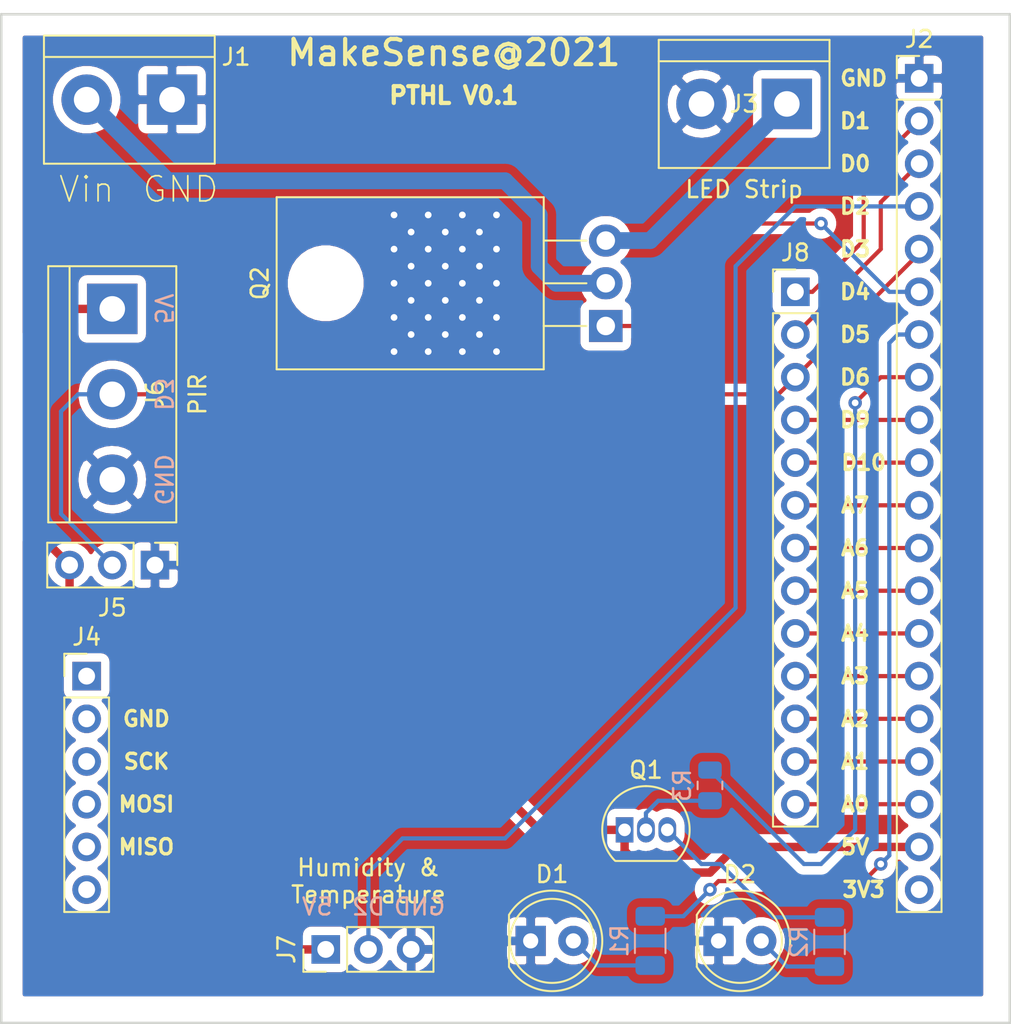
<source format=kicad_pcb>
(kicad_pcb (version 20171130) (host pcbnew "(5.1.10)-1")

  (general
    (thickness 1.6)
    (drawings 46)
    (tracks 129)
    (zones 0)
    (modules 15)
    (nets 33)
  )

  (page A4)
  (layers
    (0 F.Cu signal)
    (31 B.Cu signal)
    (32 B.Adhes user)
    (33 F.Adhes user)
    (34 B.Paste user)
    (35 F.Paste user)
    (36 B.SilkS user)
    (37 F.SilkS user)
    (38 B.Mask user)
    (39 F.Mask user)
    (40 Dwgs.User user)
    (41 Cmts.User user)
    (42 Eco1.User user)
    (43 Eco2.User user)
    (44 Edge.Cuts user)
    (45 Margin user)
    (46 B.CrtYd user)
    (47 F.CrtYd user)
    (48 B.Fab user)
    (49 F.Fab user)
  )

  (setup
    (last_trace_width 0.25)
    (trace_clearance 0.2)
    (zone_clearance 0.508)
    (zone_45_only no)
    (trace_min 0.2)
    (via_size 0.8)
    (via_drill 0.4)
    (via_min_size 0.4)
    (via_min_drill 0.3)
    (uvia_size 0.3)
    (uvia_drill 0.1)
    (uvias_allowed no)
    (uvia_min_size 0.2)
    (uvia_min_drill 0.1)
    (edge_width 0.05)
    (segment_width 0.2)
    (pcb_text_width 0.3)
    (pcb_text_size 1.5 1.5)
    (mod_edge_width 0.12)
    (mod_text_size 1 1)
    (mod_text_width 0.15)
    (pad_size 1.524 1.524)
    (pad_drill 0.762)
    (pad_to_mask_clearance 0)
    (aux_axis_origin 0 0)
    (visible_elements 7FFFFFFF)
    (pcbplotparams
      (layerselection 0x010fc_ffffffff)
      (usegerberextensions false)
      (usegerberattributes true)
      (usegerberadvancedattributes true)
      (creategerberjobfile true)
      (excludeedgelayer true)
      (linewidth 0.100000)
      (plotframeref false)
      (viasonmask false)
      (mode 1)
      (useauxorigin false)
      (hpglpennumber 1)
      (hpglpenspeed 20)
      (hpglpendiameter 15.000000)
      (psnegative false)
      (psa4output false)
      (plotreference true)
      (plotvalue true)
      (plotinvisibletext false)
      (padsonsilk false)
      (subtractmaskfromsilk false)
      (outputformat 1)
      (mirror false)
      (drillshape 0)
      (scaleselection 1)
      (outputdirectory "Gerber/"))
  )

  (net 0 "")
  (net 1 /D1)
  (net 2 +3V3)
  (net 3 /DO)
  (net 4 /A0)
  (net 5 GND)
  (net 6 /A1)
  (net 7 /D2)
  (net 8 /A2)
  (net 9 /D3)
  (net 10 /A3)
  (net 11 /D4)
  (net 12 /A4)
  (net 13 /D5)
  (net 14 /A5)
  (net 15 /D6)
  (net 16 /A6)
  (net 17 /A7)
  (net 18 +5V)
  (net 19 /D9)
  (net 20 /D10)
  (net 21 VS)
  (net 22 "Net-(J4-Pad6)")
  (net 23 "Net-(D1-Pad2)")
  (net 24 "Net-(D2-Pad2)")
  (net 25 "Net-(J3-Pad1)")
  (net 26 "Net-(Q1-Pad3)")
  (net 27 "Net-(Q1-Pad2)")
  (net 28 "Net-(J4-Pad5)")
  (net 29 "Net-(J4-Pad4)")
  (net 30 "Net-(J4-Pad3)")
  (net 31 "Net-(J4-Pad2)")
  (net 32 "Net-(J4-Pad1)")

  (net_class Default "This is the default net class."
    (clearance 0.2)
    (trace_width 0.25)
    (via_dia 0.8)
    (via_drill 0.4)
    (uvia_dia 0.3)
    (uvia_drill 0.1)
    (add_net +3V3)
    (add_net +5V)
    (add_net /A0)
    (add_net /A1)
    (add_net /A2)
    (add_net /A3)
    (add_net /A4)
    (add_net /A5)
    (add_net /A6)
    (add_net /A7)
    (add_net /D1)
    (add_net /D10)
    (add_net /D2)
    (add_net /D3)
    (add_net /D4)
    (add_net /D5)
    (add_net /D6)
    (add_net /D9)
    (add_net /DO)
    (add_net GND)
    (add_net "Net-(D1-Pad2)")
    (add_net "Net-(D2-Pad2)")
    (add_net "Net-(J3-Pad1)")
    (add_net "Net-(J4-Pad1)")
    (add_net "Net-(J4-Pad2)")
    (add_net "Net-(J4-Pad3)")
    (add_net "Net-(J4-Pad4)")
    (add_net "Net-(J4-Pad5)")
    (add_net "Net-(J4-Pad6)")
    (add_net "Net-(Q1-Pad2)")
    (add_net "Net-(Q1-Pad3)")
    (add_net VS)
  )

  (module TerminalBlock:TerminalBlock_bornier-3_P5.08mm (layer F.Cu) (tedit 59FF03B9) (tstamp 6109B043)
    (at 143.764 89.916 270)
    (descr "simple 3-pin terminal block, pitch 5.08mm, revamped version of bornier3")
    (tags "terminal block bornier3")
    (path /610EDB26)
    (fp_text reference J6 (at 5.08 -2.54 90) (layer F.SilkS)
      (effects (font (size 1 1) (thickness 0.15)))
    )
    (fp_text value PIR_TB (at 5.08 5.08 90) (layer F.Fab)
      (effects (font (size 1 1) (thickness 0.15)))
    )
    (fp_line (start 12.88 4) (end -2.72 4) (layer F.CrtYd) (width 0.05))
    (fp_line (start 12.88 4) (end 12.88 -4) (layer F.CrtYd) (width 0.05))
    (fp_line (start -2.72 -4) (end -2.72 4) (layer F.CrtYd) (width 0.05))
    (fp_line (start -2.72 -4) (end 12.88 -4) (layer F.CrtYd) (width 0.05))
    (fp_line (start -2.54 3.81) (end 12.7 3.81) (layer F.SilkS) (width 0.12))
    (fp_line (start -2.54 -3.81) (end 12.7 -3.81) (layer F.SilkS) (width 0.12))
    (fp_line (start -2.54 2.54) (end 12.7 2.54) (layer F.SilkS) (width 0.12))
    (fp_line (start 12.7 3.81) (end 12.7 -3.81) (layer F.SilkS) (width 0.12))
    (fp_line (start -2.54 3.81) (end -2.54 -3.81) (layer F.SilkS) (width 0.12))
    (fp_line (start -2.47 3.75) (end -2.47 -3.75) (layer F.Fab) (width 0.1))
    (fp_line (start 12.63 3.75) (end -2.47 3.75) (layer F.Fab) (width 0.1))
    (fp_line (start 12.63 -3.75) (end 12.63 3.75) (layer F.Fab) (width 0.1))
    (fp_line (start -2.47 -3.75) (end 12.63 -3.75) (layer F.Fab) (width 0.1))
    (fp_line (start -2.47 2.55) (end 12.63 2.55) (layer F.Fab) (width 0.1))
    (fp_text user %R (at 5.08 0 90) (layer F.Fab)
      (effects (font (size 1 1) (thickness 0.15)))
    )
    (pad 3 thru_hole circle (at 10.16 0 270) (size 3 3) (drill 1.52) (layers *.Cu *.Mask)
      (net 5 GND))
    (pad 2 thru_hole circle (at 5.08 0 270) (size 3 3) (drill 1.52) (layers *.Cu *.Mask)
      (net 9 /D3))
    (pad 1 thru_hole rect (at 0 0 270) (size 3 3) (drill 1.52) (layers *.Cu *.Mask)
      (net 18 +5V))
    (model ${KISYS3DMOD}/TerminalBlock.3dshapes/TerminalBlock_bornier-3_P5.08mm.wrl
      (offset (xyz 5.079999923706055 0 0))
      (scale (xyz 1 1 1))
      (rotate (xyz 0 0 0))
    )
  )

  (module TerminalBlock:TerminalBlock_bornier-2_P5.08mm (layer F.Cu) (tedit 59FF03AB) (tstamp 60FF4113)
    (at 183.896 77.724 180)
    (descr "simple 2-pin terminal block, pitch 5.08mm, revamped version of bornier2")
    (tags "terminal block bornier2")
    (path /61143953)
    (fp_text reference J3 (at 2.54 0) (layer F.SilkS)
      (effects (font (size 1 1) (thickness 0.15)))
    )
    (fp_text value LED_STRIP (at 2.54 5.08) (layer F.Fab)
      (effects (font (size 1 1) (thickness 0.15)))
    )
    (fp_line (start 7.79 4) (end -2.71 4) (layer F.CrtYd) (width 0.05))
    (fp_line (start 7.79 4) (end 7.79 -4) (layer F.CrtYd) (width 0.05))
    (fp_line (start -2.71 -4) (end -2.71 4) (layer F.CrtYd) (width 0.05))
    (fp_line (start -2.71 -4) (end 7.79 -4) (layer F.CrtYd) (width 0.05))
    (fp_line (start -2.54 3.81) (end 7.62 3.81) (layer F.SilkS) (width 0.12))
    (fp_line (start -2.54 -3.81) (end -2.54 3.81) (layer F.SilkS) (width 0.12))
    (fp_line (start 7.62 -3.81) (end -2.54 -3.81) (layer F.SilkS) (width 0.12))
    (fp_line (start 7.62 3.81) (end 7.62 -3.81) (layer F.SilkS) (width 0.12))
    (fp_line (start 7.62 2.54) (end -2.54 2.54) (layer F.SilkS) (width 0.12))
    (fp_line (start 7.54 -3.75) (end -2.46 -3.75) (layer F.Fab) (width 0.1))
    (fp_line (start 7.54 3.75) (end 7.54 -3.75) (layer F.Fab) (width 0.1))
    (fp_line (start -2.46 3.75) (end 7.54 3.75) (layer F.Fab) (width 0.1))
    (fp_line (start -2.46 -3.75) (end -2.46 3.75) (layer F.Fab) (width 0.1))
    (fp_line (start -2.41 2.55) (end 7.49 2.55) (layer F.Fab) (width 0.1))
    (fp_text user %R (at 2.54 0) (layer F.Fab)
      (effects (font (size 1 1) (thickness 0.15)))
    )
    (pad 2 thru_hole circle (at 5.08 0 180) (size 3 3) (drill 1.52) (layers *.Cu *.Mask)
      (net 5 GND))
    (pad 1 thru_hole rect (at 0 0 180) (size 3 3) (drill 1.52) (layers *.Cu *.Mask)
      (net 25 "Net-(J3-Pad1)"))
    (model ${KISYS3DMOD}/TerminalBlock.3dshapes/TerminalBlock_bornier-2_P5.08mm.wrl
      (offset (xyz 2.539999961853027 0 0))
      (scale (xyz 1 1 1))
      (rotate (xyz 0 0 0))
    )
  )

  (module Resistor_SMD:R_0805_2012Metric (layer B.Cu) (tedit 5F68FEEE) (tstamp 6109B0E0)
    (at 179.324 118.2605 270)
    (descr "Resistor SMD 0805 (2012 Metric), square (rectangular) end terminal, IPC_7351 nominal, (Body size source: IPC-SM-782 page 72, https://www.pcb-3d.com/wordpress/wp-content/uploads/ipc-sm-782a_amendment_1_and_2.pdf), generated with kicad-footprint-generator")
    (tags resistor)
    (path /61118C5C)
    (attr smd)
    (fp_text reference R3 (at 0 1.65 270) (layer B.SilkS)
      (effects (font (size 1 1) (thickness 0.15)) (justify mirror))
    )
    (fp_text value R_Small (at 0 -1.65 270) (layer B.Fab)
      (effects (font (size 1 1) (thickness 0.15)) (justify mirror))
    )
    (fp_line (start 1.68 -0.95) (end -1.68 -0.95) (layer B.CrtYd) (width 0.05))
    (fp_line (start 1.68 0.95) (end 1.68 -0.95) (layer B.CrtYd) (width 0.05))
    (fp_line (start -1.68 0.95) (end 1.68 0.95) (layer B.CrtYd) (width 0.05))
    (fp_line (start -1.68 -0.95) (end -1.68 0.95) (layer B.CrtYd) (width 0.05))
    (fp_line (start -0.227064 -0.735) (end 0.227064 -0.735) (layer B.SilkS) (width 0.12))
    (fp_line (start -0.227064 0.735) (end 0.227064 0.735) (layer B.SilkS) (width 0.12))
    (fp_line (start 1 -0.625) (end -1 -0.625) (layer B.Fab) (width 0.1))
    (fp_line (start 1 0.625) (end 1 -0.625) (layer B.Fab) (width 0.1))
    (fp_line (start -1 0.625) (end 1 0.625) (layer B.Fab) (width 0.1))
    (fp_line (start -1 -0.625) (end -1 0.625) (layer B.Fab) (width 0.1))
    (fp_text user %R (at 0 0 270) (layer B.Fab)
      (effects (font (size 0.5 0.5) (thickness 0.08)) (justify mirror))
    )
    (pad 2 smd roundrect (at 0.9125 0 270) (size 1.025 1.4) (layers B.Cu B.Paste B.Mask) (roundrect_rratio 0.243902)
      (net 27 "Net-(Q1-Pad2)"))
    (pad 1 smd roundrect (at -0.9125 0 270) (size 1.025 1.4) (layers B.Cu B.Paste B.Mask) (roundrect_rratio 0.243902)
      (net 15 /D6))
    (model ${KISYS3DMOD}/Resistor_SMD.3dshapes/R_0805_2012Metric.wrl
      (at (xyz 0 0 0))
      (scale (xyz 1 1 1))
      (rotate (xyz 0 0 0))
    )
  )

  (module Resistor_SMD:R_1206_3216Metric (layer B.Cu) (tedit 5F68FEEE) (tstamp 6109B0CF)
    (at 186.436 127.5695 270)
    (descr "Resistor SMD 1206 (3216 Metric), square (rectangular) end terminal, IPC_7351 nominal, (Body size source: IPC-SM-782 page 72, https://www.pcb-3d.com/wordpress/wp-content/uploads/ipc-sm-782a_amendment_1_and_2.pdf), generated with kicad-footprint-generator")
    (tags resistor)
    (path /61112DF3)
    (attr smd)
    (fp_text reference R2 (at 0 1.82 90) (layer B.SilkS)
      (effects (font (size 1 1) (thickness 0.15)) (justify mirror))
    )
    (fp_text value R_Small (at 0 -1.82 90) (layer B.Fab)
      (effects (font (size 1 1) (thickness 0.15)) (justify mirror))
    )
    (fp_line (start 2.28 -1.12) (end -2.28 -1.12) (layer B.CrtYd) (width 0.05))
    (fp_line (start 2.28 1.12) (end 2.28 -1.12) (layer B.CrtYd) (width 0.05))
    (fp_line (start -2.28 1.12) (end 2.28 1.12) (layer B.CrtYd) (width 0.05))
    (fp_line (start -2.28 -1.12) (end -2.28 1.12) (layer B.CrtYd) (width 0.05))
    (fp_line (start -0.727064 -0.91) (end 0.727064 -0.91) (layer B.SilkS) (width 0.12))
    (fp_line (start -0.727064 0.91) (end 0.727064 0.91) (layer B.SilkS) (width 0.12))
    (fp_line (start 1.6 -0.8) (end -1.6 -0.8) (layer B.Fab) (width 0.1))
    (fp_line (start 1.6 0.8) (end 1.6 -0.8) (layer B.Fab) (width 0.1))
    (fp_line (start -1.6 0.8) (end 1.6 0.8) (layer B.Fab) (width 0.1))
    (fp_line (start -1.6 -0.8) (end -1.6 0.8) (layer B.Fab) (width 0.1))
    (fp_text user %R (at 0 0 90) (layer B.Fab)
      (effects (font (size 0.8 0.8) (thickness 0.12)) (justify mirror))
    )
    (pad 2 smd roundrect (at 1.4625 0 270) (size 1.125 1.75) (layers B.Cu B.Paste B.Mask) (roundrect_rratio 0.222222)
      (net 24 "Net-(D2-Pad2)"))
    (pad 1 smd roundrect (at -1.4625 0 270) (size 1.125 1.75) (layers B.Cu B.Paste B.Mask) (roundrect_rratio 0.222222)
      (net 26 "Net-(Q1-Pad3)"))
    (model ${KISYS3DMOD}/Resistor_SMD.3dshapes/R_1206_3216Metric.wrl
      (at (xyz 0 0 0))
      (scale (xyz 1 1 1))
      (rotate (xyz 0 0 0))
    )
  )

  (module Resistor_SMD:R_1206_3216Metric (layer B.Cu) (tedit 5F68FEEE) (tstamp 6109B0BE)
    (at 175.768 127.508 270)
    (descr "Resistor SMD 1206 (3216 Metric), square (rectangular) end terminal, IPC_7351 nominal, (Body size source: IPC-SM-782 page 72, https://www.pcb-3d.com/wordpress/wp-content/uploads/ipc-sm-782a_amendment_1_and_2.pdf), generated with kicad-footprint-generator")
    (tags resistor)
    (path /6110497B)
    (attr smd)
    (fp_text reference R1 (at 0 1.82 90) (layer B.SilkS)
      (effects (font (size 1 1) (thickness 0.15)) (justify mirror))
    )
    (fp_text value R_Small (at 0 -1.82 90) (layer B.Fab)
      (effects (font (size 1 1) (thickness 0.15)) (justify mirror))
    )
    (fp_line (start 2.28 -1.12) (end -2.28 -1.12) (layer B.CrtYd) (width 0.05))
    (fp_line (start 2.28 1.12) (end 2.28 -1.12) (layer B.CrtYd) (width 0.05))
    (fp_line (start -2.28 1.12) (end 2.28 1.12) (layer B.CrtYd) (width 0.05))
    (fp_line (start -2.28 -1.12) (end -2.28 1.12) (layer B.CrtYd) (width 0.05))
    (fp_line (start -0.727064 -0.91) (end 0.727064 -0.91) (layer B.SilkS) (width 0.12))
    (fp_line (start -0.727064 0.91) (end 0.727064 0.91) (layer B.SilkS) (width 0.12))
    (fp_line (start 1.6 -0.8) (end -1.6 -0.8) (layer B.Fab) (width 0.1))
    (fp_line (start 1.6 0.8) (end 1.6 -0.8) (layer B.Fab) (width 0.1))
    (fp_line (start -1.6 0.8) (end 1.6 0.8) (layer B.Fab) (width 0.1))
    (fp_line (start -1.6 -0.8) (end -1.6 0.8) (layer B.Fab) (width 0.1))
    (fp_text user %R (at 0 0 90) (layer B.Fab)
      (effects (font (size 0.8 0.8) (thickness 0.12)) (justify mirror))
    )
    (pad 2 smd roundrect (at 1.4625 0 270) (size 1.125 1.75) (layers B.Cu B.Paste B.Mask) (roundrect_rratio 0.222222)
      (net 23 "Net-(D1-Pad2)"))
    (pad 1 smd roundrect (at -1.4625 0 270) (size 1.125 1.75) (layers B.Cu B.Paste B.Mask) (roundrect_rratio 0.222222)
      (net 13 /D5))
    (model ${KISYS3DMOD}/Resistor_SMD.3dshapes/R_1206_3216Metric.wrl
      (at (xyz 0 0 0))
      (scale (xyz 1 1 1))
      (rotate (xyz 0 0 0))
    )
  )

  (module Package_TO_SOT_THT:TO-220-3_Horizontal_TabDown (layer F.Cu) (tedit 5AC8BA0D) (tstamp 6109B0AD)
    (at 173.124 90.932 90)
    (descr "TO-220-3, Horizontal, RM 2.54mm, see https://www.vishay.com/docs/66542/to-220-1.pdf")
    (tags "TO-220-3 Horizontal RM 2.54mm")
    (path /6112D91C)
    (fp_text reference Q2 (at 2.54 -20.58 90) (layer F.SilkS)
      (effects (font (size 1 1) (thickness 0.15)))
    )
    (fp_text value Q_NMOS_GDS (at 2.54 2 90) (layer F.Fab)
      (effects (font (size 1 1) (thickness 0.15)))
    )
    (fp_line (start 7.79 -19.71) (end -2.71 -19.71) (layer F.CrtYd) (width 0.05))
    (fp_line (start 7.79 1.25) (end 7.79 -19.71) (layer F.CrtYd) (width 0.05))
    (fp_line (start -2.71 1.25) (end 7.79 1.25) (layer F.CrtYd) (width 0.05))
    (fp_line (start -2.71 -19.71) (end -2.71 1.25) (layer F.CrtYd) (width 0.05))
    (fp_line (start 5.08 -3.69) (end 5.08 -1.15) (layer F.SilkS) (width 0.12))
    (fp_line (start 2.54 -3.69) (end 2.54 -1.15) (layer F.SilkS) (width 0.12))
    (fp_line (start 0 -3.69) (end 0 -1.15) (layer F.SilkS) (width 0.12))
    (fp_line (start 7.66 -19.58) (end 7.66 -3.69) (layer F.SilkS) (width 0.12))
    (fp_line (start -2.58 -19.58) (end -2.58 -3.69) (layer F.SilkS) (width 0.12))
    (fp_line (start -2.58 -19.58) (end 7.66 -19.58) (layer F.SilkS) (width 0.12))
    (fp_line (start -2.58 -3.69) (end 7.66 -3.69) (layer F.SilkS) (width 0.12))
    (fp_line (start 5.08 -3.81) (end 5.08 0) (layer F.Fab) (width 0.1))
    (fp_line (start 2.54 -3.81) (end 2.54 0) (layer F.Fab) (width 0.1))
    (fp_line (start 0 -3.81) (end 0 0) (layer F.Fab) (width 0.1))
    (fp_line (start 7.54 -3.81) (end -2.46 -3.81) (layer F.Fab) (width 0.1))
    (fp_line (start 7.54 -13.06) (end 7.54 -3.81) (layer F.Fab) (width 0.1))
    (fp_line (start -2.46 -13.06) (end 7.54 -13.06) (layer F.Fab) (width 0.1))
    (fp_line (start -2.46 -3.81) (end -2.46 -13.06) (layer F.Fab) (width 0.1))
    (fp_line (start 7.54 -13.06) (end -2.46 -13.06) (layer F.Fab) (width 0.1))
    (fp_line (start 7.54 -19.46) (end 7.54 -13.06) (layer F.Fab) (width 0.1))
    (fp_line (start -2.46 -19.46) (end 7.54 -19.46) (layer F.Fab) (width 0.1))
    (fp_line (start -2.46 -13.06) (end -2.46 -19.46) (layer F.Fab) (width 0.1))
    (fp_circle (center 2.54 -16.66) (end 4.39 -16.66) (layer F.Fab) (width 0.1))
    (fp_text user %R (at 2.54 -20.58 90) (layer F.Fab)
      (effects (font (size 1 1) (thickness 0.15)))
    )
    (pad 3 thru_hole oval (at 5.08 0 90) (size 1.905 2) (drill 1.1) (layers *.Cu *.Mask)
      (net 25 "Net-(J3-Pad1)"))
    (pad 2 thru_hole oval (at 2.54 0 90) (size 1.905 2) (drill 1.1) (layers *.Cu *.Mask)
      (net 21 VS))
    (pad 1 thru_hole rect (at 0 0 90) (size 1.905 2) (drill 1.1) (layers *.Cu *.Mask)
      (net 11 /D4))
    (pad "" np_thru_hole oval (at 2.54 -16.66 90) (size 3.5 3.5) (drill 3.5) (layers *.Cu *.Mask))
    (model ${KISYS3DMOD}/Package_TO_SOT_THT.3dshapes/TO-220-3_Horizontal_TabDown.wrl
      (at (xyz 0 0 0))
      (scale (xyz 1 1 1))
      (rotate (xyz 0 0 0))
    )
  )

  (module Package_TO_SOT_THT:TO-92_Inline (layer F.Cu) (tedit 5A1DD157) (tstamp 6109B08D)
    (at 174.244 120.904)
    (descr "TO-92 leads in-line, narrow, oval pads, drill 0.75mm (see NXP sot054_po.pdf)")
    (tags "to-92 sc-43 sc-43a sot54 PA33 transistor")
    (path /61116CC0)
    (fp_text reference Q1 (at 1.27 -3.56) (layer F.SilkS)
      (effects (font (size 1 1) (thickness 0.15)))
    )
    (fp_text value 2N3904 (at 1.27 2.79) (layer F.Fab)
      (effects (font (size 1 1) (thickness 0.15)))
    )
    (fp_line (start 4 2.01) (end -1.46 2.01) (layer F.CrtYd) (width 0.05))
    (fp_line (start 4 2.01) (end 4 -2.73) (layer F.CrtYd) (width 0.05))
    (fp_line (start -1.46 -2.73) (end -1.46 2.01) (layer F.CrtYd) (width 0.05))
    (fp_line (start -1.46 -2.73) (end 4 -2.73) (layer F.CrtYd) (width 0.05))
    (fp_line (start -0.5 1.75) (end 3 1.75) (layer F.Fab) (width 0.1))
    (fp_line (start -0.53 1.85) (end 3.07 1.85) (layer F.SilkS) (width 0.12))
    (fp_arc (start 1.27 0) (end 1.27 -2.6) (angle 135) (layer F.SilkS) (width 0.12))
    (fp_arc (start 1.27 0) (end 1.27 -2.48) (angle -135) (layer F.Fab) (width 0.1))
    (fp_arc (start 1.27 0) (end 1.27 -2.6) (angle -135) (layer F.SilkS) (width 0.12))
    (fp_arc (start 1.27 0) (end 1.27 -2.48) (angle 135) (layer F.Fab) (width 0.1))
    (fp_text user %R (at 1.27 0) (layer F.Fab)
      (effects (font (size 1 1) (thickness 0.15)))
    )
    (pad 1 thru_hole rect (at 0 0) (size 1.05 1.5) (drill 0.75) (layers *.Cu *.Mask)
      (net 18 +5V))
    (pad 3 thru_hole oval (at 2.54 0) (size 1.05 1.5) (drill 0.75) (layers *.Cu *.Mask)
      (net 26 "Net-(Q1-Pad3)"))
    (pad 2 thru_hole oval (at 1.27 0) (size 1.05 1.5) (drill 0.75) (layers *.Cu *.Mask)
      (net 27 "Net-(Q1-Pad2)"))
    (model ${KISYS3DMOD}/Package_TO_SOT_THT.3dshapes/TO-92_Inline.wrl
      (at (xyz 0 0 0))
      (scale (xyz 1 1 1))
      (rotate (xyz 0 0 0))
    )
  )

  (module Connector_PinHeader_2.54mm:PinHeader_1x13_P2.54mm_Vertical (layer F.Cu) (tedit 59FED5CC) (tstamp 6109B07B)
    (at 184.404 88.9)
    (descr "Through hole straight pin header, 1x13, 2.54mm pitch, single row")
    (tags "Through hole pin header THT 1x13 2.54mm single row")
    (path /61163EC1)
    (fp_text reference J8 (at 0 -2.33) (layer F.SilkS)
      (effects (font (size 1 1) (thickness 0.15)))
    )
    (fp_text value Conn_01x13_Male (at 0 32.81) (layer F.Fab)
      (effects (font (size 1 1) (thickness 0.15)))
    )
    (fp_line (start 1.8 -1.8) (end -1.8 -1.8) (layer F.CrtYd) (width 0.05))
    (fp_line (start 1.8 32.25) (end 1.8 -1.8) (layer F.CrtYd) (width 0.05))
    (fp_line (start -1.8 32.25) (end 1.8 32.25) (layer F.CrtYd) (width 0.05))
    (fp_line (start -1.8 -1.8) (end -1.8 32.25) (layer F.CrtYd) (width 0.05))
    (fp_line (start -1.33 -1.33) (end 0 -1.33) (layer F.SilkS) (width 0.12))
    (fp_line (start -1.33 0) (end -1.33 -1.33) (layer F.SilkS) (width 0.12))
    (fp_line (start -1.33 1.27) (end 1.33 1.27) (layer F.SilkS) (width 0.12))
    (fp_line (start 1.33 1.27) (end 1.33 31.81) (layer F.SilkS) (width 0.12))
    (fp_line (start -1.33 1.27) (end -1.33 31.81) (layer F.SilkS) (width 0.12))
    (fp_line (start -1.33 31.81) (end 1.33 31.81) (layer F.SilkS) (width 0.12))
    (fp_line (start -1.27 -0.635) (end -0.635 -1.27) (layer F.Fab) (width 0.1))
    (fp_line (start -1.27 31.75) (end -1.27 -0.635) (layer F.Fab) (width 0.1))
    (fp_line (start 1.27 31.75) (end -1.27 31.75) (layer F.Fab) (width 0.1))
    (fp_line (start 1.27 -1.27) (end 1.27 31.75) (layer F.Fab) (width 0.1))
    (fp_line (start -0.635 -1.27) (end 1.27 -1.27) (layer F.Fab) (width 0.1))
    (fp_text user %R (at 0 15.24 90) (layer F.Fab)
      (effects (font (size 1 1) (thickness 0.15)))
    )
    (pad 13 thru_hole oval (at 0 30.48) (size 1.7 1.7) (drill 1) (layers *.Cu *.Mask)
      (net 4 /A0))
    (pad 12 thru_hole oval (at 0 27.94) (size 1.7 1.7) (drill 1) (layers *.Cu *.Mask)
      (net 6 /A1))
    (pad 11 thru_hole oval (at 0 25.4) (size 1.7 1.7) (drill 1) (layers *.Cu *.Mask)
      (net 8 /A2))
    (pad 10 thru_hole oval (at 0 22.86) (size 1.7 1.7) (drill 1) (layers *.Cu *.Mask)
      (net 10 /A3))
    (pad 9 thru_hole oval (at 0 20.32) (size 1.7 1.7) (drill 1) (layers *.Cu *.Mask)
      (net 12 /A4))
    (pad 8 thru_hole oval (at 0 17.78) (size 1.7 1.7) (drill 1) (layers *.Cu *.Mask)
      (net 14 /A5))
    (pad 7 thru_hole oval (at 0 15.24) (size 1.7 1.7) (drill 1) (layers *.Cu *.Mask)
      (net 16 /A6))
    (pad 6 thru_hole oval (at 0 12.7) (size 1.7 1.7) (drill 1) (layers *.Cu *.Mask)
      (net 17 /A7))
    (pad 5 thru_hole oval (at 0 10.16) (size 1.7 1.7) (drill 1) (layers *.Cu *.Mask)
      (net 20 /D10))
    (pad 4 thru_hole oval (at 0 7.62) (size 1.7 1.7) (drill 1) (layers *.Cu *.Mask)
      (net 19 /D9))
    (pad 3 thru_hole oval (at 0 5.08) (size 1.7 1.7) (drill 1) (layers *.Cu *.Mask)
      (net 9 /D3))
    (pad 2 thru_hole oval (at 0 2.54) (size 1.7 1.7) (drill 1) (layers *.Cu *.Mask)
      (net 3 /DO))
    (pad 1 thru_hole rect (at 0 0) (size 1.7 1.7) (drill 1) (layers *.Cu *.Mask)
      (net 1 /D1))
    (model ${KISYS3DMOD}/Connector_PinHeader_2.54mm.3dshapes/PinHeader_1x13_P2.54mm_Vertical.wrl
      (at (xyz 0 0 0))
      (scale (xyz 1 1 1))
      (rotate (xyz 0 0 0))
    )
  )

  (module Connector_PinHeader_2.54mm:PinHeader_1x03_P2.54mm_Vertical (layer F.Cu) (tedit 59FED5CC) (tstamp 6109B05A)
    (at 156.464 128.016 90)
    (descr "Through hole straight pin header, 1x03, 2.54mm pitch, single row")
    (tags "Through hole pin header THT 1x03 2.54mm single row")
    (path /610F81C6)
    (fp_text reference J7 (at 0 -2.33 90) (layer F.SilkS)
      (effects (font (size 1 1) (thickness 0.15)))
    )
    (fp_text value Humidity (at -2.54 2.54 180) (layer F.Fab)
      (effects (font (size 1 1) (thickness 0.15)))
    )
    (fp_line (start 1.8 -1.8) (end -1.8 -1.8) (layer F.CrtYd) (width 0.05))
    (fp_line (start 1.8 6.85) (end 1.8 -1.8) (layer F.CrtYd) (width 0.05))
    (fp_line (start -1.8 6.85) (end 1.8 6.85) (layer F.CrtYd) (width 0.05))
    (fp_line (start -1.8 -1.8) (end -1.8 6.85) (layer F.CrtYd) (width 0.05))
    (fp_line (start -1.33 -1.33) (end 0 -1.33) (layer F.SilkS) (width 0.12))
    (fp_line (start -1.33 0) (end -1.33 -1.33) (layer F.SilkS) (width 0.12))
    (fp_line (start -1.33 1.27) (end 1.33 1.27) (layer F.SilkS) (width 0.12))
    (fp_line (start 1.33 1.27) (end 1.33 6.41) (layer F.SilkS) (width 0.12))
    (fp_line (start -1.33 1.27) (end -1.33 6.41) (layer F.SilkS) (width 0.12))
    (fp_line (start -1.33 6.41) (end 1.33 6.41) (layer F.SilkS) (width 0.12))
    (fp_line (start -1.27 -0.635) (end -0.635 -1.27) (layer F.Fab) (width 0.1))
    (fp_line (start -1.27 6.35) (end -1.27 -0.635) (layer F.Fab) (width 0.1))
    (fp_line (start 1.27 6.35) (end -1.27 6.35) (layer F.Fab) (width 0.1))
    (fp_line (start 1.27 -1.27) (end 1.27 6.35) (layer F.Fab) (width 0.1))
    (fp_line (start -0.635 -1.27) (end 1.27 -1.27) (layer F.Fab) (width 0.1))
    (fp_text user %R (at 0 2.54) (layer F.Fab)
      (effects (font (size 1 1) (thickness 0.15)))
    )
    (pad 3 thru_hole oval (at 0 5.08 90) (size 1.7 1.7) (drill 1) (layers *.Cu *.Mask)
      (net 5 GND))
    (pad 2 thru_hole oval (at 0 2.54 90) (size 1.7 1.7) (drill 1) (layers *.Cu *.Mask)
      (net 7 /D2))
    (pad 1 thru_hole rect (at 0 0 90) (size 1.7 1.7) (drill 1) (layers *.Cu *.Mask)
      (net 18 +5V))
    (model ${KISYS3DMOD}/Connector_PinHeader_2.54mm.3dshapes/PinHeader_1x03_P2.54mm_Vertical.wrl
      (at (xyz 0 0 0))
      (scale (xyz 1 1 1))
      (rotate (xyz 0 0 0))
    )
  )

  (module Connector_PinHeader_2.54mm:PinHeader_1x03_P2.54mm_Vertical (layer F.Cu) (tedit 59FED5CC) (tstamp 6109B02D)
    (at 146.304 105.156 270)
    (descr "Through hole straight pin header, 1x03, 2.54mm pitch, single row")
    (tags "Through hole pin header THT 1x03 2.54mm single row")
    (path /610E0DDF)
    (fp_text reference J5 (at 2.54 2.54 180) (layer F.SilkS)
      (effects (font (size 1 1) (thickness 0.15)))
    )
    (fp_text value PIR (at 0 7.41 90) (layer F.Fab)
      (effects (font (size 1 1) (thickness 0.15)))
    )
    (fp_line (start 1.8 -1.8) (end -1.8 -1.8) (layer F.CrtYd) (width 0.05))
    (fp_line (start 1.8 6.85) (end 1.8 -1.8) (layer F.CrtYd) (width 0.05))
    (fp_line (start -1.8 6.85) (end 1.8 6.85) (layer F.CrtYd) (width 0.05))
    (fp_line (start -1.8 -1.8) (end -1.8 6.85) (layer F.CrtYd) (width 0.05))
    (fp_line (start -1.33 -1.33) (end 0 -1.33) (layer F.SilkS) (width 0.12))
    (fp_line (start -1.33 0) (end -1.33 -1.33) (layer F.SilkS) (width 0.12))
    (fp_line (start -1.33 1.27) (end 1.33 1.27) (layer F.SilkS) (width 0.12))
    (fp_line (start 1.33 1.27) (end 1.33 6.41) (layer F.SilkS) (width 0.12))
    (fp_line (start -1.33 1.27) (end -1.33 6.41) (layer F.SilkS) (width 0.12))
    (fp_line (start -1.33 6.41) (end 1.33 6.41) (layer F.SilkS) (width 0.12))
    (fp_line (start -1.27 -0.635) (end -0.635 -1.27) (layer F.Fab) (width 0.1))
    (fp_line (start -1.27 6.35) (end -1.27 -0.635) (layer F.Fab) (width 0.1))
    (fp_line (start 1.27 6.35) (end -1.27 6.35) (layer F.Fab) (width 0.1))
    (fp_line (start 1.27 -1.27) (end 1.27 6.35) (layer F.Fab) (width 0.1))
    (fp_line (start -0.635 -1.27) (end 1.27 -1.27) (layer F.Fab) (width 0.1))
    (fp_text user %R (at 0 2.54) (layer F.Fab)
      (effects (font (size 1 1) (thickness 0.15)))
    )
    (pad 3 thru_hole oval (at 0 5.08 270) (size 1.7 1.7) (drill 1) (layers *.Cu *.Mask)
      (net 18 +5V))
    (pad 2 thru_hole oval (at 0 2.54 270) (size 1.7 1.7) (drill 1) (layers *.Cu *.Mask)
      (net 9 /D3))
    (pad 1 thru_hole rect (at 0 0 270) (size 1.7 1.7) (drill 1) (layers *.Cu *.Mask)
      (net 5 GND))
    (model ${KISYS3DMOD}/Connector_PinHeader_2.54mm.3dshapes/PinHeader_1x03_P2.54mm_Vertical.wrl
      (at (xyz 0 0 0))
      (scale (xyz 1 1 1))
      (rotate (xyz 0 0 0))
    )
  )

  (module LED_THT:LED_D5.0mm_Clear (layer F.Cu) (tedit 5A6C9BC0) (tstamp 6109AFED)
    (at 179.832 127.508)
    (descr "LED, diameter 5.0mm, 2 pins, http://cdn-reichelt.de/documents/datenblatt/A500/LL-504BC2E-009.pdf")
    (tags "LED diameter 5.0mm 2 pins")
    (path /61112DE9)
    (fp_text reference D2 (at 1.27 -3.96) (layer F.SilkS)
      (effects (font (size 1 1) (thickness 0.15)))
    )
    (fp_text value LED (at 1.27 3.96) (layer F.Fab)
      (effects (font (size 1 1) (thickness 0.15)))
    )
    (fp_circle (center 1.27 0) (end 3.77 0) (layer F.SilkS) (width 0.12))
    (fp_circle (center 1.27 0) (end 3.77 0) (layer F.Fab) (width 0.1))
    (fp_line (start 4.5 -3.25) (end -1.95 -3.25) (layer F.CrtYd) (width 0.05))
    (fp_line (start 4.5 3.25) (end 4.5 -3.25) (layer F.CrtYd) (width 0.05))
    (fp_line (start -1.95 3.25) (end 4.5 3.25) (layer F.CrtYd) (width 0.05))
    (fp_line (start -1.95 -3.25) (end -1.95 3.25) (layer F.CrtYd) (width 0.05))
    (fp_line (start -1.29 -1.545) (end -1.29 1.545) (layer F.SilkS) (width 0.12))
    (fp_line (start -1.23 -1.469694) (end -1.23 1.469694) (layer F.Fab) (width 0.1))
    (fp_arc (start 1.27 0) (end -1.29 1.54483) (angle -148.9) (layer F.SilkS) (width 0.12))
    (fp_arc (start 1.27 0) (end -1.29 -1.54483) (angle 148.9) (layer F.SilkS) (width 0.12))
    (fp_arc (start 1.27 0) (end -1.23 -1.469694) (angle 299.1) (layer F.Fab) (width 0.1))
    (fp_text user %R (at 1.25 0) (layer F.Fab)
      (effects (font (size 0.8 0.8) (thickness 0.2)))
    )
    (pad 2 thru_hole circle (at 2.54 0) (size 1.8 1.8) (drill 0.9) (layers *.Cu *.Mask)
      (net 24 "Net-(D2-Pad2)"))
    (pad 1 thru_hole rect (at 0 0) (size 1.8 1.8) (drill 0.9) (layers *.Cu *.Mask)
      (net 5 GND))
    (model ${KISYS3DMOD}/LED_THT.3dshapes/LED_D5.0mm_Clear.wrl
      (at (xyz 0 0 0))
      (scale (xyz 1 1 1))
      (rotate (xyz 0 0 0))
    )
  )

  (module LED_THT:LED_D5.0mm_Clear (layer F.Cu) (tedit 5A6C9BC0) (tstamp 6109AFDB)
    (at 168.656 127.508)
    (descr "LED, diameter 5.0mm, 2 pins, http://cdn-reichelt.de/documents/datenblatt/A500/LL-504BC2E-009.pdf")
    (tags "LED diameter 5.0mm 2 pins")
    (path /610FE9E8)
    (fp_text reference D1 (at 1.27 -3.96) (layer F.SilkS)
      (effects (font (size 1 1) (thickness 0.15)))
    )
    (fp_text value LED (at 1.27 3.96) (layer F.Fab)
      (effects (font (size 1 1) (thickness 0.15)))
    )
    (fp_circle (center 1.27 0) (end 3.77 0) (layer F.SilkS) (width 0.12))
    (fp_circle (center 1.27 0) (end 3.77 0) (layer F.Fab) (width 0.1))
    (fp_line (start 4.5 -3.25) (end -1.95 -3.25) (layer F.CrtYd) (width 0.05))
    (fp_line (start 4.5 3.25) (end 4.5 -3.25) (layer F.CrtYd) (width 0.05))
    (fp_line (start -1.95 3.25) (end 4.5 3.25) (layer F.CrtYd) (width 0.05))
    (fp_line (start -1.95 -3.25) (end -1.95 3.25) (layer F.CrtYd) (width 0.05))
    (fp_line (start -1.29 -1.545) (end -1.29 1.545) (layer F.SilkS) (width 0.12))
    (fp_line (start -1.23 -1.469694) (end -1.23 1.469694) (layer F.Fab) (width 0.1))
    (fp_arc (start 1.27 0) (end -1.29 1.54483) (angle -148.9) (layer F.SilkS) (width 0.12))
    (fp_arc (start 1.27 0) (end -1.29 -1.54483) (angle 148.9) (layer F.SilkS) (width 0.12))
    (fp_arc (start 1.27 0) (end -1.23 -1.469694) (angle 299.1) (layer F.Fab) (width 0.1))
    (fp_text user %R (at 1.25 0) (layer F.Fab)
      (effects (font (size 0.8 0.8) (thickness 0.2)))
    )
    (pad 2 thru_hole circle (at 2.54 0) (size 1.8 1.8) (drill 0.9) (layers *.Cu *.Mask)
      (net 23 "Net-(D1-Pad2)"))
    (pad 1 thru_hole rect (at 0 0) (size 1.8 1.8) (drill 0.9) (layers *.Cu *.Mask)
      (net 5 GND))
    (model ${KISYS3DMOD}/LED_THT.3dshapes/LED_D5.0mm_Clear.wrl
      (at (xyz 0 0 0))
      (scale (xyz 1 1 1))
      (rotate (xyz 0 0 0))
    )
  )

  (module TerminalBlock:TerminalBlock_bornier-2_P5.08mm (layer F.Cu) (tedit 59FF03AB) (tstamp 60FF40CD)
    (at 147.32 77.47 180)
    (descr "simple 2-pin terminal block, pitch 5.08mm, revamped version of bornier2")
    (tags "terminal block bornier2")
    (path /60FF99FA)
    (fp_text reference J1 (at -3.81 2.54) (layer F.SilkS)
      (effects (font (size 1 1) (thickness 0.15)))
    )
    (fp_text value V_LED_STRIP (at 2.54 5.08) (layer F.Fab)
      (effects (font (size 1 1) (thickness 0.15)))
    )
    (fp_line (start -2.41 2.55) (end 7.49 2.55) (layer F.Fab) (width 0.1))
    (fp_line (start -2.46 -3.75) (end -2.46 3.75) (layer F.Fab) (width 0.1))
    (fp_line (start -2.46 3.75) (end 7.54 3.75) (layer F.Fab) (width 0.1))
    (fp_line (start 7.54 3.75) (end 7.54 -3.75) (layer F.Fab) (width 0.1))
    (fp_line (start 7.54 -3.75) (end -2.46 -3.75) (layer F.Fab) (width 0.1))
    (fp_line (start 7.62 2.54) (end -2.54 2.54) (layer F.SilkS) (width 0.12))
    (fp_line (start 7.62 3.81) (end 7.62 -3.81) (layer F.SilkS) (width 0.12))
    (fp_line (start 7.62 -3.81) (end -2.54 -3.81) (layer F.SilkS) (width 0.12))
    (fp_line (start -2.54 -3.81) (end -2.54 3.81) (layer F.SilkS) (width 0.12))
    (fp_line (start -2.54 3.81) (end 7.62 3.81) (layer F.SilkS) (width 0.12))
    (fp_line (start -2.71 -4) (end 7.79 -4) (layer F.CrtYd) (width 0.05))
    (fp_line (start -2.71 -4) (end -2.71 4) (layer F.CrtYd) (width 0.05))
    (fp_line (start 7.79 4) (end 7.79 -4) (layer F.CrtYd) (width 0.05))
    (fp_line (start 7.79 4) (end -2.71 4) (layer F.CrtYd) (width 0.05))
    (fp_text user %R (at 0 -5.08) (layer F.Fab)
      (effects (font (size 1 1) (thickness 0.15)))
    )
    (pad 1 thru_hole rect (at 0 0 180) (size 3 3) (drill 1.52) (layers *.Cu *.Mask)
      (net 5 GND))
    (pad 2 thru_hole circle (at 5.08 0 180) (size 3 3) (drill 1.52) (layers *.Cu *.Mask)
      (net 21 VS))
    (model ${KISYS3DMOD}/TerminalBlock.3dshapes/TerminalBlock_bornier-2_P5.08mm.wrl
      (offset (xyz 2.539999961853027 0 0))
      (scale (xyz 1 1 1))
      (rotate (xyz 0 0 0))
    )
  )

  (module Connector_PinHeader_2.54mm:PinHeader_1x20_P2.54mm_Vertical (layer F.Cu) (tedit 59FED5CC) (tstamp 60FF4545)
    (at 191.77 76.2)
    (descr "Through hole straight pin header, 1x20, 2.54mm pitch, single row")
    (tags "Through hole pin header THT 1x20 2.54mm single row")
    (path /610D336F)
    (fp_text reference J2 (at 0 -2.33) (layer F.SilkS)
      (effects (font (size 1 1) (thickness 0.15)))
    )
    (fp_text value IO (at 0 50.59) (layer F.Fab)
      (effects (font (size 1 1) (thickness 0.15)))
    )
    (fp_line (start -0.635 -1.27) (end 1.27 -1.27) (layer F.Fab) (width 0.1))
    (fp_line (start 1.27 -1.27) (end 1.27 49.53) (layer F.Fab) (width 0.1))
    (fp_line (start 1.27 49.53) (end -1.27 49.53) (layer F.Fab) (width 0.1))
    (fp_line (start -1.27 49.53) (end -1.27 -0.635) (layer F.Fab) (width 0.1))
    (fp_line (start -1.27 -0.635) (end -0.635 -1.27) (layer F.Fab) (width 0.1))
    (fp_line (start -1.33 49.59) (end 1.33 49.59) (layer F.SilkS) (width 0.12))
    (fp_line (start -1.33 1.27) (end -1.33 49.59) (layer F.SilkS) (width 0.12))
    (fp_line (start 1.33 1.27) (end 1.33 49.59) (layer F.SilkS) (width 0.12))
    (fp_line (start -1.33 1.27) (end 1.33 1.27) (layer F.SilkS) (width 0.12))
    (fp_line (start -1.33 0) (end -1.33 -1.33) (layer F.SilkS) (width 0.12))
    (fp_line (start -1.33 -1.33) (end 0 -1.33) (layer F.SilkS) (width 0.12))
    (fp_line (start -1.8 -1.8) (end -1.8 50.05) (layer F.CrtYd) (width 0.05))
    (fp_line (start -1.8 50.05) (end 1.8 50.05) (layer F.CrtYd) (width 0.05))
    (fp_line (start 1.8 50.05) (end 1.8 -1.8) (layer F.CrtYd) (width 0.05))
    (fp_line (start 1.8 -1.8) (end -1.8 -1.8) (layer F.CrtYd) (width 0.05))
    (fp_text user %R (at 0 24.13 90) (layer F.Fab)
      (effects (font (size 1 1) (thickness 0.15)))
    )
    (pad 1 thru_hole rect (at 0 0) (size 1.7 1.7) (drill 1) (layers *.Cu *.Mask)
      (net 5 GND))
    (pad 2 thru_hole oval (at 0 2.54) (size 1.7 1.7) (drill 1) (layers *.Cu *.Mask)
      (net 1 /D1))
    (pad 3 thru_hole oval (at 0 5.08) (size 1.7 1.7) (drill 1) (layers *.Cu *.Mask)
      (net 3 /DO))
    (pad 4 thru_hole oval (at 0 7.62) (size 1.7 1.7) (drill 1) (layers *.Cu *.Mask)
      (net 7 /D2))
    (pad 5 thru_hole oval (at 0 10.16) (size 1.7 1.7) (drill 1) (layers *.Cu *.Mask)
      (net 9 /D3))
    (pad 6 thru_hole oval (at 0 12.7) (size 1.7 1.7) (drill 1) (layers *.Cu *.Mask)
      (net 11 /D4))
    (pad 7 thru_hole oval (at 0 15.24) (size 1.7 1.7) (drill 1) (layers *.Cu *.Mask)
      (net 13 /D5))
    (pad 8 thru_hole oval (at 0 17.78) (size 1.7 1.7) (drill 1) (layers *.Cu *.Mask)
      (net 15 /D6))
    (pad 9 thru_hole oval (at 0 20.32) (size 1.7 1.7) (drill 1) (layers *.Cu *.Mask)
      (net 19 /D9))
    (pad 10 thru_hole oval (at 0 22.86) (size 1.7 1.7) (drill 1) (layers *.Cu *.Mask)
      (net 20 /D10))
    (pad 11 thru_hole oval (at 0 25.4) (size 1.7 1.7) (drill 1) (layers *.Cu *.Mask)
      (net 17 /A7))
    (pad 12 thru_hole oval (at 0 27.94) (size 1.7 1.7) (drill 1) (layers *.Cu *.Mask)
      (net 16 /A6))
    (pad 13 thru_hole oval (at 0 30.48) (size 1.7 1.7) (drill 1) (layers *.Cu *.Mask)
      (net 14 /A5))
    (pad 14 thru_hole oval (at 0 33.02) (size 1.7 1.7) (drill 1) (layers *.Cu *.Mask)
      (net 12 /A4))
    (pad 15 thru_hole oval (at 0 35.56) (size 1.7 1.7) (drill 1) (layers *.Cu *.Mask)
      (net 10 /A3))
    (pad 16 thru_hole oval (at 0 38.1) (size 1.7 1.7) (drill 1) (layers *.Cu *.Mask)
      (net 8 /A2))
    (pad 17 thru_hole oval (at 0 40.64) (size 1.7 1.7) (drill 1) (layers *.Cu *.Mask)
      (net 6 /A1))
    (pad 18 thru_hole oval (at 0 43.18) (size 1.7 1.7) (drill 1) (layers *.Cu *.Mask)
      (net 4 /A0))
    (pad 19 thru_hole oval (at 0 45.72) (size 1.7 1.7) (drill 1) (layers *.Cu *.Mask)
      (net 18 +5V))
    (pad 20 thru_hole oval (at 0 48.26) (size 1.7 1.7) (drill 1) (layers *.Cu *.Mask)
      (net 2 +3V3))
    (model ${KISYS3DMOD}/Connector_PinHeader_2.54mm.3dshapes/PinHeader_1x20_P2.54mm_Vertical.wrl
      (at (xyz 0 0 0))
      (scale (xyz 1 1 1))
      (rotate (xyz 0 0 0))
    )
  )

  (module Connector_PinHeader_2.54mm:PinHeader_1x06_P2.54mm_Vertical (layer F.Cu) (tedit 59FED5CC) (tstamp 60FF4B94)
    (at 142.24 111.76)
    (descr "Through hole straight pin header, 1x06, 2.54mm pitch, single row")
    (tags "Through hole pin header THT 1x06 2.54mm single row")
    (path /610CFBA9)
    (fp_text reference J4 (at 0 -2.33) (layer F.SilkS)
      (effects (font (size 1 1) (thickness 0.15)))
    )
    (fp_text value "SPI Aux" (at 0 15.03) (layer F.Fab)
      (effects (font (size 1 1) (thickness 0.15)))
    )
    (fp_line (start -0.635 -1.27) (end 1.27 -1.27) (layer F.Fab) (width 0.1))
    (fp_line (start 1.27 -1.27) (end 1.27 13.97) (layer F.Fab) (width 0.1))
    (fp_line (start 1.27 13.97) (end -1.27 13.97) (layer F.Fab) (width 0.1))
    (fp_line (start -1.27 13.97) (end -1.27 -0.635) (layer F.Fab) (width 0.1))
    (fp_line (start -1.27 -0.635) (end -0.635 -1.27) (layer F.Fab) (width 0.1))
    (fp_line (start -1.33 14.03) (end 1.33 14.03) (layer F.SilkS) (width 0.12))
    (fp_line (start -1.33 1.27) (end -1.33 14.03) (layer F.SilkS) (width 0.12))
    (fp_line (start 1.33 1.27) (end 1.33 14.03) (layer F.SilkS) (width 0.12))
    (fp_line (start -1.33 1.27) (end 1.33 1.27) (layer F.SilkS) (width 0.12))
    (fp_line (start -1.33 0) (end -1.33 -1.33) (layer F.SilkS) (width 0.12))
    (fp_line (start -1.33 -1.33) (end 0 -1.33) (layer F.SilkS) (width 0.12))
    (fp_line (start -1.8 -1.8) (end -1.8 14.5) (layer F.CrtYd) (width 0.05))
    (fp_line (start -1.8 14.5) (end 1.8 14.5) (layer F.CrtYd) (width 0.05))
    (fp_line (start 1.8 14.5) (end 1.8 -1.8) (layer F.CrtYd) (width 0.05))
    (fp_line (start 1.8 -1.8) (end -1.8 -1.8) (layer F.CrtYd) (width 0.05))
    (fp_text user %R (at 0 6.35 90) (layer F.Fab)
      (effects (font (size 1 1) (thickness 0.15)))
    )
    (pad 1 thru_hole rect (at 0 0) (size 1.7 1.7) (drill 1) (layers *.Cu *.Mask)
      (net 32 "Net-(J4-Pad1)"))
    (pad 2 thru_hole oval (at 0 2.54) (size 1.7 1.7) (drill 1) (layers *.Cu *.Mask)
      (net 31 "Net-(J4-Pad2)"))
    (pad 3 thru_hole oval (at 0 5.08) (size 1.7 1.7) (drill 1) (layers *.Cu *.Mask)
      (net 30 "Net-(J4-Pad3)"))
    (pad 4 thru_hole oval (at 0 7.62) (size 1.7 1.7) (drill 1) (layers *.Cu *.Mask)
      (net 29 "Net-(J4-Pad4)"))
    (pad 5 thru_hole oval (at 0 10.16) (size 1.7 1.7) (drill 1) (layers *.Cu *.Mask)
      (net 28 "Net-(J4-Pad5)"))
    (pad 6 thru_hole oval (at 0 12.7) (size 1.7 1.7) (drill 1) (layers *.Cu *.Mask)
      (net 22 "Net-(J4-Pad6)"))
    (model ${KISYS3DMOD}/Connector_PinHeader_2.54mm.3dshapes/PinHeader_1x06_P2.54mm_Vertical.wrl
      (at (xyz 0 0 0))
      (scale (xyz 1 1 1))
      (rotate (xyz 0 0 0))
    )
  )

  (gr_text GND (at 162.052 125.476) (layer B.SilkS) (tstamp 610BFA49)
    (effects (font (size 1 1) (thickness 0.15)) (justify mirror))
  )
  (gr_text D2 (at 159.004 125.476) (layer B.SilkS) (tstamp 610BFA46)
    (effects (font (size 1 1) (thickness 0.15)) (justify mirror))
  )
  (gr_text 5V (at 155.956 125.476) (layer B.SilkS) (tstamp 610BFA43)
    (effects (font (size 1 1) (thickness 0.15)) (justify mirror))
  )
  (gr_text 5V (at 146.812 89.916 -90) (layer B.SilkS) (tstamp 610BFA40)
    (effects (font (size 1 1) (thickness 0.15)) (justify mirror))
  )
  (gr_text D3 (at 146.812 94.996 -90) (layer B.SilkS) (tstamp 610BFA3A)
    (effects (font (size 1 1) (thickness 0.15)) (justify mirror))
  )
  (gr_text GND (at 146.812 100.076 270) (layer B.SilkS)
    (effects (font (size 1 1) (thickness 0.15)) (justify mirror))
  )
  (gr_text PIR (at 148.844 94.996 90) (layer F.SilkS)
    (effects (font (size 1 1) (thickness 0.15)))
  )
  (gr_text "LED Strip" (at 181.356 82.804) (layer F.SilkS)
    (effects (font (size 1 1) (thickness 0.15)))
  )
  (gr_text "Humidity &\nTemperature" (at 159.004 123.952) (layer F.SilkS)
    (effects (font (size 1 1) (thickness 0.15)))
  )
  (gr_line (start 151.892 126.492) (end 154.94 126.492) (layer Dwgs.User) (width 0.15))
  (gr_line (start 151.892 96.012) (end 151.892 126.492) (layer Dwgs.User) (width 0.15))
  (gr_line (start 166.116 96.012) (end 151.892 96.012) (layer Dwgs.User) (width 0.15))
  (gr_line (start 166.116 126.492) (end 166.116 96.012) (layer Dwgs.User) (width 0.15))
  (gr_line (start 163.068 126.492) (end 166.116 126.492) (layer Dwgs.User) (width 0.15))
  (gr_text 3V3 (at 188.468 124.46) (layer F.SilkS) (tstamp 61024B0E)
    (effects (font (size 0.9 0.9) (thickness 0.2)))
  )
  (gr_text 5V (at 187.96 121.92) (layer F.SilkS) (tstamp 61024B0C)
    (effects (font (size 0.9 0.9) (thickness 0.2)))
  )
  (gr_text A0 (at 187.96 119.38) (layer F.SilkS) (tstamp 61024B0A)
    (effects (font (size 0.9 0.9) (thickness 0.2)))
  )
  (gr_text A1 (at 187.96 116.84) (layer F.SilkS) (tstamp 61024B08)
    (effects (font (size 0.9 0.9) (thickness 0.2)))
  )
  (gr_text A2 (at 187.96 114.3) (layer F.SilkS) (tstamp 61024B06)
    (effects (font (size 0.9 0.9) (thickness 0.2)))
  )
  (gr_text A3 (at 187.96 111.76) (layer F.SilkS) (tstamp 61024B04)
    (effects (font (size 0.9 0.9) (thickness 0.2)))
  )
  (gr_text A4 (at 187.96 109.22) (layer F.SilkS) (tstamp 61024B02)
    (effects (font (size 0.9 0.9) (thickness 0.2)))
  )
  (gr_text A5 (at 187.96 106.68) (layer F.SilkS) (tstamp 61024B00)
    (effects (font (size 0.9 0.9) (thickness 0.2)))
  )
  (gr_text A6 (at 187.96 104.14) (layer F.SilkS) (tstamp 61024AFE)
    (effects (font (size 0.9 0.9) (thickness 0.2)))
  )
  (gr_text A7 (at 187.96 101.6) (layer F.SilkS) (tstamp 61024AFC)
    (effects (font (size 0.9 0.9) (thickness 0.2)))
  )
  (gr_text D10 (at 188.468 99.06) (layer F.SilkS) (tstamp 61024AFA)
    (effects (font (size 0.9 0.9) (thickness 0.2)))
  )
  (gr_text D9 (at 187.96 96.52) (layer F.SilkS) (tstamp 61024AF8)
    (effects (font (size 0.9 0.9) (thickness 0.2)))
  )
  (gr_text D6 (at 187.96 93.98) (layer F.SilkS) (tstamp 61024AF6)
    (effects (font (size 0.9 0.9) (thickness 0.2)))
  )
  (gr_text D5 (at 187.96 91.44) (layer F.SilkS) (tstamp 61024AF4)
    (effects (font (size 0.9 0.9) (thickness 0.2)))
  )
  (gr_text D4 (at 187.96 88.9) (layer F.SilkS) (tstamp 61024AF2)
    (effects (font (size 0.9 0.9) (thickness 0.2)))
  )
  (gr_text D3 (at 187.96 86.36) (layer F.SilkS) (tstamp 61024AF0)
    (effects (font (size 0.9 0.9) (thickness 0.2)))
  )
  (gr_text D2 (at 187.96 83.82) (layer F.SilkS) (tstamp 61024AEE)
    (effects (font (size 0.9 0.9) (thickness 0.2)))
  )
  (gr_text D0 (at 187.96 81.28) (layer F.SilkS) (tstamp 61024AEC)
    (effects (font (size 0.9 0.9) (thickness 0.2)))
  )
  (gr_text D1 (at 187.96 78.74) (layer F.SilkS) (tstamp 61024AEA)
    (effects (font (size 0.9 0.9) (thickness 0.2)))
  )
  (gr_text GND (at 188.468 76.2) (layer F.SilkS) (tstamp 61024AE8)
    (effects (font (size 0.9 0.9) (thickness 0.2)))
  )
  (gr_text MISO (at 145.796 121.92) (layer F.SilkS) (tstamp 61024ADD)
    (effects (font (size 0.9 0.9) (thickness 0.2)))
  )
  (gr_text MOSI (at 145.796 119.38) (layer F.SilkS) (tstamp 61024ADB)
    (effects (font (size 0.9 0.9) (thickness 0.2)))
  )
  (gr_text SCK (at 145.796 116.84) (layer F.SilkS) (tstamp 61024AD9)
    (effects (font (size 0.9 0.9) (thickness 0.2)))
  )
  (gr_text GND (at 145.796 114.3) (layer F.SilkS) (tstamp 61024AC4)
    (effects (font (size 0.9 0.9) (thickness 0.2)))
  )
  (gr_text GND (at 147.828 82.804) (layer F.SilkS) (tstamp 61024A53)
    (effects (font (size 1.5 1.5) (thickness 0.1)))
  )
  (gr_text "PTHL V0.1" (at 164.084 77.216) (layer F.SilkS) (tstamp 610248C0)
    (effects (font (size 1 1) (thickness 0.25)))
  )
  (gr_text Vin (at 142.24 82.804) (layer F.SilkS)
    (effects (font (size 1.5 1.5) (thickness 0.1)))
  )
  (gr_text MakeSense@2021 (at 164.084 74.676) (layer F.SilkS)
    (effects (font (size 1.5 1.5) (thickness 0.25)))
  )
  (gr_line (start 137.16 132.39) (end 197.16 132.39) (layer Edge.Cuts) (width 0.15) (tstamp 60FF4C82))
  (gr_line (start 197.16 72.39) (end 197.16 132.39) (layer Edge.Cuts) (width 0.15) (tstamp 60FF4C81))
  (gr_line (start 137.16 72.39) (end 197.16 72.39) (layer Edge.Cuts) (width 0.15) (tstamp 60FF4C80))
  (gr_line (start 137.16 72.39) (end 137.16 132.39) (layer Edge.Cuts) (width 0.15) (tstamp 60FF4C7F))

  (via (at 160.528 84.328) (size 0.8) (drill 0.4) (layers F.Cu B.Cu) (net 5))
  (via (at 160.528 86.36) (size 0.8) (drill 0.4) (layers F.Cu B.Cu) (net 5))
  (via (at 160.528 88.392) (size 0.8) (drill 0.4) (layers F.Cu B.Cu) (net 5))
  (via (at 160.528 90.424) (size 0.8) (drill 0.4) (layers F.Cu B.Cu) (net 5))
  (via (at 160.528 92.456) (size 0.8) (drill 0.4) (layers F.Cu B.Cu) (net 5))
  (via (at 161.544 87.376) (size 0.8) (drill 0.4) (layers F.Cu B.Cu) (net 5) (tstamp 610BF80F))
  (via (at 161.544 85.344) (size 0.8) (drill 0.4) (layers F.Cu B.Cu) (net 5) (tstamp 610BF812))
  (via (at 161.544 89.408) (size 0.8) (drill 0.4) (layers F.Cu B.Cu) (net 5) (tstamp 610BF817))
  (via (at 162.56 86.36) (size 0.8) (drill 0.4) (layers F.Cu B.Cu) (net 5) (tstamp 610BF821))
  (via (at 162.56 90.424) (size 0.8) (drill 0.4) (layers F.Cu B.Cu) (net 5) (tstamp 610BF822))
  (via (at 162.56 84.328) (size 0.8) (drill 0.4) (layers F.Cu B.Cu) (net 5) (tstamp 610BF824))
  (via (at 162.56 88.392) (size 0.8) (drill 0.4) (layers F.Cu B.Cu) (net 5) (tstamp 610BF826))
  (via (at 162.56 92.456) (size 0.8) (drill 0.4) (layers F.Cu B.Cu) (net 5) (tstamp 610BF827))
  (via (at 163.576 87.376) (size 0.8) (drill 0.4) (layers F.Cu B.Cu) (net 5) (tstamp 610BF834))
  (via (at 163.576 85.344) (size 0.8) (drill 0.4) (layers F.Cu B.Cu) (net 5) (tstamp 610BF836))
  (via (at 163.576 89.408) (size 0.8) (drill 0.4) (layers F.Cu B.Cu) (net 5) (tstamp 610BF83A))
  (via (at 163.576 91.44) (size 0.8) (drill 0.4) (layers F.Cu B.Cu) (net 5) (tstamp 610BF83B))
  (via (at 164.592 84.328) (size 0.8) (drill 0.4) (layers F.Cu B.Cu) (net 5) (tstamp 610BF845))
  (via (at 164.592 88.392) (size 0.8) (drill 0.4) (layers F.Cu B.Cu) (net 5) (tstamp 610BF847))
  (via (at 164.592 86.36) (size 0.8) (drill 0.4) (layers F.Cu B.Cu) (net 5) (tstamp 610BF848))
  (via (at 164.592 92.456) (size 0.8) (drill 0.4) (layers F.Cu B.Cu) (net 5) (tstamp 610BF849))
  (via (at 164.592 90.424) (size 0.8) (drill 0.4) (layers F.Cu B.Cu) (net 5) (tstamp 610BF84C))
  (via (at 165.608 89.408) (size 0.8) (drill 0.4) (layers F.Cu B.Cu) (net 5) (tstamp 610BF858))
  (via (at 165.608 91.44) (size 0.8) (drill 0.4) (layers F.Cu B.Cu) (net 5) (tstamp 610BF85A))
  (via (at 165.608 87.376) (size 0.8) (drill 0.4) (layers F.Cu B.Cu) (net 5) (tstamp 610BF85C))
  (via (at 165.608 85.344) (size 0.8) (drill 0.4) (layers F.Cu B.Cu) (net 5) (tstamp 610BF85E))
  (via (at 166.624 92.456) (size 0.8) (drill 0.4) (layers F.Cu B.Cu) (net 5) (tstamp 610BF869))
  (via (at 166.624 86.36) (size 0.8) (drill 0.4) (layers F.Cu B.Cu) (net 5) (tstamp 610BF86D))
  (via (at 166.624 90.424) (size 0.8) (drill 0.4) (layers F.Cu B.Cu) (net 5) (tstamp 610BF86E))
  (via (at 166.624 88.392) (size 0.8) (drill 0.4) (layers F.Cu B.Cu) (net 5) (tstamp 610BF870))
  (via (at 166.624 84.328) (size 0.8) (drill 0.4) (layers F.Cu B.Cu) (net 5) (tstamp 610BF871))
  (via (at 161.544 91.44) (size 0.8) (drill 0.4) (layers F.Cu B.Cu) (net 5) (tstamp 610BF816))
  (segment (start 184.404 88.9) (end 185.42 88.9) (width 0.25) (layer F.Cu) (net 1))
  (segment (start 185.42 88.9) (end 188.468 85.852) (width 0.25) (layer F.Cu) (net 1))
  (segment (start 188.468 82.042) (end 191.77 78.74) (width 0.25) (layer F.Cu) (net 1))
  (segment (start 188.468 85.852) (end 188.468 82.042) (width 0.25) (layer F.Cu) (net 1))
  (segment (start 189.484 83.566) (end 191.77 81.28) (width 0.25) (layer F.Cu) (net 3))
  (segment (start 189.484 86.36) (end 189.484 83.566) (width 0.25) (layer F.Cu) (net 3))
  (segment (start 184.404 91.44) (end 189.484 86.36) (width 0.25) (layer F.Cu) (net 3))
  (segment (start 184.404 119.38) (end 191.77 119.38) (width 0.25) (layer F.Cu) (net 4))
  (segment (start 184.404 116.84) (end 191.77 116.84) (width 0.25) (layer F.Cu) (net 6))
  (segment (start 159.004 128.016) (end 159.004 123.444) (width 0.25) (layer B.Cu) (net 7))
  (segment (start 159.004 123.444) (end 161.036 121.412) (width 0.25) (layer B.Cu) (net 7))
  (segment (start 161.036 121.412) (end 167.132 121.412) (width 0.25) (layer B.Cu) (net 7))
  (segment (start 167.132 121.412) (end 180.848 107.696) (width 0.25) (layer B.Cu) (net 7))
  (segment (start 180.848 107.696) (end 180.848 87.376) (width 0.25) (layer B.Cu) (net 7))
  (segment (start 184.404 83.82) (end 191.77 83.82) (width 0.25) (layer B.Cu) (net 7))
  (segment (start 180.848 87.376) (end 184.404 83.82) (width 0.25) (layer B.Cu) (net 7))
  (segment (start 184.404 114.3) (end 191.77 114.3) (width 0.25) (layer F.Cu) (net 8))
  (segment (start 191.77 86.614) (end 191.77 86.36) (width 0.25) (layer F.Cu) (net 9))
  (segment (start 184.404 93.98) (end 191.77 86.614) (width 0.25) (layer F.Cu) (net 9))
  (segment (start 141.732 94.996) (end 143.764 94.996) (width 0.25) (layer B.Cu) (net 9))
  (segment (start 140.716 96.012) (end 141.732 94.996) (width 0.25) (layer B.Cu) (net 9))
  (segment (start 140.716 102.108) (end 140.716 96.012) (width 0.25) (layer B.Cu) (net 9))
  (segment (start 143.764 105.156) (end 140.716 102.108) (width 0.25) (layer B.Cu) (net 9))
  (segment (start 183.388 94.996) (end 184.404 93.98) (width 0.25) (layer F.Cu) (net 9))
  (segment (start 143.764 94.996) (end 183.388 94.996) (width 0.25) (layer F.Cu) (net 9))
  (segment (start 184.404 111.76) (end 191.77 111.76) (width 0.25) (layer F.Cu) (net 10))
  (segment (start 173.124 90.932) (end 174.752 90.932) (width 0.25) (layer F.Cu) (net 11))
  (segment (start 174.752 90.932) (end 180.848 84.836) (width 0.25) (layer F.Cu) (net 11))
  (segment (start 180.848 84.836) (end 185.928 84.836) (width 0.25) (layer F.Cu) (net 11))
  (via (at 185.928 84.836) (size 0.8) (drill 0.4) (layers F.Cu B.Cu) (net 11))
  (segment (start 189.992 88.9) (end 191.77 88.9) (width 0.25) (layer B.Cu) (net 11))
  (segment (start 185.928 84.836) (end 189.992 88.9) (width 0.25) (layer B.Cu) (net 11))
  (segment (start 184.404 109.22) (end 191.77 109.22) (width 0.25) (layer F.Cu) (net 12))
  (segment (start 175.768 126.0455) (end 177.7385 126.0455) (width 0.25) (layer B.Cu) (net 13))
  (via (at 179.324 124.46) (size 0.8) (drill 0.4) (layers F.Cu B.Cu) (net 13))
  (segment (start 177.7385 126.0455) (end 179.324 124.46) (width 0.25) (layer B.Cu) (net 13))
  (segment (start 179.324 124.46) (end 179.832 123.952) (width 0.25) (layer F.Cu) (net 13))
  (segment (start 179.832 123.952) (end 185.42 123.952) (width 0.25) (layer F.Cu) (net 13))
  (segment (start 185.42 123.952) (end 188.468 123.952) (width 0.25) (layer F.Cu) (net 13))
  (via (at 189.484 122.936) (size 0.8) (drill 0.4) (layers F.Cu B.Cu) (net 13))
  (segment (start 188.468 123.952) (end 189.484 122.936) (width 0.25) (layer F.Cu) (net 13))
  (segment (start 189.484 122.936) (end 189.992 122.428) (width 0.25) (layer B.Cu) (net 13))
  (segment (start 189.992 122.428) (end 189.992 91.948) (width 0.25) (layer B.Cu) (net 13))
  (segment (start 190.5 91.44) (end 191.77 91.44) (width 0.25) (layer B.Cu) (net 13))
  (segment (start 189.992 91.948) (end 190.5 91.44) (width 0.25) (layer B.Cu) (net 13))
  (segment (start 184.404 106.68) (end 191.77 106.68) (width 0.25) (layer F.Cu) (net 14))
  (segment (start 179.324 117.348) (end 184.912 122.936) (width 0.25) (layer B.Cu) (net 15))
  (segment (start 184.912 122.936) (end 185.928 122.936) (width 0.25) (layer B.Cu) (net 15))
  (via (at 187.96 95.504) (size 0.8) (drill 0.4) (layers F.Cu B.Cu) (net 15))
  (segment (start 187.96 120.904) (end 187.96 95.504) (width 0.25) (layer B.Cu) (net 15))
  (segment (start 185.928 122.936) (end 187.96 120.904) (width 0.25) (layer B.Cu) (net 15))
  (segment (start 187.96 95.504) (end 189.484 93.98) (width 0.25) (layer F.Cu) (net 15))
  (segment (start 189.484 93.98) (end 191.77 93.98) (width 0.25) (layer F.Cu) (net 15))
  (segment (start 184.404 104.14) (end 191.77 104.14) (width 0.25) (layer F.Cu) (net 16))
  (segment (start 184.404 101.6) (end 191.77 101.6) (width 0.25) (layer F.Cu) (net 17))
  (segment (start 141.224 105.156) (end 139.192 103.124) (width 0.5) (layer F.Cu) (net 18))
  (segment (start 139.192 103.124) (end 139.192 91.948) (width 0.5) (layer F.Cu) (net 18))
  (segment (start 141.224 89.916) (end 143.764 89.916) (width 0.5) (layer F.Cu) (net 18))
  (segment (start 139.192 91.948) (end 141.224 89.916) (width 0.5) (layer F.Cu) (net 18))
  (segment (start 141.224 105.156) (end 141.224 107.188) (width 0.5) (layer F.Cu) (net 18))
  (segment (start 141.224 107.188) (end 143.256 109.22) (width 0.5) (layer F.Cu) (net 18))
  (segment (start 143.256 109.22) (end 145.796 109.22) (width 0.5) (layer F.Cu) (net 18))
  (segment (start 145.796 109.22) (end 149.352 112.776) (width 0.5) (layer F.Cu) (net 18))
  (segment (start 151.892 128.016) (end 156.464 128.016) (width 0.5) (layer F.Cu) (net 18))
  (segment (start 149.352 125.476) (end 151.892 128.016) (width 0.5) (layer F.Cu) (net 18))
  (segment (start 151.384 117.348) (end 149.352 115.316) (width 0.5) (layer F.Cu) (net 18))
  (segment (start 165.608 117.348) (end 151.384 117.348) (width 0.5) (layer F.Cu) (net 18))
  (segment (start 169.164 120.904) (end 165.608 117.348) (width 0.5) (layer F.Cu) (net 18))
  (segment (start 149.352 115.316) (end 149.352 125.476) (width 0.5) (layer F.Cu) (net 18))
  (segment (start 174.244 120.904) (end 169.164 120.904) (width 0.5) (layer F.Cu) (net 18))
  (segment (start 149.352 112.776) (end 149.352 115.316) (width 0.5) (layer F.Cu) (net 18))
  (segment (start 191.77 121.92) (end 180.848 121.92) (width 0.5) (layer F.Cu) (net 18))
  (segment (start 180.848 121.92) (end 179.324 123.444) (width 0.5) (layer F.Cu) (net 18))
  (segment (start 174.244 122.154) (end 174.244 120.904) (width 0.5) (layer F.Cu) (net 18))
  (segment (start 175.534 123.444) (end 174.244 122.154) (width 0.5) (layer F.Cu) (net 18))
  (segment (start 179.324 123.444) (end 175.534 123.444) (width 0.5) (layer F.Cu) (net 18))
  (segment (start 184.404 96.52) (end 191.77 96.52) (width 0.25) (layer F.Cu) (net 19))
  (segment (start 184.404 99.06) (end 191.77 99.06) (width 0.25) (layer F.Cu) (net 20))
  (segment (start 169.164 87.376) (end 170.18 88.392) (width 1) (layer B.Cu) (net 21))
  (segment (start 169.164 84.328) (end 169.164 87.376) (width 1) (layer B.Cu) (net 21))
  (segment (start 167.132 82.296) (end 169.164 84.328) (width 1) (layer B.Cu) (net 21))
  (segment (start 147.066 82.296) (end 167.132 82.296) (width 1) (layer B.Cu) (net 21))
  (segment (start 170.18 88.392) (end 173.124 88.392) (width 1) (layer B.Cu) (net 21))
  (segment (start 142.24 77.47) (end 147.066 82.296) (width 1) (layer B.Cu) (net 21))
  (segment (start 172.6585 128.9705) (end 171.196 127.508) (width 0.25) (layer B.Cu) (net 23))
  (segment (start 175.768 128.9705) (end 172.6585 128.9705) (width 0.25) (layer B.Cu) (net 23))
  (segment (start 183.896 129.032) (end 182.372 127.508) (width 0.25) (layer B.Cu) (net 24))
  (segment (start 186.436 129.032) (end 183.896 129.032) (width 0.25) (layer B.Cu) (net 24))
  (segment (start 175.768 85.852) (end 183.896 77.724) (width 1) (layer B.Cu) (net 25))
  (segment (start 173.124 85.852) (end 175.768 85.852) (width 1) (layer B.Cu) (net 25))
  (segment (start 183.10481 126.107) (end 179.93381 122.936) (width 0.25) (layer B.Cu) (net 26))
  (segment (start 186.436 126.107) (end 183.10481 126.107) (width 0.25) (layer B.Cu) (net 26))
  (segment (start 178.816 122.936) (end 176.784 120.904) (width 0.25) (layer B.Cu) (net 26))
  (segment (start 179.93381 122.936) (end 178.816 122.936) (width 0.25) (layer B.Cu) (net 26))
  (segment (start 176.245 119.173) (end 179.324 119.173) (width 0.25) (layer B.Cu) (net 27))
  (segment (start 175.514 119.904) (end 176.245 119.173) (width 0.25) (layer B.Cu) (net 27))
  (segment (start 175.514 120.904) (end 175.514 119.904) (width 0.25) (layer B.Cu) (net 27))

  (zone (net 5) (net_name GND) (layer B.Cu) (tstamp 610BFFCB) (hatch edge 0.508)
    (connect_pads (clearance 0.508))
    (min_thickness 0.254)
    (fill yes (arc_segments 32) (thermal_gap 0.508) (thermal_bridge_width 0.508))
    (polygon
      (pts
        (xy 195.58 130.81) (xy 138.43 130.81) (xy 138.43 73.66) (xy 195.58 73.66)
      )
    )
    (filled_polygon
      (pts
        (xy 195.453 130.683) (xy 138.557 130.683) (xy 138.557 127.166) (xy 154.975928 127.166) (xy 154.975928 128.866)
        (xy 154.988188 128.990482) (xy 155.024498 129.11018) (xy 155.083463 129.220494) (xy 155.162815 129.317185) (xy 155.259506 129.396537)
        (xy 155.36982 129.455502) (xy 155.489518 129.491812) (xy 155.614 129.504072) (xy 157.314 129.504072) (xy 157.438482 129.491812)
        (xy 157.55818 129.455502) (xy 157.668494 129.396537) (xy 157.765185 129.317185) (xy 157.844537 129.220494) (xy 157.903502 129.11018)
        (xy 157.925513 129.03762) (xy 158.057368 129.169475) (xy 158.300589 129.33199) (xy 158.570842 129.443932) (xy 158.85774 129.501)
        (xy 159.15026 129.501) (xy 159.437158 129.443932) (xy 159.707411 129.33199) (xy 159.950632 129.169475) (xy 160.157475 128.962632)
        (xy 160.279195 128.780466) (xy 160.348822 128.897355) (xy 160.543731 129.113588) (xy 160.77708 129.287641) (xy 161.039901 129.412825)
        (xy 161.18711 129.457476) (xy 161.417 129.336155) (xy 161.417 128.143) (xy 161.671 128.143) (xy 161.671 129.336155)
        (xy 161.90089 129.457476) (xy 162.048099 129.412825) (xy 162.31092 129.287641) (xy 162.544269 129.113588) (xy 162.739178 128.897355)
        (xy 162.888157 128.647252) (xy 162.973026 128.408) (xy 167.117928 128.408) (xy 167.130188 128.532482) (xy 167.166498 128.65218)
        (xy 167.225463 128.762494) (xy 167.304815 128.859185) (xy 167.401506 128.938537) (xy 167.51182 128.997502) (xy 167.631518 129.033812)
        (xy 167.756 129.046072) (xy 168.37025 129.043) (xy 168.529 128.88425) (xy 168.529 127.635) (xy 167.27975 127.635)
        (xy 167.121 127.79375) (xy 167.117928 128.408) (xy 162.973026 128.408) (xy 162.985481 128.372891) (xy 162.864814 128.143)
        (xy 161.671 128.143) (xy 161.417 128.143) (xy 161.397 128.143) (xy 161.397 127.889) (xy 161.417 127.889)
        (xy 161.417 126.695845) (xy 161.671 126.695845) (xy 161.671 127.889) (xy 162.864814 127.889) (xy 162.985481 127.659109)
        (xy 162.888157 127.384748) (xy 162.739178 127.134645) (xy 162.544269 126.918412) (xy 162.31092 126.744359) (xy 162.048099 126.619175)
        (xy 162.011257 126.608) (xy 167.117928 126.608) (xy 167.121 127.22225) (xy 167.27975 127.381) (xy 168.529 127.381)
        (xy 168.529 126.13175) (xy 168.783 126.13175) (xy 168.783 127.381) (xy 168.803 127.381) (xy 168.803 127.635)
        (xy 168.783 127.635) (xy 168.783 128.88425) (xy 168.94175 129.043) (xy 169.556 129.046072) (xy 169.680482 129.033812)
        (xy 169.80018 128.997502) (xy 169.910494 128.938537) (xy 170.007185 128.859185) (xy 170.086537 128.762494) (xy 170.145502 128.65218)
        (xy 170.151056 128.633873) (xy 170.217495 128.700312) (xy 170.468905 128.868299) (xy 170.748257 128.984011) (xy 171.044816 129.043)
        (xy 171.347184 129.043) (xy 171.60493 128.991731) (xy 172.094701 129.481503) (xy 172.118499 129.510501) (xy 172.234224 129.605474)
        (xy 172.366253 129.676046) (xy 172.509514 129.719503) (xy 172.621167 129.7305) (xy 172.621176 129.7305) (xy 172.658499 129.734176)
        (xy 172.695822 129.7305) (xy 174.380068 129.7305) (xy 174.404595 129.776387) (xy 174.515038 129.910962) (xy 174.649613 130.021405)
        (xy 174.803149 130.103472) (xy 174.969745 130.154008) (xy 175.142999 130.171072) (xy 176.393001 130.171072) (xy 176.566255 130.154008)
        (xy 176.732851 130.103472) (xy 176.886387 130.021405) (xy 177.020962 129.910962) (xy 177.131405 129.776387) (xy 177.213472 129.622851)
        (xy 177.264008 129.456255) (xy 177.281072 129.283001) (xy 177.281072 128.657999) (xy 177.264008 128.484745) (xy 177.240728 128.408)
        (xy 178.293928 128.408) (xy 178.306188 128.532482) (xy 178.342498 128.65218) (xy 178.401463 128.762494) (xy 178.480815 128.859185)
        (xy 178.577506 128.938537) (xy 178.68782 128.997502) (xy 178.807518 129.033812) (xy 178.932 129.046072) (xy 179.54625 129.043)
        (xy 179.705 128.88425) (xy 179.705 127.635) (xy 178.45575 127.635) (xy 178.297 127.79375) (xy 178.293928 128.408)
        (xy 177.240728 128.408) (xy 177.213472 128.318149) (xy 177.131405 128.164613) (xy 177.020962 128.030038) (xy 176.886387 127.919595)
        (xy 176.732851 127.837528) (xy 176.566255 127.786992) (xy 176.393001 127.769928) (xy 175.142999 127.769928) (xy 174.969745 127.786992)
        (xy 174.803149 127.837528) (xy 174.649613 127.919595) (xy 174.515038 128.030038) (xy 174.404595 128.164613) (xy 174.380068 128.2105)
        (xy 172.973302 128.2105) (xy 172.679731 127.91693) (xy 172.731 127.659184) (xy 172.731 127.356816) (xy 172.672011 127.060257)
        (xy 172.556299 126.780905) (xy 172.388312 126.529495) (xy 172.174505 126.315688) (xy 171.923095 126.147701) (xy 171.643743 126.031989)
        (xy 171.347184 125.973) (xy 171.044816 125.973) (xy 170.748257 126.031989) (xy 170.468905 126.147701) (xy 170.217495 126.315688)
        (xy 170.151056 126.382127) (xy 170.145502 126.36382) (xy 170.086537 126.253506) (xy 170.007185 126.156815) (xy 169.910494 126.077463)
        (xy 169.80018 126.018498) (xy 169.680482 125.982188) (xy 169.556 125.969928) (xy 168.94175 125.973) (xy 168.783 126.13175)
        (xy 168.529 126.13175) (xy 168.37025 125.973) (xy 167.756 125.969928) (xy 167.631518 125.982188) (xy 167.51182 126.018498)
        (xy 167.401506 126.077463) (xy 167.304815 126.156815) (xy 167.225463 126.253506) (xy 167.166498 126.36382) (xy 167.130188 126.483518)
        (xy 167.117928 126.608) (xy 162.011257 126.608) (xy 161.90089 126.574524) (xy 161.671 126.695845) (xy 161.417 126.695845)
        (xy 161.18711 126.574524) (xy 161.039901 126.619175) (xy 160.77708 126.744359) (xy 160.543731 126.918412) (xy 160.348822 127.134645)
        (xy 160.279195 127.251534) (xy 160.157475 127.069368) (xy 159.950632 126.862525) (xy 159.764 126.737822) (xy 159.764 123.758801)
        (xy 161.350802 122.172) (xy 167.094678 122.172) (xy 167.132 122.175676) (xy 167.169322 122.172) (xy 167.169333 122.172)
        (xy 167.280986 122.161003) (xy 167.424247 122.117546) (xy 167.556276 122.046974) (xy 167.672001 121.952001) (xy 167.695804 121.922997)
        (xy 169.464801 120.154) (xy 173.080928 120.154) (xy 173.080928 121.654) (xy 173.093188 121.778482) (xy 173.129498 121.89818)
        (xy 173.188463 122.008494) (xy 173.267815 122.105185) (xy 173.364506 122.184537) (xy 173.47482 122.243502) (xy 173.594518 122.279812)
        (xy 173.719 122.292072) (xy 174.769 122.292072) (xy 174.893482 122.279812) (xy 175.01318 122.243502) (xy 175.077902 122.208907)
        (xy 175.286601 122.272215) (xy 175.514 122.294612) (xy 175.7414 122.272215) (xy 175.96006 122.205885) (xy 176.149 122.104894)
        (xy 176.337941 122.205885) (xy 176.556601 122.272215) (xy 176.784 122.294612) (xy 177.0114 122.272215) (xy 177.062049 122.256851)
        (xy 178.2522 123.447002) (xy 178.275999 123.476001) (xy 178.304997 123.499799) (xy 178.391723 123.570974) (xy 178.523751 123.641545)
        (xy 178.523753 123.641546) (xy 178.64267 123.677619) (xy 178.520063 123.800226) (xy 178.406795 123.969744) (xy 178.328774 124.158102)
        (xy 178.289 124.358061) (xy 178.289 124.420198) (xy 177.423699 125.2855) (xy 177.155932 125.2855) (xy 177.131405 125.239613)
        (xy 177.020962 125.105038) (xy 176.886387 124.994595) (xy 176.732851 124.912528) (xy 176.566255 124.861992) (xy 176.393001 124.844928)
        (xy 175.142999 124.844928) (xy 174.969745 124.861992) (xy 174.803149 124.912528) (xy 174.649613 124.994595) (xy 174.515038 125.105038)
        (xy 174.404595 125.239613) (xy 174.322528 125.393149) (xy 174.271992 125.559745) (xy 174.254928 125.732999) (xy 174.254928 126.358001)
        (xy 174.271992 126.531255) (xy 174.322528 126.697851) (xy 174.404595 126.851387) (xy 174.515038 126.985962) (xy 174.649613 127.096405)
        (xy 174.803149 127.178472) (xy 174.969745 127.229008) (xy 175.142999 127.246072) (xy 176.393001 127.246072) (xy 176.566255 127.229008)
        (xy 176.732851 127.178472) (xy 176.886387 127.096405) (xy 177.020962 126.985962) (xy 177.131405 126.851387) (xy 177.155932 126.8055)
        (xy 177.701178 126.8055) (xy 177.7385 126.809176) (xy 177.775822 126.8055) (xy 177.775833 126.8055) (xy 177.887486 126.794503)
        (xy 178.030747 126.751046) (xy 178.162776 126.680474) (xy 178.278501 126.585501) (xy 178.29855 126.561071) (xy 178.293928 126.608)
        (xy 178.297 127.22225) (xy 178.45575 127.381) (xy 179.705 127.381) (xy 179.705 126.13175) (xy 179.54625 125.973)
        (xy 178.932 125.969928) (xy 178.884162 125.974639) (xy 179.363802 125.495) (xy 179.425939 125.495) (xy 179.625898 125.455226)
        (xy 179.814256 125.377205) (xy 179.983774 125.263937) (xy 180.127937 125.119774) (xy 180.241205 124.950256) (xy 180.319226 124.761898)
        (xy 180.359 124.561939) (xy 180.359 124.435991) (xy 181.949897 126.026889) (xy 181.924257 126.031989) (xy 181.644905 126.147701)
        (xy 181.393495 126.315688) (xy 181.327056 126.382127) (xy 181.321502 126.36382) (xy 181.262537 126.253506) (xy 181.183185 126.156815)
        (xy 181.086494 126.077463) (xy 180.97618 126.018498) (xy 180.856482 125.982188) (xy 180.732 125.969928) (xy 180.11775 125.973)
        (xy 179.959 126.13175) (xy 179.959 127.381) (xy 179.979 127.381) (xy 179.979 127.635) (xy 179.959 127.635)
        (xy 179.959 128.88425) (xy 180.11775 129.043) (xy 180.732 129.046072) (xy 180.856482 129.033812) (xy 180.97618 128.997502)
        (xy 181.086494 128.938537) (xy 181.183185 128.859185) (xy 181.262537 128.762494) (xy 181.321502 128.65218) (xy 181.327056 128.633873)
        (xy 181.393495 128.700312) (xy 181.644905 128.868299) (xy 181.924257 128.984011) (xy 182.220816 129.043) (xy 182.523184 129.043)
        (xy 182.780929 128.991731) (xy 183.332205 129.543008) (xy 183.355999 129.572001) (xy 183.384992 129.595795) (xy 183.384996 129.595799)
        (xy 183.455685 129.653811) (xy 183.471724 129.666974) (xy 183.603753 129.737546) (xy 183.747014 129.781003) (xy 183.858667 129.792)
        (xy 183.858676 129.792) (xy 183.895999 129.795676) (xy 183.933322 129.792) (xy 185.048068 129.792) (xy 185.072595 129.837887)
        (xy 185.183038 129.972462) (xy 185.317613 130.082905) (xy 185.471149 130.164972) (xy 185.637745 130.215508) (xy 185.810999 130.232572)
        (xy 187.061001 130.232572) (xy 187.234255 130.215508) (xy 187.400851 130.164972) (xy 187.554387 130.082905) (xy 187.688962 129.972462)
        (xy 187.799405 129.837887) (xy 187.881472 129.684351) (xy 187.932008 129.517755) (xy 187.949072 129.344501) (xy 187.949072 128.719499)
        (xy 187.932008 128.546245) (xy 187.881472 128.379649) (xy 187.799405 128.226113) (xy 187.688962 128.091538) (xy 187.554387 127.981095)
        (xy 187.400851 127.899028) (xy 187.234255 127.848492) (xy 187.061001 127.831428) (xy 185.810999 127.831428) (xy 185.637745 127.848492)
        (xy 185.471149 127.899028) (xy 185.317613 127.981095) (xy 185.183038 128.091538) (xy 185.072595 128.226113) (xy 185.048068 128.272)
        (xy 184.210803 128.272) (xy 183.855731 127.916929) (xy 183.907 127.659184) (xy 183.907 127.356816) (xy 183.848011 127.060257)
        (xy 183.767961 126.867) (xy 185.048068 126.867) (xy 185.072595 126.912887) (xy 185.183038 127.047462) (xy 185.317613 127.157905)
        (xy 185.471149 127.239972) (xy 185.637745 127.290508) (xy 185.810999 127.307572) (xy 187.061001 127.307572) (xy 187.234255 127.290508)
        (xy 187.400851 127.239972) (xy 187.554387 127.157905) (xy 187.688962 127.047462) (xy 187.799405 126.912887) (xy 187.881472 126.759351)
        (xy 187.932008 126.592755) (xy 187.949072 126.419501) (xy 187.949072 125.794499) (xy 187.932008 125.621245) (xy 187.881472 125.454649)
        (xy 187.799405 125.301113) (xy 187.688962 125.166538) (xy 187.554387 125.056095) (xy 187.400851 124.974028) (xy 187.234255 124.923492)
        (xy 187.061001 124.906428) (xy 185.810999 124.906428) (xy 185.637745 124.923492) (xy 185.471149 124.974028) (xy 185.317613 125.056095)
        (xy 185.183038 125.166538) (xy 185.072595 125.301113) (xy 185.048068 125.347) (xy 183.419612 125.347) (xy 180.497614 122.425003)
        (xy 180.473811 122.395999) (xy 180.358086 122.301026) (xy 180.226057 122.230454) (xy 180.082796 122.186997) (xy 179.971143 122.176)
        (xy 179.971132 122.176) (xy 179.93381 122.172324) (xy 179.896488 122.176) (xy 179.130802 122.176) (xy 177.944 120.989199)
        (xy 177.944 120.622021) (xy 177.927215 120.4516) (xy 177.860885 120.23294) (xy 177.753171 120.031421) (xy 177.672399 119.933)
        (xy 178.13897 119.933) (xy 178.246038 120.063462) (xy 178.380613 120.173905) (xy 178.534149 120.255972) (xy 178.700745 120.306508)
        (xy 178.873999 120.323572) (xy 179.774001 120.323572) (xy 179.947255 120.306508) (xy 180.113851 120.255972) (xy 180.267387 120.173905)
        (xy 180.401962 120.063462) (xy 180.512405 119.928887) (xy 180.594472 119.775351) (xy 180.613575 119.712377) (xy 184.348205 123.447008)
        (xy 184.371999 123.476001) (xy 184.400992 123.499795) (xy 184.400996 123.499799) (xy 184.453388 123.542795) (xy 184.487724 123.570974)
        (xy 184.619753 123.641546) (xy 184.763014 123.685003) (xy 184.874667 123.696) (xy 184.874676 123.696) (xy 184.911999 123.699676)
        (xy 184.949322 123.696) (xy 185.890678 123.696) (xy 185.928 123.699676) (xy 185.965322 123.696) (xy 185.965333 123.696)
        (xy 186.076986 123.685003) (xy 186.220247 123.641546) (xy 186.352276 123.570974) (xy 186.468001 123.476001) (xy 186.491804 123.446997)
        (xy 188.471004 121.467798) (xy 188.500001 121.444001) (xy 188.526332 121.411917) (xy 188.594974 121.328277) (xy 188.665546 121.196247)
        (xy 188.688749 121.119754) (xy 188.709003 121.052986) (xy 188.72 120.941333) (xy 188.72 120.941323) (xy 188.723676 120.904)
        (xy 188.72 120.866677) (xy 188.72 96.207711) (xy 188.763937 96.163774) (xy 188.877205 95.994256) (xy 188.955226 95.805898)
        (xy 188.995 95.605939) (xy 188.995 95.402061) (xy 188.955226 95.202102) (xy 188.877205 95.013744) (xy 188.763937 94.844226)
        (xy 188.619774 94.700063) (xy 188.450256 94.586795) (xy 188.261898 94.508774) (xy 188.061939 94.469) (xy 187.858061 94.469)
        (xy 187.658102 94.508774) (xy 187.469744 94.586795) (xy 187.300226 94.700063) (xy 187.156063 94.844226) (xy 187.042795 95.013744)
        (xy 186.964774 95.202102) (xy 186.925 95.402061) (xy 186.925 95.605939) (xy 186.964774 95.805898) (xy 187.042795 95.994256)
        (xy 187.156063 96.163774) (xy 187.200001 96.207712) (xy 187.2 120.589198) (xy 185.613199 122.176) (xy 185.226803 122.176)
        (xy 183.779463 120.728661) (xy 183.970842 120.807932) (xy 184.25774 120.865) (xy 184.55026 120.865) (xy 184.837158 120.807932)
        (xy 185.107411 120.69599) (xy 185.350632 120.533475) (xy 185.557475 120.326632) (xy 185.71999 120.083411) (xy 185.831932 119.813158)
        (xy 185.889 119.52626) (xy 185.889 119.23374) (xy 185.831932 118.946842) (xy 185.71999 118.676589) (xy 185.557475 118.433368)
        (xy 185.350632 118.226525) (xy 185.17624 118.11) (xy 185.350632 117.993475) (xy 185.557475 117.786632) (xy 185.71999 117.543411)
        (xy 185.831932 117.273158) (xy 185.889 116.98626) (xy 185.889 116.69374) (xy 185.831932 116.406842) (xy 185.71999 116.136589)
        (xy 185.557475 115.893368) (xy 185.350632 115.686525) (xy 185.17624 115.57) (xy 185.350632 115.453475) (xy 185.557475 115.246632)
        (xy 185.71999 115.003411) (xy 185.831932 114.733158) (xy 185.889 114.44626) (xy 185.889 114.15374) (xy 185.831932 113.866842)
        (xy 185.71999 113.596589) (xy 185.557475 113.353368) (xy 185.350632 113.146525) (xy 185.17624 113.03) (xy 185.350632 112.913475)
        (xy 185.557475 112.706632) (xy 185.71999 112.463411) (xy 185.831932 112.193158) (xy 185.889 111.90626) (xy 185.889 111.61374)
        (xy 185.831932 111.326842) (xy 185.71999 111.056589) (xy 185.557475 110.813368) (xy 185.350632 110.606525) (xy 185.17624 110.49)
        (xy 185.350632 110.373475) (xy 185.557475 110.166632) (xy 185.71999 109.923411) (xy 185.831932 109.653158) (xy 185.889 109.36626)
        (xy 185.889 109.07374) (xy 185.831932 108.786842) (xy 185.71999 108.516589) (xy 185.557475 108.273368) (xy 185.350632 108.066525)
        (xy 185.17624 107.95) (xy 185.350632 107.833475) (xy 185.557475 107.626632) (xy 185.71999 107.383411) (xy 185.831932 107.113158)
        (xy 185.889 106.82626) (xy 185.889 106.53374) (xy 185.831932 106.246842) (xy 185.71999 105.976589) (xy 185.557475 105.733368)
        (xy 185.350632 105.526525) (xy 185.17624 105.41) (xy 185.350632 105.293475) (xy 185.557475 105.086632) (xy 185.71999 104.843411)
        (xy 185.831932 104.573158) (xy 185.889 104.28626) (xy 185.889 103.99374) (xy 185.831932 103.706842) (xy 185.71999 103.436589)
        (xy 185.557475 103.193368) (xy 185.350632 102.986525) (xy 185.17624 102.87) (xy 185.350632 102.753475) (xy 185.557475 102.546632)
        (xy 185.71999 102.303411) (xy 185.831932 102.033158) (xy 185.889 101.74626) (xy 185.889 101.45374) (xy 185.831932 101.166842)
        (xy 185.71999 100.896589) (xy 185.557475 100.653368) (xy 185.350632 100.446525) (xy 185.17624 100.33) (xy 185.350632 100.213475)
        (xy 185.557475 100.006632) (xy 185.71999 99.763411) (xy 185.831932 99.493158) (xy 185.889 99.20626) (xy 185.889 98.91374)
        (xy 185.831932 98.626842) (xy 185.71999 98.356589) (xy 185.557475 98.113368) (xy 185.350632 97.906525) (xy 185.17624 97.79)
        (xy 185.350632 97.673475) (xy 185.557475 97.466632) (xy 185.71999 97.223411) (xy 185.831932 96.953158) (xy 185.889 96.66626)
        (xy 185.889 96.37374) (xy 185.831932 96.086842) (xy 185.71999 95.816589) (xy 185.557475 95.573368) (xy 185.350632 95.366525)
        (xy 185.17624 95.25) (xy 185.350632 95.133475) (xy 185.557475 94.926632) (xy 185.71999 94.683411) (xy 185.831932 94.413158)
        (xy 185.889 94.12626) (xy 185.889 93.83374) (xy 185.831932 93.546842) (xy 185.71999 93.276589) (xy 185.557475 93.033368)
        (xy 185.350632 92.826525) (xy 185.17624 92.71) (xy 185.350632 92.593475) (xy 185.557475 92.386632) (xy 185.71999 92.143411)
        (xy 185.831932 91.873158) (xy 185.889 91.58626) (xy 185.889 91.29374) (xy 185.831932 91.006842) (xy 185.71999 90.736589)
        (xy 185.557475 90.493368) (xy 185.42562 90.361513) (xy 185.49818 90.339502) (xy 185.608494 90.280537) (xy 185.705185 90.201185)
        (xy 185.784537 90.104494) (xy 185.843502 89.99418) (xy 185.879812 89.874482) (xy 185.892072 89.75) (xy 185.892072 88.05)
        (xy 185.879812 87.925518) (xy 185.843502 87.80582) (xy 185.784537 87.695506) (xy 185.705185 87.598815) (xy 185.608494 87.519463)
        (xy 185.49818 87.460498) (xy 185.378482 87.424188) (xy 185.254 87.411928) (xy 183.554 87.411928) (xy 183.429518 87.424188)
        (xy 183.30982 87.460498) (xy 183.199506 87.519463) (xy 183.102815 87.598815) (xy 183.023463 87.695506) (xy 182.964498 87.80582)
        (xy 182.928188 87.925518) (xy 182.915928 88.05) (xy 182.915928 89.75) (xy 182.928188 89.874482) (xy 182.964498 89.99418)
        (xy 183.023463 90.104494) (xy 183.102815 90.201185) (xy 183.199506 90.280537) (xy 183.30982 90.339502) (xy 183.38238 90.361513)
        (xy 183.250525 90.493368) (xy 183.08801 90.736589) (xy 182.976068 91.006842) (xy 182.919 91.29374) (xy 182.919 91.58626)
        (xy 182.976068 91.873158) (xy 183.08801 92.143411) (xy 183.250525 92.386632) (xy 183.457368 92.593475) (xy 183.63176 92.71)
        (xy 183.457368 92.826525) (xy 183.250525 93.033368) (xy 183.08801 93.276589) (xy 182.976068 93.546842) (xy 182.919 93.83374)
        (xy 182.919 94.12626) (xy 182.976068 94.413158) (xy 183.08801 94.683411) (xy 183.250525 94.926632) (xy 183.457368 95.133475)
        (xy 183.63176 95.25) (xy 183.457368 95.366525) (xy 183.250525 95.573368) (xy 183.08801 95.816589) (xy 182.976068 96.086842)
        (xy 182.919 96.37374) (xy 182.919 96.66626) (xy 182.976068 96.953158) (xy 183.08801 97.223411) (xy 183.250525 97.466632)
        (xy 183.457368 97.673475) (xy 183.63176 97.79) (xy 183.457368 97.906525) (xy 183.250525 98.113368) (xy 183.08801 98.356589)
        (xy 182.976068 98.626842) (xy 182.919 98.91374) (xy 182.919 99.20626) (xy 182.976068 99.493158) (xy 183.08801 99.763411)
        (xy 183.250525 100.006632) (xy 183.457368 100.213475) (xy 183.63176 100.33) (xy 183.457368 100.446525) (xy 183.250525 100.653368)
        (xy 183.08801 100.896589) (xy 182.976068 101.166842) (xy 182.919 101.45374) (xy 182.919 101.74626) (xy 182.976068 102.033158)
        (xy 183.08801 102.303411) (xy 183.250525 102.546632) (xy 183.457368 102.753475) (xy 183.63176 102.87) (xy 183.457368 102.986525)
        (xy 183.250525 103.193368) (xy 183.08801 103.436589) (xy 182.976068 103.706842) (xy 182.919 103.99374) (xy 182.919 104.28626)
        (xy 182.976068 104.573158) (xy 183.08801 104.843411) (xy 183.250525 105.086632) (xy 183.457368 105.293475) (xy 183.63176 105.41)
        (xy 183.457368 105.526525) (xy 183.250525 105.733368) (xy 183.08801 105.976589) (xy 182.976068 106.246842) (xy 182.919 106.53374)
        (xy 182.919 106.82626) (xy 182.976068 107.113158) (xy 183.08801 107.383411) (xy 183.250525 107.626632) (xy 183.457368 107.833475)
        (xy 183.63176 107.95) (xy 183.457368 108.066525) (xy 183.250525 108.273368) (xy 183.08801 108.516589) (xy 182.976068 108.786842)
        (xy 182.919 109.07374) (xy 182.919 109.36626) (xy 182.976068 109.653158) (xy 183.08801 109.923411) (xy 183.250525 110.166632)
        (xy 183.457368 110.373475) (xy 183.63176 110.49) (xy 183.457368 110.606525) (xy 183.250525 110.813368) (xy 183.08801 111.056589)
        (xy 182.976068 111.326842) (xy 182.919 111.61374) (xy 182.919 111.90626) (xy 182.976068 112.193158) (xy 183.08801 112.463411)
        (xy 183.250525 112.706632) (xy 183.457368 112.913475) (xy 183.63176 113.03) (xy 183.457368 113.146525) (xy 183.250525 113.353368)
        (xy 183.08801 113.596589) (xy 182.976068 113.866842) (xy 182.919 114.15374) (xy 182.919 114.44626) (xy 182.976068 114.733158)
        (xy 183.08801 115.003411) (xy 183.250525 115.246632) (xy 183.457368 115.453475) (xy 183.63176 115.57) (xy 183.457368 115.686525)
        (xy 183.250525 115.893368) (xy 183.08801 116.136589) (xy 182.976068 116.406842) (xy 182.919 116.69374) (xy 182.919 116.98626)
        (xy 182.976068 117.273158) (xy 183.08801 117.543411) (xy 183.250525 117.786632) (xy 183.457368 117.993475) (xy 183.63176 118.11)
        (xy 183.457368 118.226525) (xy 183.250525 118.433368) (xy 183.08801 118.676589) (xy 182.976068 118.946842) (xy 182.919 119.23374)
        (xy 182.919 119.52626) (xy 182.976068 119.813158) (xy 183.05534 120.004538) (xy 180.662003 117.611202) (xy 180.662072 117.610501)
        (xy 180.662072 117.085499) (xy 180.645008 116.912245) (xy 180.594472 116.745649) (xy 180.512405 116.592113) (xy 180.401962 116.457538)
        (xy 180.267387 116.347095) (xy 180.113851 116.265028) (xy 179.947255 116.214492) (xy 179.774001 116.197428) (xy 178.873999 116.197428)
        (xy 178.700745 116.214492) (xy 178.534149 116.265028) (xy 178.380613 116.347095) (xy 178.246038 116.457538) (xy 178.135595 116.592113)
        (xy 178.053528 116.745649) (xy 178.002992 116.912245) (xy 177.985928 117.085499) (xy 177.985928 117.610501) (xy 178.002992 117.783755)
        (xy 178.053528 117.950351) (xy 178.135595 118.103887) (xy 178.246038 118.238462) (xy 178.272891 118.2605) (xy 178.246038 118.282538)
        (xy 178.13897 118.413) (xy 176.282322 118.413) (xy 176.244999 118.409324) (xy 176.207676 118.413) (xy 176.207667 118.413)
        (xy 176.096014 118.423997) (xy 175.952753 118.467454) (xy 175.820723 118.538026) (xy 175.737083 118.606668) (xy 175.704999 118.632999)
        (xy 175.681201 118.661998) (xy 175.002998 119.340201) (xy 174.974 119.363999) (xy 174.950202 119.392997) (xy 174.950201 119.392998)
        (xy 174.879026 119.479724) (xy 174.85514 119.524412) (xy 174.769 119.515928) (xy 173.719 119.515928) (xy 173.594518 119.528188)
        (xy 173.47482 119.564498) (xy 173.364506 119.623463) (xy 173.267815 119.702815) (xy 173.188463 119.799506) (xy 173.129498 119.90982)
        (xy 173.093188 120.029518) (xy 173.080928 120.154) (xy 169.464801 120.154) (xy 181.359004 108.259798) (xy 181.388001 108.236001)
        (xy 181.482974 108.120276) (xy 181.553546 107.988247) (xy 181.597003 107.844986) (xy 181.608 107.733333) (xy 181.608 107.733324)
        (xy 181.611676 107.696001) (xy 181.608 107.658678) (xy 181.608 87.690801) (xy 184.718803 84.58) (xy 184.923644 84.58)
        (xy 184.893 84.734061) (xy 184.893 84.937939) (xy 184.932774 85.137898) (xy 185.010795 85.326256) (xy 185.124063 85.495774)
        (xy 185.268226 85.639937) (xy 185.437744 85.753205) (xy 185.626102 85.831226) (xy 185.826061 85.871) (xy 185.888199 85.871)
        (xy 189.428201 89.411003) (xy 189.451999 89.440001) (xy 189.480997 89.463799) (xy 189.567723 89.534974) (xy 189.695759 89.603411)
        (xy 189.699753 89.605546) (xy 189.843014 89.649003) (xy 189.954667 89.66) (xy 189.954677 89.66) (xy 189.992 89.663676)
        (xy 190.029323 89.66) (xy 190.491822 89.66) (xy 190.616525 89.846632) (xy 190.823368 90.053475) (xy 190.99776 90.17)
        (xy 190.823368 90.286525) (xy 190.616525 90.493368) (xy 190.493875 90.676927) (xy 190.462676 90.68) (xy 190.462667 90.68)
        (xy 190.351014 90.690997) (xy 190.207753 90.734454) (xy 190.075724 90.805026) (xy 189.959999 90.899999) (xy 189.9362 90.928998)
        (xy 189.480998 91.384201) (xy 189.452 91.407999) (xy 189.428202 91.436997) (xy 189.428201 91.436998) (xy 189.357026 91.523724)
        (xy 189.286454 91.655754) (xy 189.242998 91.799015) (xy 189.228324 91.948) (xy 189.232001 91.985333) (xy 189.232 121.930849)
        (xy 189.182102 121.940774) (xy 188.993744 122.018795) (xy 188.824226 122.132063) (xy 188.680063 122.276226) (xy 188.566795 122.445744)
        (xy 188.488774 122.634102) (xy 188.449 122.834061) (xy 188.449 123.037939) (xy 188.488774 123.237898) (xy 188.566795 123.426256)
        (xy 188.680063 123.595774) (xy 188.824226 123.739937) (xy 188.993744 123.853205) (xy 189.182102 123.931226) (xy 189.382061 123.971)
        (xy 189.585939 123.971) (xy 189.785898 123.931226) (xy 189.974256 123.853205) (xy 190.143774 123.739937) (xy 190.287937 123.595774)
        (xy 190.401205 123.426256) (xy 190.479226 123.237898) (xy 190.519 123.037939) (xy 190.519 122.978671) (xy 190.532001 122.968001)
        (xy 190.615927 122.865737) (xy 190.616525 122.866632) (xy 190.823368 123.073475) (xy 190.99776 123.19) (xy 190.823368 123.306525)
        (xy 190.616525 123.513368) (xy 190.45401 123.756589) (xy 190.342068 124.026842) (xy 190.285 124.31374) (xy 190.285 124.60626)
        (xy 190.342068 124.893158) (xy 190.45401 125.163411) (xy 190.616525 125.406632) (xy 190.823368 125.613475) (xy 191.066589 125.77599)
        (xy 191.336842 125.887932) (xy 191.62374 125.945) (xy 191.91626 125.945) (xy 192.203158 125.887932) (xy 192.473411 125.77599)
        (xy 192.716632 125.613475) (xy 192.923475 125.406632) (xy 193.08599 125.163411) (xy 193.197932 124.893158) (xy 193.255 124.60626)
        (xy 193.255 124.31374) (xy 193.197932 124.026842) (xy 193.08599 123.756589) (xy 192.923475 123.513368) (xy 192.716632 123.306525)
        (xy 192.54224 123.19) (xy 192.716632 123.073475) (xy 192.923475 122.866632) (xy 193.08599 122.623411) (xy 193.197932 122.353158)
        (xy 193.255 122.06626) (xy 193.255 121.77374) (xy 193.197932 121.486842) (xy 193.08599 121.216589) (xy 192.923475 120.973368)
        (xy 192.716632 120.766525) (xy 192.54224 120.65) (xy 192.716632 120.533475) (xy 192.923475 120.326632) (xy 193.08599 120.083411)
        (xy 193.197932 119.813158) (xy 193.255 119.52626) (xy 193.255 119.23374) (xy 193.197932 118.946842) (xy 193.08599 118.676589)
        (xy 192.923475 118.433368) (xy 192.716632 118.226525) (xy 192.54224 118.11) (xy 192.716632 117.993475) (xy 192.923475 117.786632)
        (xy 193.08599 117.543411) (xy 193.197932 117.273158) (xy 193.255 116.98626) (xy 193.255 116.69374) (xy 193.197932 116.406842)
        (xy 193.08599 116.136589) (xy 192.923475 115.893368) (xy 192.716632 115.686525) (xy 192.54224 115.57) (xy 192.716632 115.453475)
        (xy 192.923475 115.246632) (xy 193.08599 115.003411) (xy 193.197932 114.733158) (xy 193.255 114.44626) (xy 193.255 114.15374)
        (xy 193.197932 113.866842) (xy 193.08599 113.596589) (xy 192.923475 113.353368) (xy 192.716632 113.146525) (xy 192.54224 113.03)
        (xy 192.716632 112.913475) (xy 192.923475 112.706632) (xy 193.08599 112.463411) (xy 193.197932 112.193158) (xy 193.255 111.90626)
        (xy 193.255 111.61374) (xy 193.197932 111.326842) (xy 193.08599 111.056589) (xy 192.923475 110.813368) (xy 192.716632 110.606525)
        (xy 192.54224 110.49) (xy 192.716632 110.373475) (xy 192.923475 110.166632) (xy 193.08599 109.923411) (xy 193.197932 109.653158)
        (xy 193.255 109.36626) (xy 193.255 109.07374) (xy 193.197932 108.786842) (xy 193.08599 108.516589) (xy 192.923475 108.273368)
        (xy 192.716632 108.066525) (xy 192.54224 107.95) (xy 192.716632 107.833475) (xy 192.923475 107.626632) (xy 193.08599 107.383411)
        (xy 193.197932 107.113158) (xy 193.255 106.82626) (xy 193.255 106.53374) (xy 193.197932 106.246842) (xy 193.08599 105.976589)
        (xy 192.923475 105.733368) (xy 192.716632 105.526525) (xy 192.54224 105.41) (xy 192.716632 105.293475) (xy 192.923475 105.086632)
        (xy 193.08599 104.843411) (xy 193.197932 104.573158) (xy 193.255 104.28626) (xy 193.255 103.99374) (xy 193.197932 103.706842)
        (xy 193.08599 103.436589) (xy 192.923475 103.193368) (xy 192.716632 102.986525) (xy 192.54224 102.87) (xy 192.716632 102.753475)
        (xy 192.923475 102.546632) (xy 193.08599 102.303411) (xy 193.197932 102.033158) (xy 193.255 101.74626) (xy 193.255 101.45374)
        (xy 193.197932 101.166842) (xy 193.08599 100.896589) (xy 192.923475 100.653368) (xy 192.716632 100.446525) (xy 192.54224 100.33)
        (xy 192.716632 100.213475) (xy 192.923475 100.006632) (xy 193.08599 99.763411) (xy 193.197932 99.493158) (xy 193.255 99.20626)
        (xy 193.255 98.91374) (xy 193.197932 98.626842) (xy 193.08599 98.356589) (xy 192.923475 98.113368) (xy 192.716632 97.906525)
        (xy 192.54224 97.79) (xy 192.716632 97.673475) (xy 192.923475 97.466632) (xy 193.08599 97.223411) (xy 193.197932 96.953158)
        (xy 193.255 96.66626) (xy 193.255 96.37374) (xy 193.197932 96.086842) (xy 193.08599 95.816589) (xy 192.923475 95.573368)
        (xy 192.716632 95.366525) (xy 192.54224 95.25) (xy 192.716632 95.133475) (xy 192.923475 94.926632) (xy 193.08599 94.683411)
        (xy 193.197932 94.413158) (xy 193.255 94.12626) (xy 193.255 93.83374) (xy 193.197932 93.546842) (xy 193.08599 93.276589)
        (xy 192.923475 93.033368) (xy 192.716632 92.826525) (xy 192.54224 92.71) (xy 192.716632 92.593475) (xy 192.923475 92.386632)
        (xy 193.08599 92.143411) (xy 193.197932 91.873158) (xy 193.255 91.58626) (xy 193.255 91.29374) (xy 193.197932 91.006842)
        (xy 193.08599 90.736589) (xy 192.923475 90.493368) (xy 192.716632 90.286525) (xy 192.54224 90.17) (xy 192.716632 90.053475)
        (xy 192.923475 89.846632) (xy 193.08599 89.603411) (xy 193.197932 89.333158) (xy 193.255 89.04626) (xy 193.255 88.75374)
        (xy 193.197932 88.466842) (xy 193.08599 88.196589) (xy 192.923475 87.953368) (xy 192.716632 87.746525) (xy 192.54224 87.63)
        (xy 192.716632 87.513475) (xy 192.923475 87.306632) (xy 193.08599 87.063411) (xy 193.197932 86.793158) (xy 193.255 86.50626)
        (xy 193.255 86.21374) (xy 193.197932 85.926842) (xy 193.08599 85.656589) (xy 192.923475 85.413368) (xy 192.716632 85.206525)
        (xy 192.54224 85.09) (xy 192.716632 84.973475) (xy 192.923475 84.766632) (xy 193.08599 84.523411) (xy 193.197932 84.253158)
        (xy 193.255 83.96626) (xy 193.255 83.67374) (xy 193.197932 83.386842) (xy 193.08599 83.116589) (xy 192.923475 82.873368)
        (xy 192.716632 82.666525) (xy 192.54224 82.55) (xy 192.716632 82.433475) (xy 192.923475 82.226632) (xy 193.08599 81.983411)
        (xy 193.197932 81.713158) (xy 193.255 81.42626) (xy 193.255 81.13374) (xy 193.197932 80.846842) (xy 193.08599 80.576589)
        (xy 192.923475 80.333368) (xy 192.716632 80.126525) (xy 192.54224 80.01) (xy 192.716632 79.893475) (xy 192.923475 79.686632)
        (xy 193.08599 79.443411) (xy 193.197932 79.173158) (xy 193.255 78.88626) (xy 193.255 78.59374) (xy 193.197932 78.306842)
        (xy 193.08599 78.036589) (xy 192.923475 77.793368) (xy 192.79162 77.661513) (xy 192.86418 77.639502) (xy 192.974494 77.580537)
        (xy 193.071185 77.501185) (xy 193.150537 77.404494) (xy 193.209502 77.29418) (xy 193.245812 77.174482) (xy 193.258072 77.05)
        (xy 193.255 76.48575) (xy 193.09625 76.327) (xy 191.897 76.327) (xy 191.897 76.347) (xy 191.643 76.347)
        (xy 191.643 76.327) (xy 190.44375 76.327) (xy 190.285 76.48575) (xy 190.281928 77.05) (xy 190.294188 77.174482)
        (xy 190.330498 77.29418) (xy 190.389463 77.404494) (xy 190.468815 77.501185) (xy 190.565506 77.580537) (xy 190.67582 77.639502)
        (xy 190.74838 77.661513) (xy 190.616525 77.793368) (xy 190.45401 78.036589) (xy 190.342068 78.306842) (xy 190.285 78.59374)
        (xy 190.285 78.88626) (xy 190.342068 79.173158) (xy 190.45401 79.443411) (xy 190.616525 79.686632) (xy 190.823368 79.893475)
        (xy 190.99776 80.01) (xy 190.823368 80.126525) (xy 190.616525 80.333368) (xy 190.45401 80.576589) (xy 190.342068 80.846842)
        (xy 190.285 81.13374) (xy 190.285 81.42626) (xy 190.342068 81.713158) (xy 190.45401 81.983411) (xy 190.616525 82.226632)
        (xy 190.823368 82.433475) (xy 190.99776 82.55) (xy 190.823368 82.666525) (xy 190.616525 82.873368) (xy 190.491822 83.06)
        (xy 184.441322 83.06) (xy 184.403999 83.056324) (xy 184.366676 83.06) (xy 184.366667 83.06) (xy 184.255014 83.070997)
        (xy 184.111753 83.114454) (xy 183.979724 83.185026) (xy 183.963685 83.198189) (xy 183.892996 83.256201) (xy 183.892992 83.256205)
        (xy 183.863999 83.279999) (xy 183.840205 83.308992) (xy 180.336998 86.812201) (xy 180.308 86.835999) (xy 180.284202 86.864997)
        (xy 180.284201 86.864998) (xy 180.213026 86.951724) (xy 180.142454 87.083754) (xy 180.098998 87.227015) (xy 180.084324 87.376)
        (xy 180.088001 87.413333) (xy 180.088 107.381198) (xy 166.817199 120.652) (xy 161.073323 120.652) (xy 161.036 120.648324)
        (xy 160.998677 120.652) (xy 160.998667 120.652) (xy 160.887014 120.662997) (xy 160.743753 120.706454) (xy 160.611723 120.777026)
        (xy 160.528083 120.845668) (xy 160.495999 120.871999) (xy 160.472201 120.900997) (xy 158.492998 122.880201) (xy 158.464 122.903999)
        (xy 158.440202 122.932997) (xy 158.440201 122.932998) (xy 158.369026 123.019724) (xy 158.298454 123.151754) (xy 158.254998 123.295015)
        (xy 158.240324 123.444) (xy 158.244001 123.481332) (xy 158.244 126.737821) (xy 158.057368 126.862525) (xy 157.925513 126.99438)
        (xy 157.903502 126.92182) (xy 157.844537 126.811506) (xy 157.765185 126.714815) (xy 157.668494 126.635463) (xy 157.55818 126.576498)
        (xy 157.438482 126.540188) (xy 157.314 126.527928) (xy 155.614 126.527928) (xy 155.489518 126.540188) (xy 155.36982 126.576498)
        (xy 155.259506 126.635463) (xy 155.162815 126.714815) (xy 155.083463 126.811506) (xy 155.024498 126.92182) (xy 154.988188 127.041518)
        (xy 154.975928 127.166) (xy 138.557 127.166) (xy 138.557 110.91) (xy 140.751928 110.91) (xy 140.751928 112.61)
        (xy 140.764188 112.734482) (xy 140.800498 112.85418) (xy 140.859463 112.964494) (xy 140.938815 113.061185) (xy 141.035506 113.140537)
        (xy 141.14582 113.199502) (xy 141.21838 113.221513) (xy 141.086525 113.353368) (xy 140.92401 113.596589) (xy 140.812068 113.866842)
        (xy 140.755 114.15374) (xy 140.755 114.44626) (xy 140.812068 114.733158) (xy 140.92401 115.003411) (xy 141.086525 115.246632)
        (xy 141.293368 115.453475) (xy 141.46776 115.57) (xy 141.293368 115.686525) (xy 141.086525 115.893368) (xy 140.92401 116.136589)
        (xy 140.812068 116.406842) (xy 140.755 116.69374) (xy 140.755 116.98626) (xy 140.812068 117.273158) (xy 140.92401 117.543411)
        (xy 141.086525 117.786632) (xy 141.293368 117.993475) (xy 141.46776 118.11) (xy 141.293368 118.226525) (xy 141.086525 118.433368)
        (xy 140.92401 118.676589) (xy 140.812068 118.946842) (xy 140.755 119.23374) (xy 140.755 119.52626) (xy 140.812068 119.813158)
        (xy 140.92401 120.083411) (xy 141.086525 120.326632) (xy 141.293368 120.533475) (xy 141.46776 120.65) (xy 141.293368 120.766525)
        (xy 141.086525 120.973368) (xy 140.92401 121.216589) (xy 140.812068 121.486842) (xy 140.755 121.77374) (xy 140.755 122.06626)
        (xy 140.812068 122.353158) (xy 140.92401 122.623411) (xy 141.086525 122.866632) (xy 141.293368 123.073475) (xy 141.46776 123.19)
        (xy 141.293368 123.306525) (xy 141.086525 123.513368) (xy 140.92401 123.756589) (xy 140.812068 124.026842) (xy 140.755 124.31374)
        (xy 140.755 124.60626) (xy 140.812068 124.893158) (xy 140.92401 125.163411) (xy 141.086525 125.406632) (xy 141.293368 125.613475)
        (xy 141.536589 125.77599) (xy 141.806842 125.887932) (xy 142.09374 125.945) (xy 142.38626 125.945) (xy 142.673158 125.887932)
        (xy 142.943411 125.77599) (xy 143.186632 125.613475) (xy 143.393475 125.406632) (xy 143.55599 125.163411) (xy 143.667932 124.893158)
        (xy 143.725 124.60626) (xy 143.725 124.31374) (xy 143.667932 124.026842) (xy 143.55599 123.756589) (xy 143.393475 123.513368)
        (xy 143.186632 123.306525) (xy 143.01224 123.19) (xy 143.186632 123.073475) (xy 143.393475 122.866632) (xy 143.55599 122.623411)
        (xy 143.667932 122.353158) (xy 143.725 122.06626) (xy 143.725 121.77374) (xy 143.667932 121.486842) (xy 143.55599 121.216589)
        (xy 143.393475 120.973368) (xy 143.186632 120.766525) (xy 143.01224 120.65) (xy 143.186632 120.533475) (xy 143.393475 120.326632)
        (xy 143.55599 120.083411) (xy 143.667932 119.813158) (xy 143.725 119.52626) (xy 143.725 119.23374) (xy 143.667932 118.946842)
        (xy 143.55599 118.676589) (xy 143.393475 118.433368) (xy 143.186632 118.226525) (xy 143.01224 118.11) (xy 143.186632 117.993475)
        (xy 143.393475 117.786632) (xy 143.55599 117.543411) (xy 143.667932 117.273158) (xy 143.725 116.98626) (xy 143.725 116.69374)
        (xy 143.667932 116.406842) (xy 143.55599 116.136589) (xy 143.393475 115.893368) (xy 143.186632 115.686525) (xy 143.01224 115.57)
        (xy 143.186632 115.453475) (xy 143.393475 115.246632) (xy 143.55599 115.003411) (xy 143.667932 114.733158) (xy 143.725 114.44626)
        (xy 143.725 114.15374) (xy 143.667932 113.866842) (xy 143.55599 113.596589) (xy 143.393475 113.353368) (xy 143.26162 113.221513)
        (xy 143.33418 113.199502) (xy 143.444494 113.140537) (xy 143.541185 113.061185) (xy 143.620537 112.964494) (xy 143.679502 112.85418)
        (xy 143.715812 112.734482) (xy 143.728072 112.61) (xy 143.728072 110.91) (xy 143.715812 110.785518) (xy 143.679502 110.66582)
        (xy 143.620537 110.555506) (xy 143.541185 110.458815) (xy 143.444494 110.379463) (xy 143.33418 110.320498) (xy 143.214482 110.284188)
        (xy 143.09 110.271928) (xy 141.39 110.271928) (xy 141.265518 110.284188) (xy 141.14582 110.320498) (xy 141.035506 110.379463)
        (xy 140.938815 110.458815) (xy 140.859463 110.555506) (xy 140.800498 110.66582) (xy 140.764188 110.785518) (xy 140.751928 110.91)
        (xy 138.557 110.91) (xy 138.557 105.00974) (xy 139.739 105.00974) (xy 139.739 105.30226) (xy 139.796068 105.589158)
        (xy 139.90801 105.859411) (xy 140.070525 106.102632) (xy 140.277368 106.309475) (xy 140.520589 106.47199) (xy 140.790842 106.583932)
        (xy 141.07774 106.641) (xy 141.37026 106.641) (xy 141.657158 106.583932) (xy 141.927411 106.47199) (xy 142.170632 106.309475)
        (xy 142.377475 106.102632) (xy 142.494 105.92824) (xy 142.610525 106.102632) (xy 142.817368 106.309475) (xy 143.060589 106.47199)
        (xy 143.330842 106.583932) (xy 143.61774 106.641) (xy 143.91026 106.641) (xy 144.197158 106.583932) (xy 144.467411 106.47199)
        (xy 144.710632 106.309475) (xy 144.842487 106.17762) (xy 144.864498 106.25018) (xy 144.923463 106.360494) (xy 145.002815 106.457185)
        (xy 145.099506 106.536537) (xy 145.20982 106.595502) (xy 145.329518 106.631812) (xy 145.454 106.644072) (xy 146.01825 106.641)
        (xy 146.177 106.48225) (xy 146.177 105.283) (xy 146.431 105.283) (xy 146.431 106.48225) (xy 146.58975 106.641)
        (xy 147.154 106.644072) (xy 147.278482 106.631812) (xy 147.39818 106.595502) (xy 147.508494 106.536537) (xy 147.605185 106.457185)
        (xy 147.684537 106.360494) (xy 147.743502 106.25018) (xy 147.779812 106.130482) (xy 147.792072 106.006) (xy 147.789 105.44175)
        (xy 147.63025 105.283) (xy 146.431 105.283) (xy 146.177 105.283) (xy 146.157 105.283) (xy 146.157 105.029)
        (xy 146.177 105.029) (xy 146.177 103.82975) (xy 146.431 103.82975) (xy 146.431 105.029) (xy 147.63025 105.029)
        (xy 147.789 104.87025) (xy 147.792072 104.306) (xy 147.779812 104.181518) (xy 147.743502 104.06182) (xy 147.684537 103.951506)
        (xy 147.605185 103.854815) (xy 147.508494 103.775463) (xy 147.39818 103.716498) (xy 147.278482 103.680188) (xy 147.154 103.667928)
        (xy 146.58975 103.671) (xy 146.431 103.82975) (xy 146.177 103.82975) (xy 146.01825 103.671) (xy 145.454 103.667928)
        (xy 145.329518 103.680188) (xy 145.20982 103.716498) (xy 145.099506 103.775463) (xy 145.002815 103.854815) (xy 144.923463 103.951506)
        (xy 144.864498 104.06182) (xy 144.842487 104.13438) (xy 144.710632 104.002525) (xy 144.467411 103.84001) (xy 144.197158 103.728068)
        (xy 143.91026 103.671) (xy 143.61774 103.671) (xy 143.397592 103.71479) (xy 141.476 101.793199) (xy 141.476 101.567653)
        (xy 142.451952 101.567653) (xy 142.607962 101.883214) (xy 142.982745 102.07402) (xy 143.387551 102.188044) (xy 143.806824 102.220902)
        (xy 144.224451 102.171334) (xy 144.624383 102.041243) (xy 144.920038 101.883214) (xy 145.076048 101.567653) (xy 143.764 100.255605)
        (xy 142.451952 101.567653) (xy 141.476 101.567653) (xy 141.476 100.118824) (xy 141.619098 100.118824) (xy 141.668666 100.536451)
        (xy 141.798757 100.936383) (xy 141.956786 101.232038) (xy 142.272347 101.388048) (xy 143.584395 100.076) (xy 143.943605 100.076)
        (xy 145.255653 101.388048) (xy 145.571214 101.232038) (xy 145.76202 100.857255) (xy 145.876044 100.452449) (xy 145.908902 100.033176)
        (xy 145.859334 99.615549) (xy 145.729243 99.215617) (xy 145.571214 98.919962) (xy 145.255653 98.763952) (xy 143.943605 100.076)
        (xy 143.584395 100.076) (xy 142.272347 98.763952) (xy 141.956786 98.919962) (xy 141.76598 99.294745) (xy 141.651956 99.699551)
        (xy 141.619098 100.118824) (xy 141.476 100.118824) (xy 141.476 98.584347) (xy 142.451952 98.584347) (xy 143.764 99.896395)
        (xy 145.076048 98.584347) (xy 144.920038 98.268786) (xy 144.545255 98.07798) (xy 144.140449 97.963956) (xy 143.721176 97.931098)
        (xy 143.303549 97.980666) (xy 142.903617 98.110757) (xy 142.607962 98.268786) (xy 142.451952 98.584347) (xy 141.476 98.584347)
        (xy 141.476 96.326801) (xy 141.849585 95.953217) (xy 141.871988 96.007302) (xy 142.105637 96.356983) (xy 142.403017 96.654363)
        (xy 142.752698 96.888012) (xy 143.141244 97.048953) (xy 143.553721 97.131) (xy 143.974279 97.131) (xy 144.386756 97.048953)
        (xy 144.775302 96.888012) (xy 145.124983 96.654363) (xy 145.422363 96.356983) (xy 145.656012 96.007302) (xy 145.816953 95.618756)
        (xy 145.899 95.206279) (xy 145.899 94.785721) (xy 145.816953 94.373244) (xy 145.656012 93.984698) (xy 145.422363 93.635017)
        (xy 145.124983 93.337637) (xy 144.775302 93.103988) (xy 144.386756 92.943047) (xy 143.974279 92.861) (xy 143.553721 92.861)
        (xy 143.141244 92.943047) (xy 142.752698 93.103988) (xy 142.403017 93.337637) (xy 142.105637 93.635017) (xy 141.871988 93.984698)
        (xy 141.767951 94.235865) (xy 141.732 94.232324) (xy 141.694677 94.236) (xy 141.694667 94.236) (xy 141.583014 94.246997)
        (xy 141.439753 94.290454) (xy 141.307723 94.361026) (xy 141.244201 94.413158) (xy 141.191999 94.455999) (xy 141.168201 94.484997)
        (xy 140.204998 95.448201) (xy 140.176 95.471999) (xy 140.152202 95.500997) (xy 140.152201 95.500998) (xy 140.081026 95.587724)
        (xy 140.010454 95.719754) (xy 139.966998 95.863015) (xy 139.952324 96.012) (xy 139.956001 96.049332) (xy 139.956 102.070677)
        (xy 139.952324 102.108) (xy 139.956 102.145322) (xy 139.956 102.145332) (xy 139.966997 102.256985) (xy 140.010454 102.400246)
        (xy 140.081026 102.532276) (xy 140.092808 102.546632) (xy 140.175999 102.648001) (xy 140.205003 102.671804) (xy 141.204199 103.671)
        (xy 141.07774 103.671) (xy 140.790842 103.728068) (xy 140.520589 103.84001) (xy 140.277368 104.002525) (xy 140.070525 104.209368)
        (xy 139.90801 104.452589) (xy 139.796068 104.722842) (xy 139.739 105.00974) (xy 138.557 105.00974) (xy 138.557 88.416)
        (xy 141.625928 88.416) (xy 141.625928 91.416) (xy 141.638188 91.540482) (xy 141.674498 91.66018) (xy 141.733463 91.770494)
        (xy 141.812815 91.867185) (xy 141.909506 91.946537) (xy 142.01982 92.005502) (xy 142.139518 92.041812) (xy 142.264 92.054072)
        (xy 145.264 92.054072) (xy 145.388482 92.041812) (xy 145.50818 92.005502) (xy 145.618494 91.946537) (xy 145.715185 91.867185)
        (xy 145.794537 91.770494) (xy 145.853502 91.66018) (xy 145.889812 91.540482) (xy 145.902072 91.416) (xy 145.902072 88.416)
        (xy 145.889812 88.291518) (xy 145.853502 88.17182) (xy 145.845633 88.157098) (xy 154.079 88.157098) (xy 154.079 88.626902)
        (xy 154.170654 89.087679) (xy 154.35044 89.521721) (xy 154.61145 89.912349) (xy 154.943651 90.24455) (xy 155.334279 90.50556)
        (xy 155.768321 90.685346) (xy 156.229098 90.777) (xy 156.698902 90.777) (xy 157.159679 90.685346) (xy 157.593721 90.50556)
        (xy 157.984349 90.24455) (xy 158.31655 89.912349) (xy 158.57756 89.521721) (xy 158.757346 89.087679) (xy 158.849 88.626902)
        (xy 158.849 88.157098) (xy 158.757346 87.696321) (xy 158.57756 87.262279) (xy 158.31655 86.871651) (xy 157.984349 86.53945)
        (xy 157.593721 86.27844) (xy 157.159679 86.098654) (xy 156.698902 86.007) (xy 156.229098 86.007) (xy 155.768321 86.098654)
        (xy 155.334279 86.27844) (xy 154.943651 86.53945) (xy 154.61145 86.871651) (xy 154.35044 87.262279) (xy 154.170654 87.696321)
        (xy 154.079 88.157098) (xy 145.845633 88.157098) (xy 145.794537 88.061506) (xy 145.715185 87.964815) (xy 145.618494 87.885463)
        (xy 145.50818 87.826498) (xy 145.388482 87.790188) (xy 145.264 87.777928) (xy 142.264 87.777928) (xy 142.139518 87.790188)
        (xy 142.01982 87.826498) (xy 141.909506 87.885463) (xy 141.812815 87.964815) (xy 141.733463 88.061506) (xy 141.674498 88.17182)
        (xy 141.638188 88.291518) (xy 141.625928 88.416) (xy 138.557 88.416) (xy 138.557 77.259721) (xy 140.105 77.259721)
        (xy 140.105 77.680279) (xy 140.187047 78.092756) (xy 140.347988 78.481302) (xy 140.581637 78.830983) (xy 140.879017 79.128363)
        (xy 141.228698 79.362012) (xy 141.617244 79.522953) (xy 142.029721 79.605) (xy 142.450279 79.605) (xy 142.716845 79.551977)
        (xy 146.224013 83.059146) (xy 146.259551 83.102449) (xy 146.302854 83.137987) (xy 146.302856 83.137989) (xy 146.432377 83.244284)
        (xy 146.629553 83.349676) (xy 146.843501 83.414577) (xy 147.066 83.436491) (xy 147.121752 83.431) (xy 166.661869 83.431)
        (xy 168.029 84.798132) (xy 168.029001 87.320239) (xy 168.023509 87.376) (xy 168.045423 87.598498) (xy 168.110324 87.812446)
        (xy 168.159384 87.90423) (xy 168.215717 88.009623) (xy 168.357552 88.182449) (xy 168.40086 88.217991) (xy 169.338008 89.15514)
        (xy 169.373551 89.198449) (xy 169.546377 89.340284) (xy 169.732936 89.440001) (xy 169.743553 89.445676) (xy 169.957501 89.510577)
        (xy 170.18 89.532491) (xy 170.235751 89.527) (xy 171.674417 89.527) (xy 171.672815 89.528315) (xy 171.593463 89.625006)
        (xy 171.534498 89.73532) (xy 171.498188 89.855018) (xy 171.485928 89.9795) (xy 171.485928 91.8845) (xy 171.498188 92.008982)
        (xy 171.534498 92.12868) (xy 171.593463 92.238994) (xy 171.672815 92.335685) (xy 171.769506 92.415037) (xy 171.87982 92.474002)
        (xy 171.999518 92.510312) (xy 172.124 92.522572) (xy 174.124 92.522572) (xy 174.248482 92.510312) (xy 174.36818 92.474002)
        (xy 174.478494 92.415037) (xy 174.575185 92.335685) (xy 174.654537 92.238994) (xy 174.713502 92.12868) (xy 174.749812 92.008982)
        (xy 174.762072 91.8845) (xy 174.762072 89.9795) (xy 174.749812 89.855018) (xy 174.713502 89.73532) (xy 174.654537 89.625006)
        (xy 174.575185 89.528315) (xy 174.478494 89.448963) (xy 174.394554 89.404095) (xy 174.497845 89.278235) (xy 174.645255 89.002449)
        (xy 174.73603 88.703204) (xy 174.766681 88.392) (xy 174.73603 88.080796) (xy 174.645255 87.781551) (xy 174.497845 87.505765)
        (xy 174.299463 87.264037) (xy 174.126391 87.122) (xy 174.290888 86.987) (xy 175.712249 86.987) (xy 175.768 86.992491)
        (xy 175.823751 86.987) (xy 175.823752 86.987) (xy 175.990499 86.970577) (xy 176.204447 86.905676) (xy 176.401623 86.800284)
        (xy 176.574449 86.658449) (xy 176.609996 86.615135) (xy 183.36306 79.862072) (xy 185.396 79.862072) (xy 185.520482 79.849812)
        (xy 185.64018 79.813502) (xy 185.750494 79.754537) (xy 185.847185 79.675185) (xy 185.926537 79.578494) (xy 185.985502 79.46818)
        (xy 186.021812 79.348482) (xy 186.034072 79.224) (xy 186.034072 76.224) (xy 186.021812 76.099518) (xy 185.985502 75.97982)
        (xy 185.926537 75.869506) (xy 185.847185 75.772815) (xy 185.750494 75.693463) (xy 185.64018 75.634498) (xy 185.520482 75.598188)
        (xy 185.396 75.585928) (xy 182.396 75.585928) (xy 182.271518 75.598188) (xy 182.15182 75.634498) (xy 182.041506 75.693463)
        (xy 181.944815 75.772815) (xy 181.865463 75.869506) (xy 181.806498 75.97982) (xy 181.770188 76.099518) (xy 181.757928 76.224)
        (xy 181.757928 78.25694) (xy 175.297869 84.717) (xy 174.290888 84.717) (xy 174.057735 84.525655) (xy 173.781949 84.378245)
        (xy 173.482704 84.28747) (xy 173.249486 84.2645) (xy 172.998514 84.2645) (xy 172.765296 84.28747) (xy 172.466051 84.378245)
        (xy 172.190265 84.525655) (xy 171.948537 84.724037) (xy 171.750155 84.965765) (xy 171.602745 85.241551) (xy 171.51197 85.540796)
        (xy 171.481319 85.852) (xy 171.51197 86.163204) (xy 171.602745 86.462449) (xy 171.750155 86.738235) (xy 171.948537 86.979963)
        (xy 172.121609 87.122) (xy 171.957112 87.257) (xy 170.650132 87.257) (xy 170.299 86.905869) (xy 170.299 84.383751)
        (xy 170.304491 84.328) (xy 170.282577 84.105501) (xy 170.217676 83.891553) (xy 170.17943 83.82) (xy 170.112284 83.694377)
        (xy 169.970449 83.521551) (xy 169.927141 83.486009) (xy 167.973996 81.532865) (xy 167.938449 81.489551) (xy 167.765623 81.347716)
        (xy 167.568447 81.242324) (xy 167.354499 81.177423) (xy 167.187752 81.161) (xy 167.187751 81.161) (xy 167.132 81.155509)
        (xy 167.076249 81.161) (xy 147.536133 81.161) (xy 145.982792 79.60766) (xy 147.03425 79.605) (xy 147.193 79.44625)
        (xy 147.193 77.597) (xy 147.447 77.597) (xy 147.447 79.44625) (xy 147.60575 79.605) (xy 148.82 79.608072)
        (xy 148.944482 79.595812) (xy 149.06418 79.559502) (xy 149.174494 79.500537) (xy 149.271185 79.421185) (xy 149.350537 79.324494)
        (xy 149.408714 79.215653) (xy 177.503952 79.215653) (xy 177.659962 79.531214) (xy 178.034745 79.72202) (xy 178.439551 79.836044)
        (xy 178.858824 79.868902) (xy 179.276451 79.819334) (xy 179.676383 79.689243) (xy 179.972038 79.531214) (xy 180.128048 79.215653)
        (xy 178.816 77.903605) (xy 177.503952 79.215653) (xy 149.408714 79.215653) (xy 149.409502 79.21418) (xy 149.445812 79.094482)
        (xy 149.458072 78.97) (xy 149.455029 77.766824) (xy 176.671098 77.766824) (xy 176.720666 78.184451) (xy 176.850757 78.584383)
        (xy 177.008786 78.880038) (xy 177.324347 79.036048) (xy 178.636395 77.724) (xy 178.995605 77.724) (xy 180.307653 79.036048)
        (xy 180.623214 78.880038) (xy 180.81402 78.505255) (xy 180.928044 78.100449) (xy 180.960902 77.681176) (xy 180.911334 77.263549)
        (xy 180.781243 76.863617) (xy 180.623214 76.567962) (xy 180.307653 76.411952) (xy 178.995605 77.724) (xy 178.636395 77.724)
        (xy 177.324347 76.411952) (xy 177.008786 76.567962) (xy 176.81798 76.942745) (xy 176.703956 77.347551) (xy 176.671098 77.766824)
        (xy 149.455029 77.766824) (xy 149.455 77.75575) (xy 149.29625 77.597) (xy 147.447 77.597) (xy 147.193 77.597)
        (xy 145.34375 77.597) (xy 145.185 77.75575) (xy 145.18234 78.807208) (xy 144.321977 77.946845) (xy 144.375 77.680279)
        (xy 144.375 77.259721) (xy 144.292953 76.847244) (xy 144.132012 76.458698) (xy 143.898363 76.109017) (xy 143.759346 75.97)
        (xy 145.181928 75.97) (xy 145.185 77.18425) (xy 145.34375 77.343) (xy 147.193 77.343) (xy 147.193 75.49375)
        (xy 147.447 75.49375) (xy 147.447 77.343) (xy 149.29625 77.343) (xy 149.455 77.18425) (xy 149.457408 76.232347)
        (xy 177.503952 76.232347) (xy 178.816 77.544395) (xy 180.128048 76.232347) (xy 179.972038 75.916786) (xy 179.597255 75.72598)
        (xy 179.192449 75.611956) (xy 178.773176 75.579098) (xy 178.355549 75.628666) (xy 177.955617 75.758757) (xy 177.659962 75.916786)
        (xy 177.503952 76.232347) (xy 149.457408 76.232347) (xy 149.458072 75.97) (xy 149.445812 75.845518) (xy 149.409502 75.72582)
        (xy 149.350537 75.615506) (xy 149.271185 75.518815) (xy 149.174494 75.439463) (xy 149.06418 75.380498) (xy 148.963642 75.35)
        (xy 190.281928 75.35) (xy 190.285 75.91425) (xy 190.44375 76.073) (xy 191.643 76.073) (xy 191.643 74.87375)
        (xy 191.897 74.87375) (xy 191.897 76.073) (xy 193.09625 76.073) (xy 193.255 75.91425) (xy 193.258072 75.35)
        (xy 193.245812 75.225518) (xy 193.209502 75.10582) (xy 193.150537 74.995506) (xy 193.071185 74.898815) (xy 192.974494 74.819463)
        (xy 192.86418 74.760498) (xy 192.744482 74.724188) (xy 192.62 74.711928) (xy 192.05575 74.715) (xy 191.897 74.87375)
        (xy 191.643 74.87375) (xy 191.48425 74.715) (xy 190.92 74.711928) (xy 190.795518 74.724188) (xy 190.67582 74.760498)
        (xy 190.565506 74.819463) (xy 190.468815 74.898815) (xy 190.389463 74.995506) (xy 190.330498 75.10582) (xy 190.294188 75.225518)
        (xy 190.281928 75.35) (xy 148.963642 75.35) (xy 148.944482 75.344188) (xy 148.82 75.331928) (xy 147.60575 75.335)
        (xy 147.447 75.49375) (xy 147.193 75.49375) (xy 147.03425 75.335) (xy 145.82 75.331928) (xy 145.695518 75.344188)
        (xy 145.57582 75.380498) (xy 145.465506 75.439463) (xy 145.368815 75.518815) (xy 145.289463 75.615506) (xy 145.230498 75.72582)
        (xy 145.194188 75.845518) (xy 145.181928 75.97) (xy 143.759346 75.97) (xy 143.600983 75.811637) (xy 143.251302 75.577988)
        (xy 142.862756 75.417047) (xy 142.450279 75.335) (xy 142.029721 75.335) (xy 141.617244 75.417047) (xy 141.228698 75.577988)
        (xy 140.879017 75.811637) (xy 140.581637 76.109017) (xy 140.347988 76.458698) (xy 140.187047 76.847244) (xy 140.105 77.259721)
        (xy 138.557 77.259721) (xy 138.557 73.787) (xy 195.453 73.787)
      )
    )
  )
  (zone (net 5) (net_name GND) (layer F.Cu) (tstamp 610BFFC8) (hatch edge 0.508)
    (connect_pads (clearance 0.508))
    (min_thickness 0.254)
    (fill yes (arc_segments 32) (thermal_gap 0.508) (thermal_bridge_width 0.508))
    (polygon
      (pts
        (xy 195.58 130.81) (xy 138.43 130.81) (xy 138.43 73.66) (xy 195.58 73.66)
      )
    )
    (filled_polygon
      (pts
        (xy 195.453 130.683) (xy 138.557 130.683) (xy 138.557 110.91) (xy 140.751928 110.91) (xy 140.751928 112.61)
        (xy 140.764188 112.734482) (xy 140.800498 112.85418) (xy 140.859463 112.964494) (xy 140.938815 113.061185) (xy 141.035506 113.140537)
        (xy 141.14582 113.199502) (xy 141.21838 113.221513) (xy 141.086525 113.353368) (xy 140.92401 113.596589) (xy 140.812068 113.866842)
        (xy 140.755 114.15374) (xy 140.755 114.44626) (xy 140.812068 114.733158) (xy 140.92401 115.003411) (xy 141.086525 115.246632)
        (xy 141.293368 115.453475) (xy 141.46776 115.57) (xy 141.293368 115.686525) (xy 141.086525 115.893368) (xy 140.92401 116.136589)
        (xy 140.812068 116.406842) (xy 140.755 116.69374) (xy 140.755 116.98626) (xy 140.812068 117.273158) (xy 140.92401 117.543411)
        (xy 141.086525 117.786632) (xy 141.293368 117.993475) (xy 141.46776 118.11) (xy 141.293368 118.226525) (xy 141.086525 118.433368)
        (xy 140.92401 118.676589) (xy 140.812068 118.946842) (xy 140.755 119.23374) (xy 140.755 119.52626) (xy 140.812068 119.813158)
        (xy 140.92401 120.083411) (xy 141.086525 120.326632) (xy 141.293368 120.533475) (xy 141.46776 120.65) (xy 141.293368 120.766525)
        (xy 141.086525 120.973368) (xy 140.92401 121.216589) (xy 140.812068 121.486842) (xy 140.755 121.77374) (xy 140.755 122.06626)
        (xy 140.812068 122.353158) (xy 140.92401 122.623411) (xy 141.086525 122.866632) (xy 141.293368 123.073475) (xy 141.46776 123.19)
        (xy 141.293368 123.306525) (xy 141.086525 123.513368) (xy 140.92401 123.756589) (xy 140.812068 124.026842) (xy 140.755 124.31374)
        (xy 140.755 124.60626) (xy 140.812068 124.893158) (xy 140.92401 125.163411) (xy 141.086525 125.406632) (xy 141.293368 125.613475)
        (xy 141.536589 125.77599) (xy 141.806842 125.887932) (xy 142.09374 125.945) (xy 142.38626 125.945) (xy 142.673158 125.887932)
        (xy 142.943411 125.77599) (xy 143.186632 125.613475) (xy 143.393475 125.406632) (xy 143.55599 125.163411) (xy 143.667932 124.893158)
        (xy 143.725 124.60626) (xy 143.725 124.31374) (xy 143.667932 124.026842) (xy 143.55599 123.756589) (xy 143.393475 123.513368)
        (xy 143.186632 123.306525) (xy 143.01224 123.19) (xy 143.186632 123.073475) (xy 143.393475 122.866632) (xy 143.55599 122.623411)
        (xy 143.667932 122.353158) (xy 143.725 122.06626) (xy 143.725 121.77374) (xy 143.667932 121.486842) (xy 143.55599 121.216589)
        (xy 143.393475 120.973368) (xy 143.186632 120.766525) (xy 143.01224 120.65) (xy 143.186632 120.533475) (xy 143.393475 120.326632)
        (xy 143.55599 120.083411) (xy 143.667932 119.813158) (xy 143.725 119.52626) (xy 143.725 119.23374) (xy 143.667932 118.946842)
        (xy 143.55599 118.676589) (xy 143.393475 118.433368) (xy 143.186632 118.226525) (xy 143.01224 118.11) (xy 143.186632 117.993475)
        (xy 143.393475 117.786632) (xy 143.55599 117.543411) (xy 143.667932 117.273158) (xy 143.725 116.98626) (xy 143.725 116.69374)
        (xy 143.667932 116.406842) (xy 143.55599 116.136589) (xy 143.393475 115.893368) (xy 143.186632 115.686525) (xy 143.01224 115.57)
        (xy 143.186632 115.453475) (xy 143.393475 115.246632) (xy 143.55599 115.003411) (xy 143.667932 114.733158) (xy 143.725 114.44626)
        (xy 143.725 114.15374) (xy 143.667932 113.866842) (xy 143.55599 113.596589) (xy 143.393475 113.353368) (xy 143.26162 113.221513)
        (xy 143.33418 113.199502) (xy 143.444494 113.140537) (xy 143.541185 113.061185) (xy 143.620537 112.964494) (xy 143.679502 112.85418)
        (xy 143.715812 112.734482) (xy 143.728072 112.61) (xy 143.728072 110.91) (xy 143.715812 110.785518) (xy 143.679502 110.66582)
        (xy 143.620537 110.555506) (xy 143.541185 110.458815) (xy 143.444494 110.379463) (xy 143.33418 110.320498) (xy 143.214482 110.284188)
        (xy 143.09 110.271928) (xy 141.39 110.271928) (xy 141.265518 110.284188) (xy 141.14582 110.320498) (xy 141.035506 110.379463)
        (xy 140.938815 110.458815) (xy 140.859463 110.555506) (xy 140.800498 110.66582) (xy 140.764188 110.785518) (xy 140.751928 110.91)
        (xy 138.557 110.91) (xy 138.557 103.745283) (xy 138.563183 103.752817) (xy 138.596956 103.780534) (xy 139.753461 104.93704)
        (xy 139.739 105.00974) (xy 139.739 105.30226) (xy 139.796068 105.589158) (xy 139.90801 105.859411) (xy 140.070525 106.102632)
        (xy 140.277368 106.309475) (xy 140.339001 106.350657) (xy 140.339001 107.144521) (xy 140.334719 107.188) (xy 140.351805 107.36149)
        (xy 140.402412 107.528313) (xy 140.48459 107.682059) (xy 140.567468 107.783046) (xy 140.567471 107.783049) (xy 140.595184 107.816817)
        (xy 140.628951 107.844529) (xy 142.59947 109.815049) (xy 142.627183 109.848817) (xy 142.660951 109.87653) (xy 142.660953 109.876532)
        (xy 142.718075 109.923411) (xy 142.761941 109.959411) (xy 142.915687 110.041589) (xy 143.031903 110.076843) (xy 143.082509 110.092195)
        (xy 143.097306 110.093652) (xy 143.212523 110.105) (xy 143.212531 110.105) (xy 143.256 110.109281) (xy 143.299469 110.105)
        (xy 145.429422 110.105) (xy 148.467 113.142579) (xy 148.467001 115.272514) (xy 148.467 115.272524) (xy 148.467 115.272531)
        (xy 148.462719 115.316) (xy 148.467 115.359469) (xy 148.467001 125.432521) (xy 148.462719 125.476) (xy 148.479805 125.64949)
        (xy 148.530412 125.816313) (xy 148.61259 125.970059) (xy 148.695468 126.071046) (xy 148.695471 126.071049) (xy 148.723184 126.104817)
        (xy 148.756951 126.132529) (xy 151.23547 128.611049) (xy 151.263183 128.644817) (xy 151.296951 128.67253) (xy 151.296953 128.672532)
        (xy 151.330803 128.700312) (xy 151.397941 128.755411) (xy 151.551687 128.837589) (xy 151.71851 128.888195) (xy 151.848523 128.901)
        (xy 151.848533 128.901) (xy 151.891999 128.905281) (xy 151.935465 128.901) (xy 154.979375 128.901) (xy 154.988188 128.990482)
        (xy 155.024498 129.11018) (xy 155.083463 129.220494) (xy 155.162815 129.317185) (xy 155.259506 129.396537) (xy 155.36982 129.455502)
        (xy 155.489518 129.491812) (xy 155.614 129.504072) (xy 157.314 129.504072) (xy 157.438482 129.491812) (xy 157.55818 129.455502)
        (xy 157.668494 129.396537) (xy 157.765185 129.317185) (xy 157.844537 129.220494) (xy 157.903502 129.11018) (xy 157.925513 129.03762)
        (xy 158.057368 129.169475) (xy 158.300589 129.33199) (xy 158.570842 129.443932) (xy 158.85774 129.501) (xy 159.15026 129.501)
        (xy 159.437158 129.443932) (xy 159.707411 129.33199) (xy 159.950632 129.169475) (xy 160.157475 128.962632) (xy 160.279195 128.780466)
        (xy 160.348822 128.897355) (xy 160.543731 129.113588) (xy 160.77708 129.287641) (xy 161.039901 129.412825) (xy 161.18711 129.457476)
        (xy 161.417 129.336155) (xy 161.417 128.143) (xy 161.671 128.143) (xy 161.671 129.336155) (xy 161.90089 129.457476)
        (xy 162.048099 129.412825) (xy 162.31092 129.287641) (xy 162.544269 129.113588) (xy 162.739178 128.897355) (xy 162.888157 128.647252)
        (xy 162.973026 128.408) (xy 167.117928 128.408) (xy 167.130188 128.532482) (xy 167.166498 128.65218) (xy 167.225463 128.762494)
        (xy 167.304815 128.859185) (xy 167.401506 128.938537) (xy 167.51182 128.997502) (xy 167.631518 129.033812) (xy 167.756 129.046072)
        (xy 168.37025 129.043) (xy 168.529 128.88425) (xy 168.529 127.635) (xy 167.27975 127.635) (xy 167.121 127.79375)
        (xy 167.117928 128.408) (xy 162.973026 128.408) (xy 162.985481 128.372891) (xy 162.864814 128.143) (xy 161.671 128.143)
        (xy 161.417 128.143) (xy 161.397 128.143) (xy 161.397 127.889) (xy 161.417 127.889) (xy 161.417 126.695845)
        (xy 161.671 126.695845) (xy 161.671 127.889) (xy 162.864814 127.889) (xy 162.985481 127.659109) (xy 162.888157 127.384748)
        (xy 162.739178 127.134645) (xy 162.544269 126.918412) (xy 162.31092 126.744359) (xy 162.048099 126.619175) (xy 162.011257 126.608)
        (xy 167.117928 126.608) (xy 167.121 127.22225) (xy 167.27975 127.381) (xy 168.529 127.381) (xy 168.529 126.13175)
        (xy 168.783 126.13175) (xy 168.783 127.381) (xy 168.803 127.381) (xy 168.803 127.635) (xy 168.783 127.635)
        (xy 168.783 128.88425) (xy 168.94175 129.043) (xy 169.556 129.046072) (xy 169.680482 129.033812) (xy 169.80018 128.997502)
        (xy 169.910494 128.938537) (xy 170.007185 128.859185) (xy 170.086537 128.762494) (xy 170.145502 128.65218) (xy 170.151056 128.633873)
        (xy 170.217495 128.700312) (xy 170.468905 128.868299) (xy 170.748257 128.984011) (xy 171.044816 129.043) (xy 171.347184 129.043)
        (xy 171.643743 128.984011) (xy 171.923095 128.868299) (xy 172.174505 128.700312) (xy 172.388312 128.486505) (xy 172.440767 128.408)
        (xy 178.293928 128.408) (xy 178.306188 128.532482) (xy 178.342498 128.65218) (xy 178.401463 128.762494) (xy 178.480815 128.859185)
        (xy 178.577506 128.938537) (xy 178.68782 128.997502) (xy 178.807518 129.033812) (xy 178.932 129.046072) (xy 179.54625 129.043)
        (xy 179.705 128.88425) (xy 179.705 127.635) (xy 178.45575 127.635) (xy 178.297 127.79375) (xy 178.293928 128.408)
        (xy 172.440767 128.408) (xy 172.556299 128.235095) (xy 172.672011 127.955743) (xy 172.731 127.659184) (xy 172.731 127.356816)
        (xy 172.672011 127.060257) (xy 172.556299 126.780905) (xy 172.440768 126.608) (xy 178.293928 126.608) (xy 178.297 127.22225)
        (xy 178.45575 127.381) (xy 179.705 127.381) (xy 179.705 126.13175) (xy 179.959 126.13175) (xy 179.959 127.381)
        (xy 179.979 127.381) (xy 179.979 127.635) (xy 179.959 127.635) (xy 179.959 128.88425) (xy 180.11775 129.043)
        (xy 180.732 129.046072) (xy 180.856482 129.033812) (xy 180.97618 128.997502) (xy 181.086494 128.938537) (xy 181.183185 128.859185)
        (xy 181.262537 128.762494) (xy 181.321502 128.65218) (xy 181.327056 128.633873) (xy 181.393495 128.700312) (xy 181.644905 128.868299)
        (xy 181.924257 128.984011) (xy 182.220816 129.043) (xy 182.523184 129.043) (xy 182.819743 128.984011) (xy 183.099095 128.868299)
        (xy 183.350505 128.700312) (xy 183.564312 128.486505) (xy 183.732299 128.235095) (xy 183.848011 127.955743) (xy 183.907 127.659184)
        (xy 183.907 127.356816) (xy 183.848011 127.060257) (xy 183.732299 126.780905) (xy 183.564312 126.529495) (xy 183.350505 126.315688)
        (xy 183.099095 126.147701) (xy 182.819743 126.031989) (xy 182.523184 125.973) (xy 182.220816 125.973) (xy 181.924257 126.031989)
        (xy 181.644905 126.147701) (xy 181.393495 126.315688) (xy 181.327056 126.382127) (xy 181.321502 126.36382) (xy 181.262537 126.253506)
        (xy 181.183185 126.156815) (xy 181.086494 126.077463) (xy 180.97618 126.018498) (xy 180.856482 125.982188) (xy 180.732 125.969928)
        (xy 180.11775 125.973) (xy 179.959 126.13175) (xy 179.705 126.13175) (xy 179.54625 125.973) (xy 178.932 125.969928)
        (xy 178.807518 125.982188) (xy 178.68782 126.018498) (xy 178.577506 126.077463) (xy 178.480815 126.156815) (xy 178.401463 126.253506)
        (xy 178.342498 126.36382) (xy 178.306188 126.483518) (xy 178.293928 126.608) (xy 172.440768 126.608) (xy 172.388312 126.529495)
        (xy 172.174505 126.315688) (xy 171.923095 126.147701) (xy 171.643743 126.031989) (xy 171.347184 125.973) (xy 171.044816 125.973)
        (xy 170.748257 126.031989) (xy 170.468905 126.147701) (xy 170.217495 126.315688) (xy 170.151056 126.382127) (xy 170.145502 126.36382)
        (xy 170.086537 126.253506) (xy 170.007185 126.156815) (xy 169.910494 126.077463) (xy 169.80018 126.018498) (xy 169.680482 125.982188)
        (xy 169.556 125.969928) (xy 168.94175 125.973) (xy 168.783 126.13175) (xy 168.529 126.13175) (xy 168.37025 125.973)
        (xy 167.756 125.969928) (xy 167.631518 125.982188) (xy 167.51182 126.018498) (xy 167.401506 126.077463) (xy 167.304815 126.156815)
        (xy 167.225463 126.253506) (xy 167.166498 126.36382) (xy 167.130188 126.483518) (xy 167.117928 126.608) (xy 162.011257 126.608)
        (xy 161.90089 126.574524) (xy 161.671 126.695845) (xy 161.417 126.695845) (xy 161.18711 126.574524) (xy 161.039901 126.619175)
        (xy 160.77708 126.744359) (xy 160.543731 126.918412) (xy 160.348822 127.134645) (xy 160.279195 127.251534) (xy 160.157475 127.069368)
        (xy 159.950632 126.862525) (xy 159.707411 126.70001) (xy 159.437158 126.588068) (xy 159.15026 126.531) (xy 158.85774 126.531)
        (xy 158.570842 126.588068) (xy 158.300589 126.70001) (xy 158.057368 126.862525) (xy 157.925513 126.99438) (xy 157.903502 126.92182)
        (xy 157.844537 126.811506) (xy 157.765185 126.714815) (xy 157.668494 126.635463) (xy 157.55818 126.576498) (xy 157.438482 126.540188)
        (xy 157.314 126.527928) (xy 155.614 126.527928) (xy 155.489518 126.540188) (xy 155.36982 126.576498) (xy 155.259506 126.635463)
        (xy 155.162815 126.714815) (xy 155.083463 126.811506) (xy 155.024498 126.92182) (xy 154.988188 127.041518) (xy 154.979375 127.131)
        (xy 152.258579 127.131) (xy 150.237 125.109422) (xy 150.237 117.452579) (xy 150.72747 117.943049) (xy 150.755183 117.976817)
        (xy 150.788951 118.00453) (xy 150.788953 118.004532) (xy 150.860452 118.06321) (xy 150.889941 118.087411) (xy 151.043687 118.169589)
        (xy 151.159903 118.204843) (xy 151.210509 118.220195) (xy 151.225306 118.221652) (xy 151.340523 118.233) (xy 151.340531 118.233)
        (xy 151.384 118.237281) (xy 151.427469 118.233) (xy 165.241422 118.233) (xy 168.50747 121.499049) (xy 168.535183 121.532817)
        (xy 168.568951 121.56053) (xy 168.568953 121.560532) (xy 168.640452 121.61921) (xy 168.669941 121.643411) (xy 168.823687 121.725589)
        (xy 168.99051 121.776195) (xy 169.120523 121.789) (xy 169.120533 121.789) (xy 169.163999 121.793281) (xy 169.207465 121.789)
        (xy 173.096379 121.789) (xy 173.129498 121.89818) (xy 173.188463 122.008494) (xy 173.267815 122.105185) (xy 173.35713 122.178484)
        (xy 173.359 122.197469) (xy 173.359 122.197476) (xy 173.371805 122.327489) (xy 173.422411 122.494312) (xy 173.504589 122.648058)
        (xy 173.615183 122.782817) (xy 173.648956 122.810534) (xy 174.87747 124.039049) (xy 174.905183 124.072817) (xy 174.938951 124.10053)
        (xy 174.938953 124.100532) (xy 175.009102 124.158102) (xy 175.039941 124.183411) (xy 175.193687 124.265589) (xy 175.36051 124.316195)
        (xy 175.490523 124.329) (xy 175.490533 124.329) (xy 175.533999 124.333281) (xy 175.577465 124.329) (xy 178.294781 124.329)
        (xy 178.289 124.358061) (xy 178.289 124.561939) (xy 178.328774 124.761898) (xy 178.406795 124.950256) (xy 178.520063 125.119774)
        (xy 178.664226 125.263937) (xy 178.833744 125.377205) (xy 179.022102 125.455226) (xy 179.222061 125.495) (xy 179.425939 125.495)
        (xy 179.625898 125.455226) (xy 179.814256 125.377205) (xy 179.983774 125.263937) (xy 180.127937 125.119774) (xy 180.241205 124.950256)
        (xy 180.319226 124.761898) (xy 180.329151 124.712) (xy 188.430678 124.712) (xy 188.468 124.715676) (xy 188.505322 124.712)
        (xy 188.505333 124.712) (xy 188.616986 124.701003) (xy 188.760247 124.657546) (xy 188.892276 124.586974) (xy 189.008001 124.492001)
        (xy 189.031804 124.462998) (xy 189.523802 123.971) (xy 189.585939 123.971) (xy 189.785898 123.931226) (xy 189.974256 123.853205)
        (xy 190.143774 123.739937) (xy 190.287937 123.595774) (xy 190.401205 123.426256) (xy 190.479226 123.237898) (xy 190.519 123.037939)
        (xy 190.519 122.834061) (xy 190.513219 122.805) (xy 190.575344 122.805) (xy 190.616525 122.866632) (xy 190.823368 123.073475)
        (xy 190.99776 123.19) (xy 190.823368 123.306525) (xy 190.616525 123.513368) (xy 190.45401 123.756589) (xy 190.342068 124.026842)
        (xy 190.285 124.31374) (xy 190.285 124.60626) (xy 190.342068 124.893158) (xy 190.45401 125.163411) (xy 190.616525 125.406632)
        (xy 190.823368 125.613475) (xy 191.066589 125.77599) (xy 191.336842 125.887932) (xy 191.62374 125.945) (xy 191.91626 125.945)
        (xy 192.203158 125.887932) (xy 192.473411 125.77599) (xy 192.716632 125.613475) (xy 192.923475 125.406632) (xy 193.08599 125.163411)
        (xy 193.197932 124.893158) (xy 193.255 124.60626) (xy 193.255 124.31374) (xy 193.197932 124.026842) (xy 193.08599 123.756589)
        (xy 192.923475 123.513368) (xy 192.716632 123.306525) (xy 192.54224 123.19) (xy 192.716632 123.073475) (xy 192.923475 122.866632)
        (xy 193.08599 122.623411) (xy 193.197932 122.353158) (xy 193.255 122.06626) (xy 193.255 121.77374) (xy 193.197932 121.486842)
        (xy 193.08599 121.216589) (xy 192.923475 120.973368) (xy 192.716632 120.766525) (xy 192.54224 120.65) (xy 192.716632 120.533475)
        (xy 192.923475 120.326632) (xy 193.08599 120.083411) (xy 193.197932 119.813158) (xy 193.255 119.52626) (xy 193.255 119.23374)
        (xy 193.197932 118.946842) (xy 193.08599 118.676589) (xy 192.923475 118.433368) (xy 192.716632 118.226525) (xy 192.54224 118.11)
        (xy 192.716632 117.993475) (xy 192.923475 117.786632) (xy 193.08599 117.543411) (xy 193.197932 117.273158) (xy 193.255 116.98626)
        (xy 193.255 116.69374) (xy 193.197932 116.406842) (xy 193.08599 116.136589) (xy 192.923475 115.893368) (xy 192.716632 115.686525)
        (xy 192.54224 115.57) (xy 192.716632 115.453475) (xy 192.923475 115.246632) (xy 193.08599 115.003411) (xy 193.197932 114.733158)
        (xy 193.255 114.44626) (xy 193.255 114.15374) (xy 193.197932 113.866842) (xy 193.08599 113.596589) (xy 192.923475 113.353368)
        (xy 192.716632 113.146525) (xy 192.54224 113.03) (xy 192.716632 112.913475) (xy 192.923475 112.706632) (xy 193.08599 112.463411)
        (xy 193.197932 112.193158) (xy 193.255 111.90626) (xy 193.255 111.61374) (xy 193.197932 111.326842) (xy 193.08599 111.056589)
        (xy 192.923475 110.813368) (xy 192.716632 110.606525) (xy 192.54224 110.49) (xy 192.716632 110.373475) (xy 192.923475 110.166632)
        (xy 193.08599 109.923411) (xy 193.197932 109.653158) (xy 193.255 109.36626) (xy 193.255 109.07374) (xy 193.197932 108.786842)
        (xy 193.08599 108.516589) (xy 192.923475 108.273368) (xy 192.716632 108.066525) (xy 192.54224 107.95) (xy 192.716632 107.833475)
        (xy 192.923475 107.626632) (xy 193.08599 107.383411) (xy 193.197932 107.113158) (xy 193.255 106.82626) (xy 193.255 106.53374)
        (xy 193.197932 106.246842) (xy 193.08599 105.976589) (xy 192.923475 105.733368) (xy 192.716632 105.526525) (xy 192.54224 105.41)
        (xy 192.716632 105.293475) (xy 192.923475 105.086632) (xy 193.08599 104.843411) (xy 193.197932 104.573158) (xy 193.255 104.28626)
        (xy 193.255 103.99374) (xy 193.197932 103.706842) (xy 193.08599 103.436589) (xy 192.923475 103.193368) (xy 192.716632 102.986525)
        (xy 192.54224 102.87) (xy 192.716632 102.753475) (xy 192.923475 102.546632) (xy 193.08599 102.303411) (xy 193.197932 102.033158)
        (xy 193.255 101.74626) (xy 193.255 101.45374) (xy 193.197932 101.166842) (xy 193.08599 100.896589) (xy 192.923475 100.653368)
        (xy 192.716632 100.446525) (xy 192.54224 100.33) (xy 192.716632 100.213475) (xy 192.923475 100.006632) (xy 193.08599 99.763411)
        (xy 193.197932 99.493158) (xy 193.255 99.20626) (xy 193.255 98.91374) (xy 193.197932 98.626842) (xy 193.08599 98.356589)
        (xy 192.923475 98.113368) (xy 192.716632 97.906525) (xy 192.54224 97.79) (xy 192.716632 97.673475) (xy 192.923475 97.466632)
        (xy 193.08599 97.223411) (xy 193.197932 96.953158) (xy 193.255 96.66626) (xy 193.255 96.37374) (xy 193.197932 96.086842)
        (xy 193.08599 95.816589) (xy 192.923475 95.573368) (xy 192.716632 95.366525) (xy 192.54224 95.25) (xy 192.716632 95.133475)
        (xy 192.923475 94.926632) (xy 193.08599 94.683411) (xy 193.197932 94.413158) (xy 193.255 94.12626) (xy 193.255 93.83374)
        (xy 193.197932 93.546842) (xy 193.08599 93.276589) (xy 192.923475 93.033368) (xy 192.716632 92.826525) (xy 192.54224 92.71)
        (xy 192.716632 92.593475) (xy 192.923475 92.386632) (xy 193.08599 92.143411) (xy 193.197932 91.873158) (xy 193.255 91.58626)
        (xy 193.255 91.29374) (xy 193.197932 91.006842) (xy 193.08599 90.736589) (xy 192.923475 90.493368) (xy 192.716632 90.286525)
        (xy 192.54224 90.17) (xy 192.716632 90.053475) (xy 192.923475 89.846632) (xy 193.08599 89.603411) (xy 193.197932 89.333158)
        (xy 193.255 89.04626) (xy 193.255 88.75374) (xy 193.197932 88.466842) (xy 193.08599 88.196589) (xy 192.923475 87.953368)
        (xy 192.716632 87.746525) (xy 192.54224 87.63) (xy 192.716632 87.513475) (xy 192.923475 87.306632) (xy 193.08599 87.063411)
        (xy 193.197932 86.793158) (xy 193.255 86.50626) (xy 193.255 86.21374) (xy 193.197932 85.926842) (xy 193.08599 85.656589)
        (xy 192.923475 85.413368) (xy 192.716632 85.206525) (xy 192.54224 85.09) (xy 192.716632 84.973475) (xy 192.923475 84.766632)
        (xy 193.08599 84.523411) (xy 193.197932 84.253158) (xy 193.255 83.96626) (xy 193.255 83.67374) (xy 193.197932 83.386842)
        (xy 193.08599 83.116589) (xy 192.923475 82.873368) (xy 192.716632 82.666525) (xy 192.54224 82.55) (xy 192.716632 82.433475)
        (xy 192.923475 82.226632) (xy 193.08599 81.983411) (xy 193.197932 81.713158) (xy 193.255 81.42626) (xy 193.255 81.13374)
        (xy 193.197932 80.846842) (xy 193.08599 80.576589) (xy 192.923475 80.333368) (xy 192.716632 80.126525) (xy 192.54224 80.01)
        (xy 192.716632 79.893475) (xy 192.923475 79.686632) (xy 193.08599 79.443411) (xy 193.197932 79.173158) (xy 193.255 78.88626)
        (xy 193.255 78.59374) (xy 193.197932 78.306842) (xy 193.08599 78.036589) (xy 192.923475 77.793368) (xy 192.79162 77.661513)
        (xy 192.86418 77.639502) (xy 192.974494 77.580537) (xy 193.071185 77.501185) (xy 193.150537 77.404494) (xy 193.209502 77.29418)
        (xy 193.245812 77.174482) (xy 193.258072 77.05) (xy 193.255 76.48575) (xy 193.09625 76.327) (xy 191.897 76.327)
        (xy 191.897 76.347) (xy 191.643 76.347) (xy 191.643 76.327) (xy 190.44375 76.327) (xy 190.285 76.48575)
        (xy 190.281928 77.05) (xy 190.294188 77.174482) (xy 190.330498 77.29418) (xy 190.389463 77.404494) (xy 190.468815 77.501185)
        (xy 190.565506 77.580537) (xy 190.67582 77.639502) (xy 190.74838 77.661513) (xy 190.616525 77.793368) (xy 190.45401 78.036589)
        (xy 190.342068 78.306842) (xy 190.285 78.59374) (xy 190.285 78.88626) (xy 190.32879 79.106408) (xy 187.956998 81.478201)
        (xy 187.928 81.501999) (xy 187.904202 81.530997) (xy 187.904201 81.530998) (xy 187.833026 81.617724) (xy 187.762454 81.749754)
        (xy 187.718998 81.893015) (xy 187.704324 82.042) (xy 187.708001 82.079332) (xy 187.708 85.537198) (xy 185.672889 87.57231)
        (xy 185.608494 87.519463) (xy 185.49818 87.460498) (xy 185.378482 87.424188) (xy 185.254 87.411928) (xy 183.554 87.411928)
        (xy 183.429518 87.424188) (xy 183.30982 87.460498) (xy 183.199506 87.519463) (xy 183.102815 87.598815) (xy 183.023463 87.695506)
        (xy 182.964498 87.80582) (xy 182.928188 87.925518) (xy 182.915928 88.05) (xy 182.915928 89.75) (xy 182.928188 89.874482)
        (xy 182.964498 89.99418) (xy 183.023463 90.104494) (xy 183.102815 90.201185) (xy 183.199506 90.280537) (xy 183.30982 90.339502)
        (xy 183.38238 90.361513) (xy 183.250525 90.493368) (xy 183.08801 90.736589) (xy 182.976068 91.006842) (xy 182.919 91.29374)
        (xy 182.919 91.58626) (xy 182.976068 91.873158) (xy 183.08801 92.143411) (xy 183.250525 92.386632) (xy 183.457368 92.593475)
        (xy 183.63176 92.71) (xy 183.457368 92.826525) (xy 183.250525 93.033368) (xy 183.08801 93.276589) (xy 182.976068 93.546842)
        (xy 182.919 93.83374) (xy 182.919 94.12626) (xy 182.940829 94.236) (xy 145.760105 94.236) (xy 145.656012 93.984698)
        (xy 145.422363 93.635017) (xy 145.124983 93.337637) (xy 144.775302 93.103988) (xy 144.386756 92.943047) (xy 143.974279 92.861)
        (xy 143.553721 92.861) (xy 143.141244 92.943047) (xy 142.752698 93.103988) (xy 142.403017 93.337637) (xy 142.105637 93.635017)
        (xy 141.871988 93.984698) (xy 141.711047 94.373244) (xy 141.629 94.785721) (xy 141.629 95.206279) (xy 141.711047 95.618756)
        (xy 141.871988 96.007302) (xy 142.105637 96.356983) (xy 142.403017 96.654363) (xy 142.752698 96.888012) (xy 143.141244 97.048953)
        (xy 143.553721 97.131) (xy 143.974279 97.131) (xy 144.386756 97.048953) (xy 144.775302 96.888012) (xy 145.124983 96.654363)
        (xy 145.422363 96.356983) (xy 145.656012 96.007302) (xy 145.760105 95.756) (xy 183.128494 95.756) (xy 183.08801 95.816589)
        (xy 182.976068 96.086842) (xy 182.919 96.37374) (xy 182.919 96.66626) (xy 182.976068 96.953158) (xy 183.08801 97.223411)
        (xy 183.250525 97.466632) (xy 183.457368 97.673475) (xy 183.63176 97.79) (xy 183.457368 97.906525) (xy 183.250525 98.113368)
        (xy 183.08801 98.356589) (xy 182.976068 98.626842) (xy 182.919 98.91374) (xy 182.919 99.20626) (xy 182.976068 99.493158)
        (xy 183.08801 99.763411) (xy 183.250525 100.006632) (xy 183.457368 100.213475) (xy 183.63176 100.33) (xy 183.457368 100.446525)
        (xy 183.250525 100.653368) (xy 183.08801 100.896589) (xy 182.976068 101.166842) (xy 182.919 101.45374) (xy 182.919 101.74626)
        (xy 182.976068 102.033158) (xy 183.08801 102.303411) (xy 183.250525 102.546632) (xy 183.457368 102.753475) (xy 183.63176 102.87)
        (xy 183.457368 102.986525) (xy 183.250525 103.193368) (xy 183.08801 103.436589) (xy 182.976068 103.706842) (xy 182.919 103.99374)
        (xy 182.919 104.28626) (xy 182.976068 104.573158) (xy 183.08801 104.843411) (xy 183.250525 105.086632) (xy 183.457368 105.293475)
        (xy 183.63176 105.41) (xy 183.457368 105.526525) (xy 183.250525 105.733368) (xy 183.08801 105.976589) (xy 182.976068 106.246842)
        (xy 182.919 106.53374) (xy 182.919 106.82626) (xy 182.976068 107.113158) (xy 183.08801 107.383411) (xy 183.250525 107.626632)
        (xy 183.457368 107.833475) (xy 183.63176 107.95) (xy 183.457368 108.066525) (xy 183.250525 108.273368) (xy 183.08801 108.516589)
        (xy 182.976068 108.786842) (xy 182.919 109.07374) (xy 182.919 109.36626) (xy 182.976068 109.653158) (xy 183.08801 109.923411)
        (xy 183.250525 110.166632) (xy 183.457368 110.373475) (xy 183.63176 110.49) (xy 183.457368 110.606525) (xy 183.250525 110.813368)
        (xy 183.08801 111.056589) (xy 182.976068 111.326842) (xy 182.919 111.61374) (xy 182.919 111.90626) (xy 182.976068 112.193158)
        (xy 183.08801 112.463411) (xy 183.250525 112.706632) (xy 183.457368 112.913475) (xy 183.63176 113.03) (xy 183.457368 113.146525)
        (xy 183.250525 113.353368) (xy 183.08801 113.596589) (xy 182.976068 113.866842) (xy 182.919 114.15374) (xy 182.919 114.44626)
        (xy 182.976068 114.733158) (xy 183.08801 115.003411) (xy 183.250525 115.246632) (xy 183.457368 115.453475) (xy 183.63176 115.57)
        (xy 183.457368 115.686525) (xy 183.250525 115.893368) (xy 183.08801 116.136589) (xy 182.976068 116.406842) (xy 182.919 116.69374)
        (xy 182.919 116.98626) (xy 182.976068 117.273158) (xy 183.08801 117.543411) (xy 183.250525 117.786632) (xy 183.457368 117.993475)
        (xy 183.63176 118.11) (xy 183.457368 118.226525) (xy 183.250525 118.433368) (xy 183.08801 118.676589) (xy 182.976068 118.946842)
        (xy 182.919 119.23374) (xy 182.919 119.52626) (xy 182.976068 119.813158) (xy 183.08801 120.083411) (xy 183.250525 120.326632)
        (xy 183.457368 120.533475) (xy 183.700589 120.69599) (xy 183.970842 120.807932) (xy 184.25774 120.865) (xy 184.55026 120.865)
        (xy 184.837158 120.807932) (xy 185.107411 120.69599) (xy 185.350632 120.533475) (xy 185.557475 120.326632) (xy 185.682178 120.14)
        (xy 190.491822 120.14) (xy 190.616525 120.326632) (xy 190.823368 120.533475) (xy 190.99776 120.65) (xy 190.823368 120.766525)
        (xy 190.616525 120.973368) (xy 190.575344 121.035) (xy 180.891465 121.035) (xy 180.847999 121.030719) (xy 180.804533 121.035)
        (xy 180.804523 121.035) (xy 180.67451 121.047805) (xy 180.507687 121.098411) (xy 180.353941 121.180589) (xy 180.353939 121.18059)
        (xy 180.35394 121.18059) (xy 180.252953 121.263468) (xy 180.252951 121.26347) (xy 180.219183 121.291183) (xy 180.19147 121.324951)
        (xy 178.957422 122.559) (xy 175.900579 122.559) (xy 175.625235 122.283656) (xy 175.7414 122.272215) (xy 175.96006 122.205885)
        (xy 176.149 122.104894) (xy 176.337941 122.205885) (xy 176.556601 122.272215) (xy 176.784 122.294612) (xy 177.0114 122.272215)
        (xy 177.23006 122.205885) (xy 177.431579 122.098171) (xy 177.608212 121.953212) (xy 177.753171 121.776579) (xy 177.860885 121.575059)
        (xy 177.927215 121.356399) (xy 177.944 121.185978) (xy 177.944 120.622021) (xy 177.927215 120.4516) (xy 177.860885 120.23294)
        (xy 177.753171 120.031421) (xy 177.608212 119.854788) (xy 177.431578 119.709829) (xy 177.230059 119.602115) (xy 177.011399 119.535785)
        (xy 176.784 119.513388) (xy 176.5566 119.535785) (xy 176.33794 119.602115) (xy 176.149 119.703106) (xy 175.960059 119.602115)
        (xy 175.741399 119.535785) (xy 175.514 119.513388) (xy 175.2866 119.535785) (xy 175.077902 119.599093) (xy 175.01318 119.564498)
        (xy 174.893482 119.528188) (xy 174.769 119.515928) (xy 173.719 119.515928) (xy 173.594518 119.528188) (xy 173.47482 119.564498)
        (xy 173.364506 119.623463) (xy 173.267815 119.702815) (xy 173.188463 119.799506) (xy 173.129498 119.90982) (xy 173.096379 120.019)
        (xy 169.530579 120.019) (xy 166.264534 116.752956) (xy 166.236817 116.719183) (xy 166.102059 116.608589) (xy 165.948313 116.526411)
        (xy 165.78149 116.475805) (xy 165.651477 116.463) (xy 165.651469 116.463) (xy 165.608 116.458719) (xy 165.564531 116.463)
        (xy 151.750579 116.463) (xy 150.237 114.949422) (xy 150.237 112.819465) (xy 150.241281 112.775999) (xy 150.237 112.732533)
        (xy 150.237 112.732523) (xy 150.224195 112.60251) (xy 150.173589 112.435687) (xy 150.091411 112.281941) (xy 149.980817 112.147183)
        (xy 149.94705 112.119471) (xy 146.452534 108.624956) (xy 146.424817 108.591183) (xy 146.290059 108.480589) (xy 146.136313 108.398411)
        (xy 145.96949 108.347805) (xy 145.839477 108.335) (xy 145.839469 108.335) (xy 145.796 108.330719) (xy 145.752531 108.335)
        (xy 143.622579 108.335) (xy 142.109 106.821422) (xy 142.109 106.350656) (xy 142.170632 106.309475) (xy 142.377475 106.102632)
        (xy 142.494 105.92824) (xy 142.610525 106.102632) (xy 142.817368 106.309475) (xy 143.060589 106.47199) (xy 143.330842 106.583932)
        (xy 143.61774 106.641) (xy 143.91026 106.641) (xy 144.197158 106.583932) (xy 144.467411 106.47199) (xy 144.710632 106.309475)
        (xy 144.842487 106.17762) (xy 144.864498 106.25018) (xy 144.923463 106.360494) (xy 145.002815 106.457185) (xy 145.099506 106.536537)
        (xy 145.20982 106.595502) (xy 145.329518 106.631812) (xy 145.454 106.644072) (xy 146.01825 106.641) (xy 146.177 106.48225)
        (xy 146.177 105.283) (xy 146.431 105.283) (xy 146.431 106.48225) (xy 146.58975 106.641) (xy 147.154 106.644072)
        (xy 147.278482 106.631812) (xy 147.39818 106.595502) (xy 147.508494 106.536537) (xy 147.605185 106.457185) (xy 147.684537 106.360494)
        (xy 147.743502 106.25018) (xy 147.779812 106.130482) (xy 147.792072 106.006) (xy 147.789 105.44175) (xy 147.63025 105.283)
        (xy 146.431 105.283) (xy 146.177 105.283) (xy 146.157 105.283) (xy 146.157 105.029) (xy 146.177 105.029)
        (xy 146.177 103.82975) (xy 146.431 103.82975) (xy 146.431 105.029) (xy 147.63025 105.029) (xy 147.789 104.87025)
        (xy 147.792072 104.306) (xy 147.779812 104.181518) (xy 147.743502 104.06182) (xy 147.684537 103.951506) (xy 147.605185 103.854815)
        (xy 147.508494 103.775463) (xy 147.39818 103.716498) (xy 147.278482 103.680188) (xy 147.154 103.667928) (xy 146.58975 103.671)
        (xy 146.431 103.82975) (xy 146.177 103.82975) (xy 146.01825 103.671) (xy 145.454 103.667928) (xy 145.329518 103.680188)
        (xy 145.20982 103.716498) (xy 145.099506 103.775463) (xy 145.002815 103.854815) (xy 144.923463 103.951506) (xy 144.864498 104.06182)
        (xy 144.842487 104.13438) (xy 144.710632 104.002525) (xy 144.467411 103.84001) (xy 144.197158 103.728068) (xy 143.91026 103.671)
        (xy 143.61774 103.671) (xy 143.330842 103.728068) (xy 143.060589 103.84001) (xy 142.817368 104.002525) (xy 142.610525 104.209368)
        (xy 142.494 104.38376) (xy 142.377475 104.209368) (xy 142.170632 104.002525) (xy 141.927411 103.84001) (xy 141.657158 103.728068)
        (xy 141.37026 103.671) (xy 141.07774 103.671) (xy 141.00504 103.685461) (xy 140.077 102.757422) (xy 140.077 101.567653)
        (xy 142.451952 101.567653) (xy 142.607962 101.883214) (xy 142.982745 102.07402) (xy 143.387551 102.188044) (xy 143.806824 102.220902)
        (xy 144.224451 102.171334) (xy 144.624383 102.041243) (xy 144.920038 101.883214) (xy 145.076048 101.567653) (xy 143.764 100.255605)
        (xy 142.451952 101.567653) (xy 140.077 101.567653) (xy 140.077 100.118824) (xy 141.619098 100.118824) (xy 141.668666 100.536451)
        (xy 141.798757 100.936383) (xy 141.956786 101.232038) (xy 142.272347 101.388048) (xy 143.584395 100.076) (xy 143.943605 100.076)
        (xy 145.255653 101.388048) (xy 145.571214 101.232038) (xy 145.76202 100.857255) (xy 145.876044 100.452449) (xy 145.908902 100.033176)
        (xy 145.859334 99.615549) (xy 145.729243 99.215617) (xy 145.571214 98.919962) (xy 145.255653 98.763952) (xy 143.943605 100.076)
        (xy 143.584395 100.076) (xy 142.272347 98.763952) (xy 141.956786 98.919962) (xy 141.76598 99.294745) (xy 141.651956 99.699551)
        (xy 141.619098 100.118824) (xy 140.077 100.118824) (xy 140.077 98.584347) (xy 142.451952 98.584347) (xy 143.764 99.896395)
        (xy 145.076048 98.584347) (xy 144.920038 98.268786) (xy 144.545255 98.07798) (xy 144.140449 97.963956) (xy 143.721176 97.931098)
        (xy 143.303549 97.980666) (xy 142.903617 98.110757) (xy 142.607962 98.268786) (xy 142.451952 98.584347) (xy 140.077 98.584347)
        (xy 140.077 92.314578) (xy 141.590579 90.801) (xy 141.625928 90.801) (xy 141.625928 91.416) (xy 141.638188 91.540482)
        (xy 141.674498 91.66018) (xy 141.733463 91.770494) (xy 141.812815 91.867185) (xy 141.909506 91.946537) (xy 142.01982 92.005502)
        (xy 142.139518 92.041812) (xy 142.264 92.054072) (xy 145.264 92.054072) (xy 145.388482 92.041812) (xy 145.50818 92.005502)
        (xy 145.618494 91.946537) (xy 145.715185 91.867185) (xy 145.794537 91.770494) (xy 145.853502 91.66018) (xy 145.889812 91.540482)
        (xy 145.902072 91.416) (xy 145.902072 88.416) (xy 145.889812 88.291518) (xy 145.853502 88.17182) (xy 145.845633 88.157098)
        (xy 154.079 88.157098) (xy 154.079 88.626902) (xy 154.170654 89.087679) (xy 154.35044 89.521721) (xy 154.61145 89.912349)
        (xy 154.943651 90.24455) (xy 155.334279 90.50556) (xy 155.768321 90.685346) (xy 156.229098 90.777) (xy 156.698902 90.777)
        (xy 157.159679 90.685346) (xy 157.593721 90.50556) (xy 157.984349 90.24455) (xy 158.31655 89.912349) (xy 158.57756 89.521721)
        (xy 158.757346 89.087679) (xy 158.849 88.626902) (xy 158.849 88.157098) (xy 158.757346 87.696321) (xy 158.57756 87.262279)
        (xy 158.31655 86.871651) (xy 157.984349 86.53945) (xy 157.593721 86.27844) (xy 157.159679 86.098654) (xy 156.698902 86.007)
        (xy 156.229098 86.007) (xy 155.768321 86.098654) (xy 155.334279 86.27844) (xy 154.943651 86.53945) (xy 154.61145 86.871651)
        (xy 154.35044 87.262279) (xy 154.170654 87.696321) (xy 154.079 88.157098) (xy 145.845633 88.157098) (xy 145.794537 88.061506)
        (xy 145.715185 87.964815) (xy 145.618494 87.885463) (xy 145.50818 87.826498) (xy 145.388482 87.790188) (xy 145.264 87.777928)
        (xy 142.264 87.777928) (xy 142.139518 87.790188) (xy 142.01982 87.826498) (xy 141.909506 87.885463) (xy 141.812815 87.964815)
        (xy 141.733463 88.061506) (xy 141.674498 88.17182) (xy 141.638188 88.291518) (xy 141.625928 88.416) (xy 141.625928 89.031)
        (xy 141.267469 89.031) (xy 141.224 89.026719) (xy 141.180531 89.031) (xy 141.180523 89.031) (xy 141.065306 89.042348)
        (xy 141.050509 89.043805) (xy 140.999903 89.059157) (xy 140.883687 89.094411) (xy 140.729941 89.176589) (xy 140.729939 89.17659)
        (xy 140.72994 89.17659) (xy 140.628953 89.259468) (xy 140.628951 89.25947) (xy 140.595183 89.287183) (xy 140.56747 89.320951)
        (xy 138.596951 91.291471) (xy 138.563184 91.319183) (xy 138.557 91.326718) (xy 138.557 85.852) (xy 171.481319 85.852)
        (xy 171.51197 86.163204) (xy 171.602745 86.462449) (xy 171.750155 86.738235) (xy 171.948537 86.979963) (xy 172.121609 87.122)
        (xy 171.948537 87.264037) (xy 171.750155 87.505765) (xy 171.602745 87.781551) (xy 171.51197 88.080796) (xy 171.481319 88.392)
        (xy 171.51197 88.703204) (xy 171.602745 89.002449) (xy 171.750155 89.278235) (xy 171.853446 89.404095) (xy 171.769506 89.448963)
        (xy 171.672815 89.528315) (xy 171.593463 89.625006) (xy 171.534498 89.73532) (xy 171.498188 89.855018) (xy 171.485928 89.9795)
        (xy 171.485928 91.8845) (xy 171.498188 92.008982) (xy 171.534498 92.12868) (xy 171.593463 92.238994) (xy 171.672815 92.335685)
        (xy 171.769506 92.415037) (xy 171.87982 92.474002) (xy 171.999518 92.510312) (xy 172.124 92.522572) (xy 174.124 92.522572)
        (xy 174.248482 92.510312) (xy 174.36818 92.474002) (xy 174.478494 92.415037) (xy 174.575185 92.335685) (xy 174.654537 92.238994)
        (xy 174.713502 92.12868) (xy 174.749812 92.008982) (xy 174.762072 91.8845) (xy 174.762072 91.694684) (xy 174.789322 91.692)
        (xy 174.789333 91.692) (xy 174.900986 91.681003) (xy 175.044247 91.637546) (xy 175.176276 91.566974) (xy 175.292001 91.472001)
        (xy 175.315804 91.442997) (xy 181.162802 85.596) (xy 185.224289 85.596) (xy 185.268226 85.639937) (xy 185.437744 85.753205)
        (xy 185.626102 85.831226) (xy 185.826061 85.871) (xy 186.029939 85.871) (xy 186.229898 85.831226) (xy 186.418256 85.753205)
        (xy 186.587774 85.639937) (xy 186.731937 85.495774) (xy 186.845205 85.326256) (xy 186.923226 85.137898) (xy 186.963 84.937939)
        (xy 186.963 84.734061) (xy 186.923226 84.534102) (xy 186.845205 84.345744) (xy 186.731937 84.176226) (xy 186.587774 84.032063)
        (xy 186.418256 83.918795) (xy 186.229898 83.840774) (xy 186.029939 83.801) (xy 185.826061 83.801) (xy 185.626102 83.840774)
        (xy 185.437744 83.918795) (xy 185.268226 84.032063) (xy 185.224289 84.076) (xy 180.885323 84.076) (xy 180.848 84.072324)
        (xy 180.810677 84.076) (xy 180.810667 84.076) (xy 180.699014 84.086997) (xy 180.557912 84.129799) (xy 180.555753 84.130454)
        (xy 180.423723 84.201026) (xy 180.360201 84.253158) (xy 180.307999 84.295999) (xy 180.284201 84.324997) (xy 174.750204 89.858995)
        (xy 174.749812 89.855018) (xy 174.713502 89.73532) (xy 174.654537 89.625006) (xy 174.575185 89.528315) (xy 174.478494 89.448963)
        (xy 174.394554 89.404095) (xy 174.497845 89.278235) (xy 174.645255 89.002449) (xy 174.73603 88.703204) (xy 174.766681 88.392)
        (xy 174.73603 88.080796) (xy 174.645255 87.781551) (xy 174.497845 87.505765) (xy 174.299463 87.264037) (xy 174.126391 87.122)
        (xy 174.299463 86.979963) (xy 174.497845 86.738235) (xy 174.645255 86.462449) (xy 174.73603 86.163204) (xy 174.766681 85.852)
        (xy 174.73603 85.540796) (xy 174.645255 85.241551) (xy 174.497845 84.965765) (xy 174.299463 84.724037) (xy 174.057735 84.525655)
        (xy 173.781949 84.378245) (xy 173.482704 84.28747) (xy 173.249486 84.2645) (xy 172.998514 84.2645) (xy 172.765296 84.28747)
        (xy 172.466051 84.378245) (xy 172.190265 84.525655) (xy 171.948537 84.724037) (xy 171.750155 84.965765) (xy 171.602745 85.241551)
        (xy 171.51197 85.540796) (xy 171.481319 85.852) (xy 138.557 85.852) (xy 138.557 77.259721) (xy 140.105 77.259721)
        (xy 140.105 77.680279) (xy 140.187047 78.092756) (xy 140.347988 78.481302) (xy 140.581637 78.830983) (xy 140.879017 79.128363)
        (xy 141.228698 79.362012) (xy 141.617244 79.522953) (xy 142.029721 79.605) (xy 142.450279 79.605) (xy 142.862756 79.522953)
        (xy 143.251302 79.362012) (xy 143.600983 79.128363) (xy 143.759346 78.97) (xy 145.181928 78.97) (xy 145.194188 79.094482)
        (xy 145.230498 79.21418) (xy 145.289463 79.324494) (xy 145.368815 79.421185) (xy 145.465506 79.500537) (xy 145.57582 79.559502)
        (xy 145.695518 79.595812) (xy 145.82 79.608072) (xy 147.03425 79.605) (xy 147.193 79.44625) (xy 147.193 77.597)
        (xy 147.447 77.597) (xy 147.447 79.44625) (xy 147.60575 79.605) (xy 148.82 79.608072) (xy 148.944482 79.595812)
        (xy 149.06418 79.559502) (xy 149.174494 79.500537) (xy 149.271185 79.421185) (xy 149.350537 79.324494) (xy 149.408714 79.215653)
        (xy 177.503952 79.215653) (xy 177.659962 79.531214) (xy 178.034745 79.72202) (xy 178.439551 79.836044) (xy 178.858824 79.868902)
        (xy 179.276451 79.819334) (xy 179.676383 79.689243) (xy 179.972038 79.531214) (xy 180.128048 79.215653) (xy 178.816 77.903605)
        (xy 177.503952 79.215653) (xy 149.408714 79.215653) (xy 149.409502 79.21418) (xy 149.445812 79.094482) (xy 149.458072 78.97)
        (xy 149.455029 77.766824) (xy 176.671098 77.766824) (xy 176.720666 78.184451) (xy 176.850757 78.584383) (xy 177.008786 78.880038)
        (xy 177.324347 79.036048) (xy 178.636395 77.724) (xy 178.995605 77.724) (xy 180.307653 79.036048) (xy 180.623214 78.880038)
        (xy 180.81402 78.505255) (xy 180.928044 78.100449) (xy 180.960902 77.681176) (xy 180.911334 77.263549) (xy 180.781243 76.863617)
        (xy 180.623214 76.567962) (xy 180.307653 76.411952) (xy 178.995605 77.724) (xy 178.636395 77.724) (xy 177.324347 76.411952)
        (xy 177.008786 76.567962) (xy 176.81798 76.942745) (xy 176.703956 77.347551) (xy 176.671098 77.766824) (xy 149.455029 77.766824)
        (xy 149.455 77.75575) (xy 149.29625 77.597) (xy 147.447 77.597) (xy 147.193 77.597) (xy 145.34375 77.597)
        (xy 145.185 77.75575) (xy 145.181928 78.97) (xy 143.759346 78.97) (xy 143.898363 78.830983) (xy 144.132012 78.481302)
        (xy 144.292953 78.092756) (xy 144.375 77.680279) (xy 144.375 77.259721) (xy 144.292953 76.847244) (xy 144.132012 76.458698)
        (xy 143.898363 76.109017) (xy 143.759346 75.97) (xy 145.181928 75.97) (xy 145.185 77.18425) (xy 145.34375 77.343)
        (xy 147.193 77.343) (xy 147.193 75.49375) (xy 147.447 75.49375) (xy 147.447 77.343) (xy 149.29625 77.343)
        (xy 149.455 77.18425) (xy 149.457408 76.232347) (xy 177.503952 76.232347) (xy 178.816 77.544395) (xy 180.128048 76.232347)
        (xy 180.123922 76.224) (xy 181.757928 76.224) (xy 181.757928 79.224) (xy 181.770188 79.348482) (xy 181.806498 79.46818)
        (xy 181.865463 79.578494) (xy 181.944815 79.675185) (xy 182.041506 79.754537) (xy 182.15182 79.813502) (xy 182.271518 79.849812)
        (xy 182.396 79.862072) (xy 185.396 79.862072) (xy 185.520482 79.849812) (xy 185.64018 79.813502) (xy 185.750494 79.754537)
        (xy 185.847185 79.675185) (xy 185.926537 79.578494) (xy 185.985502 79.46818) (xy 186.021812 79.348482) (xy 186.034072 79.224)
        (xy 186.034072 76.224) (xy 186.021812 76.099518) (xy 185.985502 75.97982) (xy 185.926537 75.869506) (xy 185.847185 75.772815)
        (xy 185.750494 75.693463) (xy 185.64018 75.634498) (xy 185.520482 75.598188) (xy 185.396 75.585928) (xy 182.396 75.585928)
        (xy 182.271518 75.598188) (xy 182.15182 75.634498) (xy 182.041506 75.693463) (xy 181.944815 75.772815) (xy 181.865463 75.869506)
        (xy 181.806498 75.97982) (xy 181.770188 76.099518) (xy 181.757928 76.224) (xy 180.123922 76.224) (xy 179.972038 75.916786)
        (xy 179.597255 75.72598) (xy 179.192449 75.611956) (xy 178.773176 75.579098) (xy 178.355549 75.628666) (xy 177.955617 75.758757)
        (xy 177.659962 75.916786) (xy 177.503952 76.232347) (xy 149.457408 76.232347) (xy 149.458072 75.97) (xy 149.445812 75.845518)
        (xy 149.409502 75.72582) (xy 149.350537 75.615506) (xy 149.271185 75.518815) (xy 149.174494 75.439463) (xy 149.06418 75.380498)
        (xy 148.963642 75.35) (xy 190.281928 75.35) (xy 190.285 75.91425) (xy 190.44375 76.073) (xy 191.643 76.073)
        (xy 191.643 74.87375) (xy 191.897 74.87375) (xy 191.897 76.073) (xy 193.09625 76.073) (xy 193.255 75.91425)
        (xy 193.258072 75.35) (xy 193.245812 75.225518) (xy 193.209502 75.10582) (xy 193.150537 74.995506) (xy 193.071185 74.898815)
        (xy 192.974494 74.819463) (xy 192.86418 74.760498) (xy 192.744482 74.724188) (xy 192.62 74.711928) (xy 192.05575 74.715)
        (xy 191.897 74.87375) (xy 191.643 74.87375) (xy 191.48425 74.715) (xy 190.92 74.711928) (xy 190.795518 74.724188)
        (xy 190.67582 74.760498) (xy 190.565506 74.819463) (xy 190.468815 74.898815) (xy 190.389463 74.995506) (xy 190.330498 75.10582)
        (xy 190.294188 75.225518) (xy 190.281928 75.35) (xy 148.963642 75.35) (xy 148.944482 75.344188) (xy 148.82 75.331928)
        (xy 147.60575 75.335) (xy 147.447 75.49375) (xy 147.193 75.49375) (xy 147.03425 75.335) (xy 145.82 75.331928)
        (xy 145.695518 75.344188) (xy 145.57582 75.380498) (xy 145.465506 75.439463) (xy 145.368815 75.518815) (xy 145.289463 75.615506)
        (xy 145.230498 75.72582) (xy 145.194188 75.845518) (xy 145.181928 75.97) (xy 143.759346 75.97) (xy 143.600983 75.811637)
        (xy 143.251302 75.577988) (xy 142.862756 75.417047) (xy 142.450279 75.335) (xy 142.029721 75.335) (xy 141.617244 75.417047)
        (xy 141.228698 75.577988) (xy 140.879017 75.811637) (xy 140.581637 76.109017) (xy 140.347988 76.458698) (xy 140.187047 76.847244)
        (xy 140.105 77.259721) (xy 138.557 77.259721) (xy 138.557 73.787) (xy 195.453 73.787)
      )
    )
  )
)

</source>
